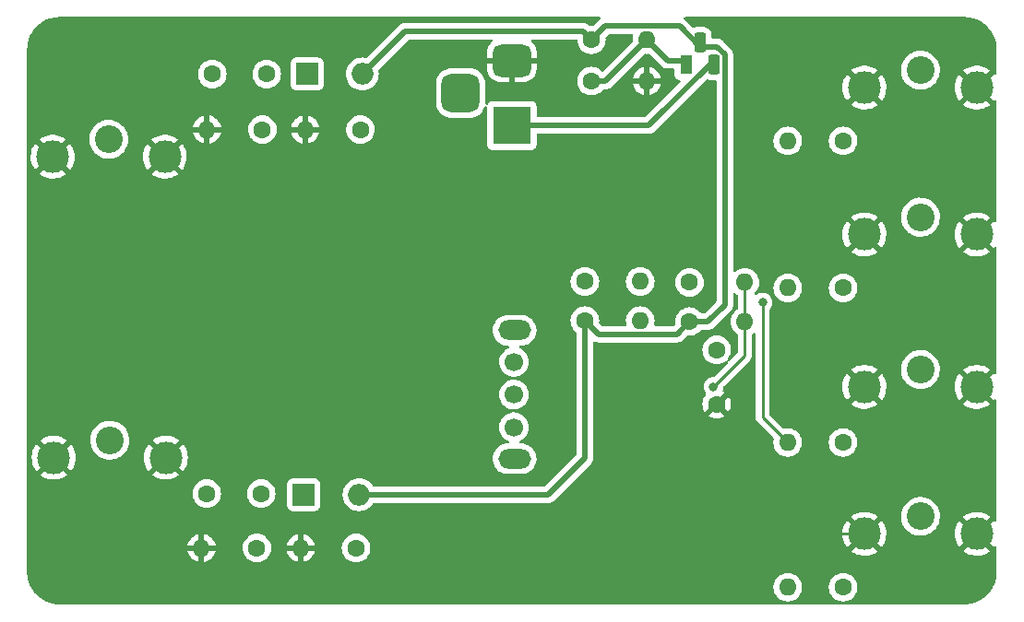
<source format=gbr>
%TF.GenerationSoftware,KiCad,Pcbnew,6.0.7*%
%TF.CreationDate,2023-10-05T16:11:41+13:00*%
%TF.ProjectId,_bisect_,5f626973-6563-4745-9f2e-6b696361645f,rev?*%
%TF.SameCoordinates,Original*%
%TF.FileFunction,Copper,L2,Bot*%
%TF.FilePolarity,Positive*%
%FSLAX46Y46*%
G04 Gerber Fmt 4.6, Leading zero omitted, Abs format (unit mm)*
G04 Created by KiCad (PCBNEW 6.0.7) date 2023-10-05 16:11:41*
%MOMM*%
%LPD*%
G01*
G04 APERTURE LIST*
G04 Aperture macros list*
%AMRoundRect*
0 Rectangle with rounded corners*
0 $1 Rounding radius*
0 $2 $3 $4 $5 $6 $7 $8 $9 X,Y pos of 4 corners*
0 Add a 4 corners polygon primitive as box body*
4,1,4,$2,$3,$4,$5,$6,$7,$8,$9,$2,$3,0*
0 Add four circle primitives for the rounded corners*
1,1,$1+$1,$2,$3*
1,1,$1+$1,$4,$5*
1,1,$1+$1,$6,$7*
1,1,$1+$1,$8,$9*
0 Add four rect primitives between the rounded corners*
20,1,$1+$1,$2,$3,$4,$5,0*
20,1,$1+$1,$4,$5,$6,$7,0*
20,1,$1+$1,$6,$7,$8,$9,0*
20,1,$1+$1,$8,$9,$2,$3,0*%
G04 Aperture macros list end*
%TA.AperFunction,ComponentPad*%
%ADD10C,1.600000*%
%TD*%
%TA.AperFunction,ComponentPad*%
%ADD11R,2.000000X2.000000*%
%TD*%
%TA.AperFunction,ComponentPad*%
%ADD12O,2.000000X2.000000*%
%TD*%
%TA.AperFunction,ComponentPad*%
%ADD13C,2.550000*%
%TD*%
%TA.AperFunction,ComponentPad*%
%ADD14C,3.000000*%
%TD*%
%TA.AperFunction,ComponentPad*%
%ADD15R,3.500000X3.500000*%
%TD*%
%TA.AperFunction,ComponentPad*%
%ADD16RoundRect,0.750000X-1.000000X0.750000X-1.000000X-0.750000X1.000000X-0.750000X1.000000X0.750000X0*%
%TD*%
%TA.AperFunction,ComponentPad*%
%ADD17RoundRect,0.875000X-0.875000X0.875000X-0.875000X-0.875000X0.875000X-0.875000X0.875000X0.875000X0*%
%TD*%
%TA.AperFunction,ComponentPad*%
%ADD18O,1.600000X1.600000*%
%TD*%
%TA.AperFunction,ComponentPad*%
%ADD19O,3.000000X1.800000*%
%TD*%
%TA.AperFunction,ComponentPad*%
%ADD20C,1.700000*%
%TD*%
%TA.AperFunction,ComponentPad*%
%ADD21R,1.100000X1.800000*%
%TD*%
%TA.AperFunction,ComponentPad*%
%ADD22RoundRect,0.275000X-0.275000X-0.625000X0.275000X-0.625000X0.275000X0.625000X-0.275000X0.625000X0*%
%TD*%
%TA.AperFunction,ViaPad*%
%ADD23C,0.800000*%
%TD*%
%TA.AperFunction,Conductor*%
%ADD24C,0.500000*%
%TD*%
%TA.AperFunction,Conductor*%
%ADD25C,0.250000*%
%TD*%
G04 APERTURE END LIST*
D10*
%TO.P,C1,1*%
%TO.N,Net-(C1-Pad1)*%
X122500000Y-55750000D03*
%TO.P,C1,2*%
%TO.N,Net-(C1-Pad2)*%
X117500000Y-55750000D03*
%TD*%
%TO.P,C2,1*%
%TO.N,Net-(C2-Pad1)*%
X122000000Y-94300000D03*
%TO.P,C2,2*%
%TO.N,Net-(C2-Pad2)*%
X117000000Y-94300000D03*
%TD*%
D11*
%TO.P,D1,1,K*%
%TO.N,Net-(C1-Pad1)*%
X126200000Y-55750000D03*
D12*
%TO.P,D1,2,A*%
%TO.N,2.5v*%
X131280000Y-55750000D03*
%TD*%
D11*
%TO.P,D2,1,K*%
%TO.N,Net-(C2-Pad1)*%
X125900000Y-94400000D03*
D12*
%TO.P,D2,2,A*%
%TO.N,2.5v*%
X130980000Y-94400000D03*
%TD*%
D13*
%TO.P,J2,1,In*%
%TO.N,Net-(C2-Pad2)*%
X108100000Y-89400000D03*
D14*
%TO.P,J2,2,Ext*%
%TO.N,GND*%
X102950000Y-91000000D03*
X113250000Y-91000000D03*
%TD*%
D13*
%TO.P,J3,1,In*%
%TO.N,Net-(J3-Pad1)*%
X182500000Y-55400000D03*
D14*
%TO.P,J3,2,Ext*%
%TO.N,GND*%
X187650000Y-57000000D03*
X177350000Y-57000000D03*
%TD*%
D13*
%TO.P,J4,1,In*%
%TO.N,Net-(J4-Pad1)*%
X182500000Y-68900000D03*
D14*
%TO.P,J4,2,Ext*%
%TO.N,GND*%
X187650000Y-70500000D03*
X177350000Y-70500000D03*
%TD*%
D13*
%TO.P,J6,1,In*%
%TO.N,Net-(J6-Pad1)*%
X182500000Y-96400000D03*
D14*
%TO.P,J6,2,Ext*%
%TO.N,GND*%
X187650000Y-98000000D03*
X177350000Y-98000000D03*
%TD*%
D15*
%TO.P,J7,1*%
%TO.N,+5V*%
X145000000Y-60500000D03*
D16*
%TO.P,J7,2*%
%TO.N,GND*%
X145000000Y-54500000D03*
D17*
%TO.P,J7,3*%
%TO.N,unconnected-(J7-Pad3)*%
X140300000Y-57500000D03*
%TD*%
D10*
%TO.P,R1,1*%
%TO.N,Net-(C1-Pad2)*%
X122100000Y-60850000D03*
D18*
%TO.P,R1,2*%
%TO.N,GND*%
X117020000Y-60850000D03*
%TD*%
D10*
%TO.P,R2,1*%
%TO.N,Net-(C1-Pad1)*%
X131100000Y-60850000D03*
D18*
%TO.P,R2,2*%
%TO.N,GND*%
X126020000Y-60850000D03*
%TD*%
D10*
%TO.P,R3,1*%
%TO.N,Net-(R3-Pad1)*%
X151700000Y-74800000D03*
D18*
%TO.P,R3,2*%
%TO.N,Net-(R3-Pad2)*%
X156780000Y-74800000D03*
%TD*%
D10*
%TO.P,R4,1*%
%TO.N,2.5v*%
X151700000Y-78400000D03*
D18*
%TO.P,R4,2*%
%TO.N,Net-(R3-Pad2)*%
X156780000Y-78400000D03*
%TD*%
D10*
%TO.P,R5,1*%
%TO.N,Net-(J3-Pad1)*%
X175400000Y-61900000D03*
D18*
%TO.P,R5,2*%
%TO.N,Net-(R3-Pad1)*%
X170320000Y-61900000D03*
%TD*%
D10*
%TO.P,R6,1*%
%TO.N,Net-(J4-Pad1)*%
X175400000Y-75400000D03*
D18*
%TO.P,R6,2*%
%TO.N,Net-(R3-Pad1)*%
X170320000Y-75400000D03*
%TD*%
D10*
%TO.P,R7,1*%
%TO.N,Net-(C2-Pad2)*%
X121600000Y-99300000D03*
D18*
%TO.P,R7,2*%
%TO.N,GND*%
X116520000Y-99300000D03*
%TD*%
D10*
%TO.P,R8,1*%
%TO.N,Net-(C2-Pad1)*%
X130700000Y-99300000D03*
D18*
%TO.P,R8,2*%
%TO.N,GND*%
X125620000Y-99300000D03*
%TD*%
D10*
%TO.P,R9,1*%
%TO.N,Net-(R11-Pad2)*%
X161300000Y-74900000D03*
D18*
%TO.P,R9,2*%
%TO.N,Net-(R10-Pad2)*%
X166380000Y-74900000D03*
%TD*%
D10*
%TO.P,R10,1*%
%TO.N,2.5v*%
X161300000Y-78500000D03*
D18*
%TO.P,R10,2*%
%TO.N,Net-(R10-Pad2)*%
X166380000Y-78500000D03*
%TD*%
D10*
%TO.P,R12,1*%
%TO.N,Net-(J6-Pad1)*%
X175400000Y-102900000D03*
D18*
%TO.P,R12,2*%
%TO.N,Net-(R11-Pad2)*%
X170320000Y-102900000D03*
%TD*%
D10*
%TO.P,R13,1*%
%TO.N,2.5v*%
X152300000Y-52600000D03*
D18*
%TO.P,R13,2*%
%TO.N,Net-(R13-Pad2)*%
X157380000Y-52600000D03*
%TD*%
D10*
%TO.P,R14,1*%
%TO.N,Net-(R13-Pad2)*%
X152300000Y-56400000D03*
D18*
%TO.P,R14,2*%
%TO.N,GND*%
X157380000Y-56400000D03*
%TD*%
D19*
%TO.P,SW1,*%
%TO.N,*%
X145250000Y-79300000D03*
X145250000Y-91100000D03*
D20*
%TO.P,SW1,1,A*%
%TO.N,Net-(C2-Pad1)*%
X145200000Y-88200000D03*
%TO.P,SW1,2,B*%
%TO.N,Net-(SW1-Pad2)*%
X145200000Y-85200000D03*
%TO.P,SW1,3,C*%
%TO.N,Net-(C1-Pad1)*%
X145200000Y-82200000D03*
%TD*%
D21*
%TO.P,U2,1,ADJ*%
%TO.N,Net-(R13-Pad2)*%
X161000000Y-54900000D03*
D22*
%TO.P,U2,2,VO*%
%TO.N,2.5v*%
X162270000Y-52830000D03*
%TO.P,U2,3,VI*%
%TO.N,+5V*%
X163540000Y-54900000D03*
%TD*%
D13*
%TO.P,J5,1,In*%
%TO.N,Net-(J5-Pad1)*%
X182500000Y-82900000D03*
D14*
%TO.P,J5,2,Ext*%
%TO.N,GND*%
X187650000Y-84500000D03*
X177350000Y-84500000D03*
%TD*%
D10*
%TO.P,R11,1*%
%TO.N,Net-(J5-Pad1)*%
X175400000Y-89600000D03*
D18*
%TO.P,R11,2*%
%TO.N,Net-(R11-Pad2)*%
X170320000Y-89600000D03*
%TD*%
D13*
%TO.P,J1,1,In*%
%TO.N,Net-(C1-Pad2)*%
X108000000Y-61750000D03*
D14*
%TO.P,J1,2,Ext*%
%TO.N,GND*%
X102850000Y-63350000D03*
X113150000Y-63350000D03*
%TD*%
D10*
%TO.P,C3,1*%
%TO.N,+5V*%
X163800000Y-81100000D03*
%TO.P,C3,2*%
%TO.N,GND*%
X163800000Y-86100000D03*
%TD*%
D23*
%TO.N,GND*%
X155750000Y-88250000D03*
%TO.N,Net-(R10-Pad2)*%
X163500000Y-84500000D03*
%TO.N,Net-(R11-Pad2)*%
X168000000Y-76750000D03*
%TD*%
D24*
%TO.N,2.5v*%
X164540010Y-53974690D02*
X164540010Y-76959990D01*
X163795320Y-53230000D02*
X164540010Y-53974690D01*
X151700000Y-78400000D02*
X151700000Y-91050000D01*
X160389999Y-51349999D02*
X153550001Y-51349999D01*
X148350000Y-94400000D02*
X130980000Y-94400000D01*
X162270000Y-53230000D02*
X160389999Y-51349999D01*
X152300000Y-52600000D02*
X151500001Y-51800001D01*
X151700000Y-91050000D02*
X148350000Y-94400000D01*
X152950001Y-79650001D02*
X151700000Y-78400000D01*
X153550001Y-51349999D02*
X152300000Y-52600000D01*
X163000000Y-78500000D02*
X161300000Y-78500000D01*
X135229999Y-51800001D02*
X131280000Y-55750000D01*
X164540010Y-76959990D02*
X163000000Y-78500000D01*
X160149999Y-79650001D02*
X152950001Y-79650001D01*
X162270000Y-53230000D02*
X163795320Y-53230000D01*
X151500001Y-51800001D02*
X135229999Y-51800001D01*
X161300000Y-78500000D02*
X160149999Y-79650001D01*
D25*
%TO.N,GND*%
X165500000Y-98000000D02*
X177350000Y-98000000D01*
X155750000Y-88250000D02*
X165500000Y-98000000D01*
D24*
%TO.N,+5V*%
X157540000Y-60500000D02*
X163540000Y-54500000D01*
X145000000Y-60500000D02*
X157540000Y-60500000D01*
D25*
%TO.N,Net-(R10-Pad2)*%
X166380000Y-81620000D02*
X166380000Y-78500000D01*
X166380000Y-78500000D02*
X166380000Y-74900000D01*
X163500000Y-84500000D02*
X166380000Y-81620000D01*
%TO.N,Net-(R11-Pad2)*%
X168000000Y-76750000D02*
X168000000Y-87280000D01*
X168000000Y-87280000D02*
X170320000Y-89600000D01*
D24*
%TO.N,Net-(R13-Pad2)*%
X152300000Y-56400000D02*
X153580000Y-56400000D01*
X161000000Y-54500000D02*
X159280000Y-54500000D01*
X153580000Y-56400000D02*
X157380000Y-52600000D01*
X159280000Y-54500000D02*
X157380000Y-52600000D01*
%TD*%
%TA.AperFunction,Conductor*%
%TO.N,GND*%
G36*
X153092194Y-50528502D02*
G01*
X153138687Y-50582158D01*
X153148791Y-50652432D01*
X153119297Y-50717012D01*
X153089436Y-50742220D01*
X153080893Y-50747404D01*
X153072517Y-50754802D01*
X153072494Y-50754776D01*
X153069504Y-50757425D01*
X153066265Y-50760133D01*
X153060149Y-50764143D01*
X153055122Y-50769450D01*
X153055118Y-50769453D01*
X153006873Y-50820382D01*
X153004495Y-50822824D01*
X152562990Y-51264329D01*
X152500678Y-51298355D01*
X152462913Y-51300755D01*
X152305475Y-51286981D01*
X152300000Y-51286502D01*
X152141308Y-51300386D01*
X152071703Y-51286397D01*
X152048746Y-51270889D01*
X152018232Y-51244965D01*
X152010717Y-51238036D01*
X152005022Y-51232341D01*
X151988737Y-51219457D01*
X151982750Y-51214720D01*
X151979346Y-51211929D01*
X151929298Y-51169410D01*
X151929296Y-51169409D01*
X151923716Y-51164668D01*
X151917200Y-51161340D01*
X151912151Y-51157973D01*
X151907022Y-51154806D01*
X151901285Y-51150267D01*
X151835126Y-51119346D01*
X151831226Y-51117440D01*
X151766193Y-51084232D01*
X151759085Y-51082493D01*
X151753442Y-51080394D01*
X151747679Y-51078477D01*
X151741051Y-51075379D01*
X151669584Y-51060514D01*
X151665300Y-51059544D01*
X151630959Y-51051141D01*
X151594391Y-51042193D01*
X151588789Y-51041845D01*
X151588786Y-51041845D01*
X151583237Y-51041501D01*
X151583239Y-51041465D01*
X151579246Y-51041226D01*
X151575054Y-51040852D01*
X151567886Y-51039361D01*
X151504121Y-51041086D01*
X151490480Y-51041455D01*
X151487073Y-51041501D01*
X135297068Y-51041501D01*
X135278120Y-51040068D01*
X135270779Y-51038951D01*
X135263882Y-51037902D01*
X135263880Y-51037902D01*
X135256650Y-51036802D01*
X135249358Y-51037395D01*
X135249355Y-51037395D01*
X135203981Y-51041086D01*
X135193766Y-51041501D01*
X135185706Y-51041501D01*
X135172416Y-51043050D01*
X135157492Y-51044790D01*
X135153117Y-51045223D01*
X135087660Y-51050547D01*
X135087657Y-51050548D01*
X135080362Y-51051141D01*
X135073398Y-51053397D01*
X135067439Y-51054588D01*
X135061584Y-51055972D01*
X135054318Y-51056819D01*
X134985672Y-51081736D01*
X134981544Y-51083153D01*
X134919063Y-51103394D01*
X134919061Y-51103395D01*
X134912100Y-51105650D01*
X134905845Y-51109446D01*
X134900371Y-51111952D01*
X134894941Y-51114671D01*
X134888062Y-51117168D01*
X134881942Y-51121181D01*
X134881941Y-51121181D01*
X134827023Y-51157187D01*
X134823319Y-51159524D01*
X134760892Y-51197406D01*
X134752515Y-51204804D01*
X134752491Y-51204777D01*
X134749499Y-51207430D01*
X134746266Y-51210133D01*
X134740147Y-51214145D01*
X134710951Y-51244965D01*
X134686871Y-51270384D01*
X134684493Y-51272826D01*
X131715907Y-54241412D01*
X131653595Y-54275438D01*
X131597398Y-54274836D01*
X131521524Y-54256620D01*
X131521518Y-54256619D01*
X131516711Y-54255465D01*
X131280000Y-54236835D01*
X131043289Y-54255465D01*
X131038482Y-54256619D01*
X131038476Y-54256620D01*
X130893988Y-54291309D01*
X130812406Y-54310895D01*
X130807835Y-54312788D01*
X130807833Y-54312789D01*
X130597611Y-54399865D01*
X130597607Y-54399867D01*
X130593037Y-54401760D01*
X130588817Y-54404346D01*
X130394798Y-54523241D01*
X130394792Y-54523245D01*
X130390584Y-54525824D01*
X130210031Y-54680031D01*
X130055824Y-54860584D01*
X130053245Y-54864792D01*
X130053241Y-54864798D01*
X129951585Y-55030685D01*
X129931760Y-55063037D01*
X129929867Y-55067607D01*
X129929865Y-55067611D01*
X129850778Y-55258546D01*
X129840895Y-55282406D01*
X129835215Y-55306067D01*
X129789440Y-55496733D01*
X129785465Y-55513289D01*
X129766835Y-55750000D01*
X129785465Y-55986711D01*
X129786619Y-55991518D01*
X129786620Y-55991524D01*
X129818195Y-56123040D01*
X129840895Y-56217594D01*
X129842788Y-56222165D01*
X129842789Y-56222167D01*
X129916450Y-56400000D01*
X129931760Y-56436963D01*
X129934346Y-56441183D01*
X130053241Y-56635202D01*
X130053245Y-56635208D01*
X130055824Y-56639416D01*
X130210031Y-56819969D01*
X130390584Y-56974176D01*
X130394792Y-56976755D01*
X130394798Y-56976759D01*
X130586691Y-57094351D01*
X130593037Y-57098240D01*
X130597607Y-57100133D01*
X130597611Y-57100135D01*
X130783191Y-57177004D01*
X130812406Y-57189105D01*
X130860349Y-57200615D01*
X131038476Y-57243380D01*
X131038482Y-57243381D01*
X131043289Y-57244535D01*
X131280000Y-57263165D01*
X131516711Y-57244535D01*
X131521518Y-57243381D01*
X131521524Y-57243380D01*
X131699651Y-57200615D01*
X131747594Y-57189105D01*
X131776809Y-57177004D01*
X131962389Y-57100135D01*
X131962393Y-57100133D01*
X131966963Y-57098240D01*
X131973309Y-57094351D01*
X132165202Y-56976759D01*
X132165208Y-56976755D01*
X132169416Y-56974176D01*
X132349969Y-56819969D01*
X132504176Y-56639416D01*
X132506755Y-56635208D01*
X132506759Y-56635202D01*
X132625654Y-56441183D01*
X132628240Y-56436963D01*
X132643551Y-56400000D01*
X132717211Y-56222167D01*
X132717212Y-56222165D01*
X132719105Y-56217594D01*
X132741805Y-56123040D01*
X132773380Y-55991524D01*
X132773381Y-55991518D01*
X132774535Y-55986711D01*
X132793165Y-55750000D01*
X132774535Y-55513289D01*
X132773381Y-55508482D01*
X132773380Y-55508476D01*
X132755164Y-55432602D01*
X132758711Y-55361694D01*
X132788588Y-55314093D01*
X135507275Y-52595406D01*
X135569587Y-52561380D01*
X135596370Y-52558501D01*
X143109560Y-52558501D01*
X143177681Y-52578503D01*
X143224174Y-52632159D01*
X143234278Y-52702433D01*
X143204784Y-52767013D01*
X143190388Y-52781159D01*
X143185827Y-52784973D01*
X143034976Y-52935824D01*
X143027803Y-52944403D01*
X142906046Y-53119588D01*
X142900510Y-53129295D01*
X142811701Y-53323269D01*
X142807967Y-53333815D01*
X142754853Y-53540679D01*
X142753082Y-53551234D01*
X142742207Y-53684930D01*
X142742000Y-53690036D01*
X142742000Y-54227885D01*
X142746475Y-54243124D01*
X142747865Y-54244329D01*
X142755548Y-54246000D01*
X147239884Y-54246000D01*
X147255123Y-54241525D01*
X147256328Y-54240135D01*
X147257999Y-54232452D01*
X147257999Y-53690039D01*
X147257791Y-53684929D01*
X147246918Y-53551233D01*
X147245148Y-53540680D01*
X147192033Y-53333815D01*
X147188299Y-53323269D01*
X147099490Y-53129295D01*
X147093954Y-53119588D01*
X146972197Y-52944403D01*
X146965024Y-52935824D01*
X146814173Y-52784973D01*
X146809612Y-52781159D01*
X146770186Y-52722116D01*
X146768939Y-52651130D01*
X146806269Y-52590739D01*
X146870322Y-52560117D01*
X146890440Y-52558501D01*
X150867413Y-52558501D01*
X150935534Y-52578503D01*
X150982027Y-52632159D01*
X150992934Y-52673519D01*
X151006457Y-52828087D01*
X151007881Y-52833400D01*
X151007881Y-52833402D01*
X151021588Y-52884555D01*
X151065716Y-53049243D01*
X151068039Y-53054224D01*
X151068039Y-53054225D01*
X151160151Y-53251762D01*
X151160154Y-53251767D01*
X151162477Y-53256749D01*
X151165634Y-53261257D01*
X151284883Y-53431562D01*
X151293802Y-53444300D01*
X151455700Y-53606198D01*
X151460208Y-53609355D01*
X151460211Y-53609357D01*
X151527954Y-53656791D01*
X151643251Y-53737523D01*
X151648233Y-53739846D01*
X151648238Y-53739849D01*
X151803646Y-53812316D01*
X151850757Y-53834284D01*
X151856065Y-53835706D01*
X151856067Y-53835707D01*
X152066598Y-53892119D01*
X152066600Y-53892119D01*
X152071913Y-53893543D01*
X152300000Y-53913498D01*
X152528087Y-53893543D01*
X152533400Y-53892119D01*
X152533402Y-53892119D01*
X152743933Y-53835707D01*
X152743935Y-53835706D01*
X152749243Y-53834284D01*
X152796354Y-53812316D01*
X152951762Y-53739849D01*
X152951767Y-53739846D01*
X152956749Y-53737523D01*
X153072046Y-53656791D01*
X153139789Y-53609357D01*
X153139792Y-53609355D01*
X153144300Y-53606198D01*
X153306198Y-53444300D01*
X153315118Y-53431562D01*
X153434366Y-53261257D01*
X153437523Y-53256749D01*
X153439846Y-53251767D01*
X153439849Y-53251762D01*
X153531961Y-53054225D01*
X153531961Y-53054224D01*
X153534284Y-53049243D01*
X153578413Y-52884555D01*
X153592119Y-52833402D01*
X153592119Y-52833400D01*
X153593543Y-52828087D01*
X153613498Y-52600000D01*
X153611919Y-52581953D01*
X153599245Y-52437087D01*
X153613234Y-52367482D01*
X153635671Y-52337010D01*
X153827277Y-52145404D01*
X153889589Y-52111378D01*
X153916372Y-52108499D01*
X155992832Y-52108499D01*
X156060953Y-52128501D01*
X156107446Y-52182157D01*
X156117550Y-52252431D01*
X156114539Y-52267110D01*
X156086457Y-52371913D01*
X156066502Y-52600000D01*
X156066981Y-52605475D01*
X156080755Y-52762913D01*
X156066766Y-52832518D01*
X156044329Y-52862990D01*
X153418002Y-55489317D01*
X153355692Y-55523342D01*
X153284877Y-55518277D01*
X153239814Y-55489316D01*
X153144300Y-55393802D01*
X153139792Y-55390645D01*
X153139789Y-55390643D01*
X153004303Y-55295775D01*
X152956749Y-55262477D01*
X152951767Y-55260154D01*
X152951762Y-55260151D01*
X152754225Y-55168039D01*
X152754224Y-55168039D01*
X152749243Y-55165716D01*
X152743935Y-55164294D01*
X152743933Y-55164293D01*
X152533402Y-55107881D01*
X152533400Y-55107881D01*
X152528087Y-55106457D01*
X152300000Y-55086502D01*
X152071913Y-55106457D01*
X152066600Y-55107881D01*
X152066598Y-55107881D01*
X151856067Y-55164293D01*
X151856065Y-55164294D01*
X151850757Y-55165716D01*
X151845776Y-55168039D01*
X151845775Y-55168039D01*
X151648238Y-55260151D01*
X151648233Y-55260154D01*
X151643251Y-55262477D01*
X151595697Y-55295775D01*
X151460211Y-55390643D01*
X151460208Y-55390645D01*
X151455700Y-55393802D01*
X151293802Y-55555700D01*
X151162477Y-55743251D01*
X151160154Y-55748233D01*
X151160151Y-55748238D01*
X151072639Y-55935911D01*
X151065716Y-55950757D01*
X151064294Y-55956065D01*
X151064293Y-55956067D01*
X151016756Y-56133478D01*
X151006457Y-56171913D01*
X150986502Y-56400000D01*
X151006457Y-56628087D01*
X151007881Y-56633400D01*
X151007881Y-56633402D01*
X151058732Y-56823177D01*
X151065716Y-56849243D01*
X151068039Y-56854224D01*
X151068039Y-56854225D01*
X151160151Y-57051762D01*
X151160154Y-57051767D01*
X151162477Y-57056749D01*
X151293802Y-57244300D01*
X151455700Y-57406198D01*
X151460208Y-57409355D01*
X151460211Y-57409357D01*
X151538389Y-57464098D01*
X151643251Y-57537523D01*
X151648233Y-57539846D01*
X151648238Y-57539849D01*
X151844765Y-57631490D01*
X151850757Y-57634284D01*
X151856065Y-57635706D01*
X151856067Y-57635707D01*
X152066598Y-57692119D01*
X152066600Y-57692119D01*
X152071913Y-57693543D01*
X152300000Y-57713498D01*
X152528087Y-57693543D01*
X152533400Y-57692119D01*
X152533402Y-57692119D01*
X152743933Y-57635707D01*
X152743935Y-57635706D01*
X152749243Y-57634284D01*
X152755235Y-57631490D01*
X152951762Y-57539849D01*
X152951767Y-57539846D01*
X152956749Y-57537523D01*
X153061611Y-57464098D01*
X153139789Y-57409357D01*
X153139792Y-57409355D01*
X153144300Y-57406198D01*
X153306198Y-57244300D01*
X153328655Y-57212229D01*
X153384110Y-57167901D01*
X153431867Y-57158500D01*
X153512930Y-57158500D01*
X153531880Y-57159933D01*
X153546115Y-57162099D01*
X153546119Y-57162099D01*
X153553349Y-57163199D01*
X153560641Y-57162606D01*
X153560644Y-57162606D01*
X153606018Y-57158915D01*
X153616233Y-57158500D01*
X153624293Y-57158500D01*
X153637583Y-57156951D01*
X153652507Y-57155211D01*
X153656882Y-57154778D01*
X153722339Y-57149454D01*
X153722342Y-57149453D01*
X153729637Y-57148860D01*
X153736601Y-57146604D01*
X153742560Y-57145413D01*
X153748415Y-57144029D01*
X153755681Y-57143182D01*
X153824327Y-57118265D01*
X153828455Y-57116848D01*
X153890936Y-57096607D01*
X153890938Y-57096606D01*
X153897899Y-57094351D01*
X153904154Y-57090555D01*
X153909628Y-57088049D01*
X153915058Y-57085330D01*
X153921937Y-57082833D01*
X153955227Y-57061007D01*
X153982976Y-57042814D01*
X153986680Y-57040477D01*
X154049107Y-57002595D01*
X154057484Y-56995197D01*
X154057508Y-56995224D01*
X154060500Y-56992571D01*
X154063733Y-56989868D01*
X154069852Y-56985856D01*
X154123128Y-56929617D01*
X154125506Y-56927175D01*
X154386159Y-56666522D01*
X156097273Y-56666522D01*
X156144764Y-56843761D01*
X156148510Y-56854053D01*
X156240586Y-57051511D01*
X156246069Y-57061007D01*
X156371028Y-57239467D01*
X156378084Y-57247875D01*
X156532125Y-57401916D01*
X156540533Y-57408972D01*
X156718993Y-57533931D01*
X156728489Y-57539414D01*
X156925947Y-57631490D01*
X156936239Y-57635236D01*
X157108503Y-57681394D01*
X157122599Y-57681058D01*
X157126000Y-57673116D01*
X157126000Y-57667967D01*
X157634000Y-57667967D01*
X157637973Y-57681498D01*
X157646522Y-57682727D01*
X157823761Y-57635236D01*
X157834053Y-57631490D01*
X158031511Y-57539414D01*
X158041007Y-57533931D01*
X158219467Y-57408972D01*
X158227875Y-57401916D01*
X158381916Y-57247875D01*
X158388972Y-57239467D01*
X158513931Y-57061007D01*
X158519414Y-57051511D01*
X158611490Y-56854053D01*
X158615236Y-56843761D01*
X158661394Y-56671497D01*
X158661058Y-56657401D01*
X158653116Y-56654000D01*
X157652115Y-56654000D01*
X157636876Y-56658475D01*
X157635671Y-56659865D01*
X157634000Y-56667548D01*
X157634000Y-57667967D01*
X157126000Y-57667967D01*
X157126000Y-56672115D01*
X157121525Y-56656876D01*
X157120135Y-56655671D01*
X157112452Y-56654000D01*
X156112033Y-56654000D01*
X156098502Y-56657973D01*
X156097273Y-56666522D01*
X154386159Y-56666522D01*
X154924178Y-56128503D01*
X156098606Y-56128503D01*
X156098942Y-56142599D01*
X156106884Y-56146000D01*
X157107885Y-56146000D01*
X157123124Y-56141525D01*
X157124329Y-56140135D01*
X157126000Y-56132452D01*
X157126000Y-56127885D01*
X157634000Y-56127885D01*
X157638475Y-56143124D01*
X157639865Y-56144329D01*
X157647548Y-56146000D01*
X158647967Y-56146000D01*
X158661498Y-56142027D01*
X158662727Y-56133478D01*
X158615236Y-55956239D01*
X158611490Y-55945947D01*
X158519414Y-55748489D01*
X158513931Y-55738993D01*
X158388972Y-55560533D01*
X158381916Y-55552125D01*
X158227875Y-55398084D01*
X158219467Y-55391028D01*
X158041007Y-55266069D01*
X158031511Y-55260586D01*
X157834053Y-55168510D01*
X157823761Y-55164764D01*
X157651497Y-55118606D01*
X157637401Y-55118942D01*
X157634000Y-55126884D01*
X157634000Y-56127885D01*
X157126000Y-56127885D01*
X157126000Y-55132033D01*
X157122027Y-55118502D01*
X157113478Y-55117273D01*
X156936239Y-55164764D01*
X156925947Y-55168510D01*
X156728489Y-55260586D01*
X156718993Y-55266069D01*
X156540533Y-55391028D01*
X156532125Y-55398084D01*
X156378084Y-55552125D01*
X156371028Y-55560533D01*
X156246069Y-55738993D01*
X156240586Y-55748489D01*
X156148510Y-55945947D01*
X156144764Y-55956239D01*
X156098606Y-56128503D01*
X154924178Y-56128503D01*
X157117010Y-53935671D01*
X157179322Y-53901645D01*
X157217087Y-53899245D01*
X157374525Y-53913019D01*
X157380000Y-53913498D01*
X157385475Y-53913019D01*
X157542913Y-53899245D01*
X157612518Y-53913234D01*
X157642990Y-53935671D01*
X158696230Y-54988911D01*
X158708616Y-55003323D01*
X158717149Y-55014918D01*
X158717154Y-55014923D01*
X158721492Y-55020818D01*
X158727070Y-55025557D01*
X158727073Y-55025560D01*
X158761768Y-55055035D01*
X158769284Y-55061965D01*
X158774980Y-55067661D01*
X158777841Y-55069924D01*
X158777846Y-55069929D01*
X158797266Y-55085293D01*
X158800667Y-55088082D01*
X158856285Y-55135333D01*
X158862798Y-55138659D01*
X158867837Y-55142020D01*
X158872979Y-55145196D01*
X158878716Y-55149734D01*
X158944875Y-55180655D01*
X158948769Y-55182558D01*
X159013808Y-55215769D01*
X159020917Y-55217508D01*
X159026551Y-55219604D01*
X159032321Y-55221523D01*
X159038950Y-55224622D01*
X159046113Y-55226112D01*
X159046116Y-55226113D01*
X159096830Y-55236661D01*
X159110435Y-55239491D01*
X159114701Y-55240457D01*
X159185610Y-55257808D01*
X159191212Y-55258156D01*
X159191215Y-55258156D01*
X159196764Y-55258500D01*
X159196762Y-55258535D01*
X159200734Y-55258775D01*
X159204955Y-55259152D01*
X159212115Y-55260641D01*
X159289542Y-55258546D01*
X159292950Y-55258500D01*
X159815500Y-55258500D01*
X159883621Y-55278502D01*
X159930114Y-55332158D01*
X159941500Y-55384500D01*
X159941500Y-55848134D01*
X159948255Y-55910316D01*
X159999385Y-56046705D01*
X160086739Y-56163261D01*
X160203295Y-56250615D01*
X160339684Y-56301745D01*
X160370846Y-56305130D01*
X160372197Y-56305277D01*
X160437759Y-56332519D01*
X160478185Y-56390882D01*
X160480640Y-56461836D01*
X160447684Y-56519635D01*
X157262724Y-59704595D01*
X157200412Y-59738621D01*
X157173629Y-59741500D01*
X147384500Y-59741500D01*
X147316379Y-59721498D01*
X147269886Y-59667842D01*
X147258500Y-59615500D01*
X147258500Y-58701866D01*
X147251745Y-58639684D01*
X147200615Y-58503295D01*
X147113261Y-58386739D01*
X146996705Y-58299385D01*
X146860316Y-58248255D01*
X146798134Y-58241500D01*
X143201866Y-58241500D01*
X143139684Y-58248255D01*
X143003295Y-58299385D01*
X142886739Y-58386739D01*
X142799385Y-58503295D01*
X142796236Y-58511696D01*
X142795019Y-58513918D01*
X142744760Y-58564064D01*
X142675369Y-58579077D01*
X142608877Y-58554191D01*
X142566395Y-58497307D01*
X142558500Y-58453408D01*
X142558500Y-56532636D01*
X142557155Y-56507791D01*
X142555617Y-56479401D01*
X142555381Y-56475043D01*
X142548205Y-56438299D01*
X142511402Y-56249840D01*
X142511402Y-56249839D01*
X142510380Y-56244607D01*
X142427196Y-56025048D01*
X142308209Y-55822644D01*
X142156819Y-55643181D01*
X141977356Y-55491791D01*
X141774952Y-55372804D01*
X141609082Y-55309961D01*
X142742001Y-55309961D01*
X142742209Y-55315071D01*
X142753082Y-55448767D01*
X142754852Y-55459320D01*
X142807967Y-55666185D01*
X142811701Y-55676731D01*
X142900510Y-55870705D01*
X142906046Y-55880412D01*
X143027803Y-56055597D01*
X143034976Y-56064176D01*
X143185824Y-56215024D01*
X143194403Y-56222197D01*
X143369588Y-56343954D01*
X143379295Y-56349490D01*
X143573269Y-56438299D01*
X143583815Y-56442033D01*
X143790679Y-56495147D01*
X143801234Y-56496918D01*
X143934930Y-56507793D01*
X143940036Y-56508000D01*
X144727885Y-56508000D01*
X144743124Y-56503525D01*
X144744329Y-56502135D01*
X144746000Y-56494452D01*
X144746000Y-56489884D01*
X145254000Y-56489884D01*
X145258475Y-56505123D01*
X145259865Y-56506328D01*
X145267548Y-56507999D01*
X146059961Y-56507999D01*
X146065071Y-56507791D01*
X146198767Y-56496918D01*
X146209320Y-56495148D01*
X146416185Y-56442033D01*
X146426731Y-56438299D01*
X146620705Y-56349490D01*
X146630412Y-56343954D01*
X146805597Y-56222197D01*
X146814176Y-56215024D01*
X146965024Y-56064176D01*
X146972197Y-56055597D01*
X147093954Y-55880412D01*
X147099490Y-55870705D01*
X147188299Y-55676731D01*
X147192033Y-55666185D01*
X147245147Y-55459321D01*
X147246918Y-55448766D01*
X147257793Y-55315070D01*
X147258000Y-55309964D01*
X147258000Y-54772115D01*
X147253525Y-54756876D01*
X147252135Y-54755671D01*
X147244452Y-54754000D01*
X145272115Y-54754000D01*
X145256876Y-54758475D01*
X145255671Y-54759865D01*
X145254000Y-54767548D01*
X145254000Y-56489884D01*
X144746000Y-56489884D01*
X144746000Y-54772115D01*
X144741525Y-54756876D01*
X144740135Y-54755671D01*
X144732452Y-54754000D01*
X142760116Y-54754000D01*
X142744877Y-54758475D01*
X142743672Y-54759865D01*
X142742001Y-54767548D01*
X142742001Y-55309961D01*
X141609082Y-55309961D01*
X141555393Y-55289620D01*
X141518453Y-55282406D01*
X141329243Y-55245456D01*
X141324957Y-55244619D01*
X141319227Y-55244309D01*
X141269052Y-55241591D01*
X141269037Y-55241591D01*
X141267364Y-55241500D01*
X139332636Y-55241500D01*
X139330963Y-55241591D01*
X139330948Y-55241591D01*
X139280773Y-55244309D01*
X139275043Y-55244619D01*
X139270757Y-55245456D01*
X139081548Y-55282406D01*
X139044607Y-55289620D01*
X138825048Y-55372804D01*
X138622644Y-55491791D01*
X138443181Y-55643181D01*
X138291791Y-55822644D01*
X138172804Y-56025048D01*
X138089620Y-56244607D01*
X138088598Y-56249839D01*
X138088598Y-56249840D01*
X138051795Y-56438299D01*
X138044619Y-56475043D01*
X138044383Y-56479401D01*
X138042846Y-56507791D01*
X138041500Y-56532636D01*
X138041500Y-58467364D01*
X138041591Y-58469037D01*
X138041591Y-58469052D01*
X138043446Y-58503295D01*
X138044619Y-58524957D01*
X138045456Y-58529243D01*
X138078504Y-58698469D01*
X138089620Y-58755393D01*
X138172804Y-58974952D01*
X138291791Y-59177356D01*
X138443181Y-59356819D01*
X138622644Y-59508209D01*
X138825048Y-59627196D01*
X139044607Y-59710380D01*
X139049839Y-59711402D01*
X139049840Y-59711402D01*
X139101539Y-59721498D01*
X139275043Y-59755381D01*
X139279401Y-59755617D01*
X139330948Y-59758409D01*
X139330963Y-59758409D01*
X139332636Y-59758500D01*
X141267364Y-59758500D01*
X141269037Y-59758409D01*
X141269052Y-59758409D01*
X141320599Y-59755617D01*
X141324957Y-59755381D01*
X141498461Y-59721498D01*
X141550160Y-59711402D01*
X141550161Y-59711402D01*
X141555393Y-59710380D01*
X141774952Y-59627196D01*
X141977356Y-59508209D01*
X142156819Y-59356819D01*
X142308209Y-59177356D01*
X142427196Y-58974952D01*
X142497673Y-58788932D01*
X142540512Y-58732317D01*
X142607160Y-58707849D01*
X142676455Y-58723298D01*
X142726398Y-58773759D01*
X142741500Y-58833573D01*
X142741500Y-62298134D01*
X142748255Y-62360316D01*
X142799385Y-62496705D01*
X142886739Y-62613261D01*
X143003295Y-62700615D01*
X143139684Y-62751745D01*
X143201866Y-62758500D01*
X146798134Y-62758500D01*
X146860316Y-62751745D01*
X146996705Y-62700615D01*
X147113261Y-62613261D01*
X147200615Y-62496705D01*
X147251745Y-62360316D01*
X147258500Y-62298134D01*
X147258500Y-61384500D01*
X147278502Y-61316379D01*
X147332158Y-61269886D01*
X147384500Y-61258500D01*
X157472930Y-61258500D01*
X157491880Y-61259933D01*
X157506115Y-61262099D01*
X157506119Y-61262099D01*
X157513349Y-61263199D01*
X157520641Y-61262606D01*
X157520644Y-61262606D01*
X157566018Y-61258915D01*
X157576233Y-61258500D01*
X157584293Y-61258500D01*
X157597583Y-61256951D01*
X157612507Y-61255211D01*
X157616882Y-61254778D01*
X157682339Y-61249454D01*
X157682342Y-61249453D01*
X157689637Y-61248860D01*
X157696601Y-61246604D01*
X157702560Y-61245413D01*
X157708415Y-61244029D01*
X157715681Y-61243182D01*
X157784327Y-61218265D01*
X157788455Y-61216848D01*
X157850936Y-61196607D01*
X157850938Y-61196606D01*
X157857899Y-61194351D01*
X157864154Y-61190555D01*
X157869628Y-61188049D01*
X157875058Y-61185330D01*
X157881937Y-61182833D01*
X157888058Y-61178820D01*
X157942976Y-61142814D01*
X157946680Y-61140477D01*
X158009107Y-61102595D01*
X158017484Y-61095197D01*
X158017508Y-61095224D01*
X158020500Y-61092571D01*
X158023733Y-61089868D01*
X158029852Y-61085856D01*
X158083128Y-61029617D01*
X158085506Y-61027175D01*
X162832525Y-56280156D01*
X162894837Y-56246130D01*
X162965652Y-56251195D01*
X162976457Y-56255810D01*
X162996762Y-56265626D01*
X162996772Y-56265629D01*
X163003105Y-56268691D01*
X163009960Y-56270274D01*
X163009964Y-56270275D01*
X163127980Y-56297521D01*
X163174377Y-56308233D01*
X163179008Y-56308500D01*
X163655510Y-56308500D01*
X163723631Y-56328502D01*
X163770124Y-56382158D01*
X163781510Y-56434500D01*
X163781510Y-76593619D01*
X163761508Y-76661740D01*
X163744605Y-76682714D01*
X162722724Y-77704595D01*
X162660412Y-77738621D01*
X162633629Y-77741500D01*
X162431867Y-77741500D01*
X162363746Y-77721498D01*
X162328655Y-77687772D01*
X162306198Y-77655700D01*
X162144300Y-77493802D01*
X162139792Y-77490645D01*
X162139789Y-77490643D01*
X162007051Y-77397699D01*
X161956749Y-77362477D01*
X161951767Y-77360154D01*
X161951762Y-77360151D01*
X161754225Y-77268039D01*
X161754224Y-77268039D01*
X161749243Y-77265716D01*
X161743935Y-77264294D01*
X161743933Y-77264293D01*
X161533402Y-77207881D01*
X161533400Y-77207881D01*
X161528087Y-77206457D01*
X161300000Y-77186502D01*
X161071913Y-77206457D01*
X161066600Y-77207881D01*
X161066598Y-77207881D01*
X160856067Y-77264293D01*
X160856065Y-77264294D01*
X160850757Y-77265716D01*
X160845776Y-77268039D01*
X160845775Y-77268039D01*
X160648238Y-77360151D01*
X160648233Y-77360154D01*
X160643251Y-77362477D01*
X160592949Y-77397699D01*
X160460211Y-77490643D01*
X160460208Y-77490645D01*
X160455700Y-77493802D01*
X160293802Y-77655700D01*
X160162477Y-77843251D01*
X160160154Y-77848233D01*
X160160151Y-77848238D01*
X160081563Y-78016773D01*
X160065716Y-78050757D01*
X160064294Y-78056065D01*
X160064293Y-78056067D01*
X160025186Y-78202015D01*
X160006457Y-78271913D01*
X159986502Y-78500000D01*
X159986981Y-78505475D01*
X160000755Y-78662913D01*
X159986766Y-78732518D01*
X159964329Y-78762990D01*
X159872723Y-78854596D01*
X159810411Y-78888622D01*
X159783628Y-78891501D01*
X158167168Y-78891501D01*
X158099047Y-78871499D01*
X158052554Y-78817843D01*
X158042450Y-78747569D01*
X158045461Y-78732890D01*
X158072119Y-78633402D01*
X158072119Y-78633400D01*
X158073543Y-78628087D01*
X158093498Y-78400000D01*
X158073543Y-78171913D01*
X158063658Y-78135022D01*
X158015707Y-77956067D01*
X158015706Y-77956065D01*
X158014284Y-77950757D01*
X157994327Y-77907958D01*
X157919849Y-77748238D01*
X157919846Y-77748233D01*
X157917523Y-77743251D01*
X157786198Y-77555700D01*
X157624300Y-77393802D01*
X157619792Y-77390645D01*
X157619789Y-77390643D01*
X157480563Y-77293156D01*
X157436749Y-77262477D01*
X157431767Y-77260154D01*
X157431762Y-77260151D01*
X157234225Y-77168039D01*
X157234224Y-77168039D01*
X157229243Y-77165716D01*
X157223935Y-77164294D01*
X157223933Y-77164293D01*
X157013402Y-77107881D01*
X157013400Y-77107881D01*
X157008087Y-77106457D01*
X156780000Y-77086502D01*
X156551913Y-77106457D01*
X156546600Y-77107881D01*
X156546598Y-77107881D01*
X156336067Y-77164293D01*
X156336065Y-77164294D01*
X156330757Y-77165716D01*
X156325776Y-77168039D01*
X156325775Y-77168039D01*
X156128238Y-77260151D01*
X156128233Y-77260154D01*
X156123251Y-77262477D01*
X156079437Y-77293156D01*
X155940211Y-77390643D01*
X155940208Y-77390645D01*
X155935700Y-77393802D01*
X155773802Y-77555700D01*
X155642477Y-77743251D01*
X155640154Y-77748233D01*
X155640151Y-77748238D01*
X155565673Y-77907958D01*
X155545716Y-77950757D01*
X155544294Y-77956065D01*
X155544293Y-77956067D01*
X155496342Y-78135022D01*
X155486457Y-78171913D01*
X155466502Y-78400000D01*
X155486457Y-78628087D01*
X155487881Y-78633400D01*
X155487881Y-78633402D01*
X155514539Y-78732890D01*
X155512849Y-78803866D01*
X155473055Y-78862662D01*
X155407791Y-78890610D01*
X155392832Y-78891501D01*
X153316372Y-78891501D01*
X153248251Y-78871499D01*
X153227277Y-78854596D01*
X153035671Y-78662990D01*
X153001645Y-78600678D01*
X152999245Y-78562913D01*
X153013019Y-78405475D01*
X153013498Y-78400000D01*
X152993543Y-78171913D01*
X152983658Y-78135022D01*
X152935707Y-77956067D01*
X152935706Y-77956065D01*
X152934284Y-77950757D01*
X152914327Y-77907958D01*
X152839849Y-77748238D01*
X152839846Y-77748233D01*
X152837523Y-77743251D01*
X152706198Y-77555700D01*
X152544300Y-77393802D01*
X152539792Y-77390645D01*
X152539789Y-77390643D01*
X152400563Y-77293156D01*
X152356749Y-77262477D01*
X152351767Y-77260154D01*
X152351762Y-77260151D01*
X152154225Y-77168039D01*
X152154224Y-77168039D01*
X152149243Y-77165716D01*
X152143935Y-77164294D01*
X152143933Y-77164293D01*
X151933402Y-77107881D01*
X151933400Y-77107881D01*
X151928087Y-77106457D01*
X151700000Y-77086502D01*
X151471913Y-77106457D01*
X151466600Y-77107881D01*
X151466598Y-77107881D01*
X151256067Y-77164293D01*
X151256065Y-77164294D01*
X151250757Y-77165716D01*
X151245776Y-77168039D01*
X151245775Y-77168039D01*
X151048238Y-77260151D01*
X151048233Y-77260154D01*
X151043251Y-77262477D01*
X150999437Y-77293156D01*
X150860211Y-77390643D01*
X150860208Y-77390645D01*
X150855700Y-77393802D01*
X150693802Y-77555700D01*
X150562477Y-77743251D01*
X150560154Y-77748233D01*
X150560151Y-77748238D01*
X150485673Y-77907958D01*
X150465716Y-77950757D01*
X150464294Y-77956065D01*
X150464293Y-77956067D01*
X150416342Y-78135022D01*
X150406457Y-78171913D01*
X150386502Y-78400000D01*
X150406457Y-78628087D01*
X150465716Y-78849243D01*
X150468039Y-78854224D01*
X150468039Y-78854225D01*
X150560151Y-79051762D01*
X150560154Y-79051767D01*
X150562477Y-79056749D01*
X150635902Y-79161611D01*
X150689910Y-79238741D01*
X150693802Y-79244300D01*
X150855700Y-79406198D01*
X150887771Y-79428655D01*
X150932099Y-79484110D01*
X150941500Y-79531867D01*
X150941500Y-90683629D01*
X150921498Y-90751750D01*
X150904595Y-90772724D01*
X148072724Y-93604595D01*
X148010412Y-93638621D01*
X147983629Y-93641500D01*
X132354965Y-93641500D01*
X132286844Y-93621498D01*
X132247533Y-93581336D01*
X132204176Y-93510584D01*
X132049969Y-93330031D01*
X131869416Y-93175824D01*
X131865208Y-93173245D01*
X131865202Y-93173241D01*
X131671183Y-93054346D01*
X131666963Y-93051760D01*
X131662393Y-93049867D01*
X131662389Y-93049865D01*
X131452167Y-92962789D01*
X131452165Y-92962788D01*
X131447594Y-92960895D01*
X131367391Y-92941640D01*
X131221524Y-92906620D01*
X131221518Y-92906619D01*
X131216711Y-92905465D01*
X130980000Y-92886835D01*
X130743289Y-92905465D01*
X130738482Y-92906619D01*
X130738476Y-92906620D01*
X130592609Y-92941640D01*
X130512406Y-92960895D01*
X130507835Y-92962788D01*
X130507833Y-92962789D01*
X130297611Y-93049865D01*
X130297607Y-93049867D01*
X130293037Y-93051760D01*
X130288817Y-93054346D01*
X130094798Y-93173241D01*
X130094792Y-93173245D01*
X130090584Y-93175824D01*
X129910031Y-93330031D01*
X129755824Y-93510584D01*
X129753245Y-93514792D01*
X129753241Y-93514798D01*
X129675598Y-93641500D01*
X129631760Y-93713037D01*
X129540895Y-93932406D01*
X129485465Y-94163289D01*
X129466835Y-94400000D01*
X129485465Y-94636711D01*
X129486619Y-94641518D01*
X129486620Y-94641524D01*
X129521640Y-94787391D01*
X129540895Y-94867594D01*
X129542788Y-94872165D01*
X129542789Y-94872167D01*
X129612501Y-95040467D01*
X129631760Y-95086963D01*
X129634346Y-95091183D01*
X129753241Y-95285202D01*
X129753245Y-95285208D01*
X129755824Y-95289416D01*
X129910031Y-95469969D01*
X130090584Y-95624176D01*
X130094792Y-95626755D01*
X130094798Y-95626759D01*
X130288817Y-95745654D01*
X130293037Y-95748240D01*
X130297607Y-95750133D01*
X130297611Y-95750135D01*
X130507833Y-95837211D01*
X130512406Y-95839105D01*
X130560349Y-95850615D01*
X130738476Y-95893380D01*
X130738482Y-95893381D01*
X130743289Y-95894535D01*
X130980000Y-95913165D01*
X131216711Y-95894535D01*
X131221518Y-95893381D01*
X131221524Y-95893380D01*
X131399651Y-95850615D01*
X131447594Y-95839105D01*
X131452167Y-95837211D01*
X131662389Y-95750135D01*
X131662393Y-95750133D01*
X131666963Y-95748240D01*
X131671183Y-95745654D01*
X131865202Y-95626759D01*
X131865208Y-95626755D01*
X131869416Y-95624176D01*
X132049969Y-95469969D01*
X132204176Y-95289416D01*
X132247533Y-95218664D01*
X132300181Y-95171033D01*
X132354965Y-95158500D01*
X148282930Y-95158500D01*
X148301880Y-95159933D01*
X148316115Y-95162099D01*
X148316119Y-95162099D01*
X148323349Y-95163199D01*
X148330641Y-95162606D01*
X148330644Y-95162606D01*
X148376018Y-95158915D01*
X148386233Y-95158500D01*
X148394293Y-95158500D01*
X148407583Y-95156951D01*
X148422507Y-95155211D01*
X148426882Y-95154778D01*
X148492339Y-95149454D01*
X148492342Y-95149453D01*
X148499637Y-95148860D01*
X148506601Y-95146604D01*
X148512560Y-95145413D01*
X148518415Y-95144029D01*
X148525681Y-95143182D01*
X148594327Y-95118265D01*
X148598455Y-95116848D01*
X148660936Y-95096607D01*
X148660938Y-95096606D01*
X148667899Y-95094351D01*
X148674154Y-95090555D01*
X148679628Y-95088049D01*
X148685058Y-95085330D01*
X148691937Y-95082833D01*
X148752976Y-95042814D01*
X148756680Y-95040477D01*
X148819107Y-95002595D01*
X148827484Y-94995197D01*
X148827508Y-94995224D01*
X148830500Y-94992571D01*
X148833733Y-94989868D01*
X148839852Y-94985856D01*
X148893128Y-94929617D01*
X148895506Y-94927175D01*
X152188911Y-91633770D01*
X152203323Y-91621384D01*
X152214918Y-91612851D01*
X152214923Y-91612846D01*
X152220818Y-91608508D01*
X152225557Y-91602930D01*
X152225560Y-91602927D01*
X152255035Y-91568232D01*
X152261965Y-91560716D01*
X152267660Y-91555021D01*
X152285281Y-91532749D01*
X152288072Y-91529345D01*
X152330591Y-91479297D01*
X152330592Y-91479295D01*
X152335333Y-91473715D01*
X152338661Y-91467199D01*
X152342028Y-91462150D01*
X152345195Y-91457021D01*
X152349734Y-91451284D01*
X152380655Y-91385125D01*
X152382561Y-91381225D01*
X152388911Y-91368790D01*
X152415769Y-91316192D01*
X152417508Y-91309084D01*
X152419607Y-91303441D01*
X152421524Y-91297678D01*
X152424622Y-91291050D01*
X152439487Y-91219583D01*
X152440457Y-91215299D01*
X152447326Y-91187228D01*
X152457808Y-91144390D01*
X152458500Y-91133236D01*
X152458536Y-91133238D01*
X152458775Y-91129245D01*
X152459149Y-91125053D01*
X152460640Y-91117885D01*
X152458546Y-91040479D01*
X152458500Y-91037072D01*
X152458500Y-87186062D01*
X163078493Y-87186062D01*
X163087789Y-87198077D01*
X163138994Y-87233931D01*
X163148489Y-87239414D01*
X163345947Y-87331490D01*
X163356239Y-87335236D01*
X163566688Y-87391625D01*
X163577481Y-87393528D01*
X163794525Y-87412517D01*
X163805475Y-87412517D01*
X164022519Y-87393528D01*
X164033312Y-87391625D01*
X164243761Y-87335236D01*
X164254053Y-87331490D01*
X164451511Y-87239414D01*
X164461006Y-87233931D01*
X164513048Y-87197491D01*
X164521424Y-87187012D01*
X164514356Y-87173566D01*
X163812812Y-86472022D01*
X163798868Y-86464408D01*
X163797035Y-86464539D01*
X163790420Y-86468790D01*
X163084923Y-87174287D01*
X163078493Y-87186062D01*
X152458500Y-87186062D01*
X152458500Y-80456536D01*
X152478502Y-80388415D01*
X152532158Y-80341922D01*
X152602432Y-80331818D01*
X152641802Y-80344320D01*
X152677287Y-80362440D01*
X152677289Y-80362441D01*
X152683809Y-80365770D01*
X152690916Y-80367509D01*
X152696560Y-80369608D01*
X152702323Y-80371525D01*
X152708951Y-80374623D01*
X152716113Y-80376113D01*
X152716114Y-80376113D01*
X152780413Y-80389487D01*
X152784697Y-80390457D01*
X152855611Y-80407809D01*
X152861213Y-80408157D01*
X152861216Y-80408157D01*
X152866765Y-80408501D01*
X152866763Y-80408537D01*
X152870756Y-80408776D01*
X152874948Y-80409150D01*
X152882116Y-80410641D01*
X152959521Y-80408547D01*
X152962929Y-80408501D01*
X160082929Y-80408501D01*
X160101879Y-80409934D01*
X160116114Y-80412100D01*
X160116118Y-80412100D01*
X160123348Y-80413200D01*
X160130640Y-80412607D01*
X160130643Y-80412607D01*
X160176017Y-80408916D01*
X160186232Y-80408501D01*
X160194292Y-80408501D01*
X160211679Y-80406474D01*
X160222506Y-80405212D01*
X160226881Y-80404779D01*
X160292338Y-80399455D01*
X160292341Y-80399454D01*
X160299636Y-80398861D01*
X160306600Y-80396605D01*
X160312559Y-80395414D01*
X160318414Y-80394030D01*
X160325680Y-80393183D01*
X160394326Y-80368266D01*
X160398454Y-80366849D01*
X160460935Y-80346608D01*
X160460937Y-80346607D01*
X160467898Y-80344352D01*
X160474153Y-80340556D01*
X160479627Y-80338050D01*
X160485057Y-80335331D01*
X160491936Y-80332834D01*
X160552975Y-80292815D01*
X160556679Y-80290478D01*
X160619106Y-80252596D01*
X160627483Y-80245198D01*
X160627507Y-80245225D01*
X160630499Y-80242572D01*
X160633732Y-80239869D01*
X160639851Y-80235857D01*
X160693127Y-80179618D01*
X160695505Y-80177176D01*
X161037010Y-79835671D01*
X161099322Y-79801645D01*
X161137087Y-79799245D01*
X161294525Y-79813019D01*
X161300000Y-79813498D01*
X161528087Y-79793543D01*
X161533400Y-79792119D01*
X161533402Y-79792119D01*
X161743933Y-79735707D01*
X161743935Y-79735706D01*
X161749243Y-79734284D01*
X161798788Y-79711181D01*
X161951762Y-79639849D01*
X161951767Y-79639846D01*
X161956749Y-79637523D01*
X162107641Y-79531867D01*
X162139789Y-79509357D01*
X162139792Y-79509355D01*
X162144300Y-79506198D01*
X162306198Y-79344300D01*
X162328655Y-79312229D01*
X162384110Y-79267901D01*
X162431867Y-79258500D01*
X162932930Y-79258500D01*
X162951880Y-79259933D01*
X162966115Y-79262099D01*
X162966119Y-79262099D01*
X162973349Y-79263199D01*
X162980641Y-79262606D01*
X162980644Y-79262606D01*
X163026018Y-79258915D01*
X163036233Y-79258500D01*
X163044293Y-79258500D01*
X163057583Y-79256951D01*
X163072507Y-79255211D01*
X163076882Y-79254778D01*
X163142339Y-79249454D01*
X163142342Y-79249453D01*
X163149637Y-79248860D01*
X163156601Y-79246604D01*
X163162560Y-79245413D01*
X163168415Y-79244029D01*
X163175681Y-79243182D01*
X163244327Y-79218265D01*
X163248455Y-79216848D01*
X163310936Y-79196607D01*
X163310938Y-79196606D01*
X163317899Y-79194351D01*
X163324154Y-79190555D01*
X163329628Y-79188049D01*
X163335058Y-79185330D01*
X163341937Y-79182833D01*
X163374846Y-79161257D01*
X163402976Y-79142814D01*
X163406680Y-79140477D01*
X163469107Y-79102595D01*
X163477484Y-79095197D01*
X163477508Y-79095224D01*
X163480500Y-79092571D01*
X163483733Y-79089868D01*
X163489852Y-79085856D01*
X163543128Y-79029617D01*
X163545506Y-79027175D01*
X165028921Y-77543760D01*
X165043333Y-77531374D01*
X165054928Y-77522841D01*
X165054933Y-77522836D01*
X165060828Y-77518498D01*
X165065567Y-77512920D01*
X165065570Y-77512917D01*
X165095045Y-77478222D01*
X165101975Y-77470706D01*
X165107670Y-77465011D01*
X165125291Y-77442739D01*
X165128082Y-77439335D01*
X165170601Y-77389287D01*
X165170602Y-77389285D01*
X165175343Y-77383705D01*
X165178671Y-77377189D01*
X165182038Y-77372140D01*
X165185205Y-77367011D01*
X165189744Y-77361274D01*
X165220665Y-77295115D01*
X165222571Y-77291215D01*
X165227988Y-77280606D01*
X165255779Y-77226182D01*
X165257518Y-77219074D01*
X165259617Y-77213431D01*
X165261534Y-77207668D01*
X165264632Y-77201040D01*
X165279497Y-77129573D01*
X165280467Y-77125289D01*
X165297818Y-77054380D01*
X165298510Y-77043226D01*
X165298546Y-77043228D01*
X165298785Y-77039235D01*
X165299159Y-77035043D01*
X165300650Y-77027875D01*
X165298556Y-76950469D01*
X165298510Y-76947062D01*
X165298510Y-75973198D01*
X165318512Y-75905077D01*
X165372168Y-75858584D01*
X165442442Y-75848480D01*
X165507022Y-75877974D01*
X165513605Y-75884103D01*
X165535700Y-75906198D01*
X165540208Y-75909355D01*
X165540211Y-75909357D01*
X165692771Y-76016181D01*
X165737099Y-76071638D01*
X165746500Y-76119394D01*
X165746500Y-77280606D01*
X165726498Y-77348727D01*
X165692771Y-77383819D01*
X165540211Y-77490643D01*
X165540208Y-77490645D01*
X165535700Y-77493802D01*
X165373802Y-77655700D01*
X165242477Y-77843251D01*
X165240154Y-77848233D01*
X165240151Y-77848238D01*
X165161563Y-78016773D01*
X165145716Y-78050757D01*
X165144294Y-78056065D01*
X165144293Y-78056067D01*
X165105186Y-78202015D01*
X165086457Y-78271913D01*
X165066502Y-78500000D01*
X165086457Y-78728087D01*
X165087881Y-78733400D01*
X165087881Y-78733402D01*
X165132258Y-78899016D01*
X165145716Y-78949243D01*
X165148039Y-78954224D01*
X165148039Y-78954225D01*
X165240151Y-79151762D01*
X165240154Y-79151767D01*
X165242477Y-79156749D01*
X165373802Y-79344300D01*
X165535700Y-79506198D01*
X165540208Y-79509355D01*
X165540211Y-79509357D01*
X165692771Y-79616181D01*
X165737099Y-79671638D01*
X165746500Y-79719394D01*
X165746500Y-81305406D01*
X165726498Y-81373527D01*
X165709599Y-81394497D01*
X164998684Y-82105412D01*
X164936372Y-82139437D01*
X164865556Y-82134372D01*
X164808721Y-82091825D01*
X164783910Y-82025305D01*
X164799001Y-81955931D01*
X164806372Y-81944052D01*
X164937523Y-81756749D01*
X164939846Y-81751767D01*
X164939849Y-81751762D01*
X165031961Y-81554225D01*
X165031961Y-81554224D01*
X165034284Y-81549243D01*
X165041477Y-81522401D01*
X165092119Y-81333402D01*
X165092119Y-81333400D01*
X165093543Y-81328087D01*
X165113498Y-81100000D01*
X165093543Y-80871913D01*
X165069493Y-80782158D01*
X165035707Y-80656067D01*
X165035706Y-80656065D01*
X165034284Y-80650757D01*
X165003644Y-80585049D01*
X164939849Y-80448238D01*
X164939846Y-80448233D01*
X164937523Y-80443251D01*
X164848985Y-80316806D01*
X164809357Y-80260211D01*
X164809355Y-80260208D01*
X164806198Y-80255700D01*
X164644300Y-80093802D01*
X164639792Y-80090645D01*
X164639789Y-80090643D01*
X164561611Y-80035902D01*
X164456749Y-79962477D01*
X164451767Y-79960154D01*
X164451762Y-79960151D01*
X164254225Y-79868039D01*
X164254224Y-79868039D01*
X164249243Y-79865716D01*
X164243935Y-79864294D01*
X164243933Y-79864293D01*
X164033402Y-79807881D01*
X164033400Y-79807881D01*
X164028087Y-79806457D01*
X163800000Y-79786502D01*
X163571913Y-79806457D01*
X163566600Y-79807881D01*
X163566598Y-79807881D01*
X163356067Y-79864293D01*
X163356065Y-79864294D01*
X163350757Y-79865716D01*
X163345776Y-79868039D01*
X163345775Y-79868039D01*
X163148238Y-79960151D01*
X163148233Y-79960154D01*
X163143251Y-79962477D01*
X163038389Y-80035902D01*
X162960211Y-80090643D01*
X162960208Y-80090645D01*
X162955700Y-80093802D01*
X162793802Y-80255700D01*
X162790645Y-80260208D01*
X162790643Y-80260211D01*
X162751015Y-80316806D01*
X162662477Y-80443251D01*
X162660154Y-80448233D01*
X162660151Y-80448238D01*
X162596356Y-80585049D01*
X162565716Y-80650757D01*
X162564294Y-80656065D01*
X162564293Y-80656067D01*
X162530507Y-80782158D01*
X162506457Y-80871913D01*
X162486502Y-81100000D01*
X162506457Y-81328087D01*
X162507881Y-81333400D01*
X162507881Y-81333402D01*
X162558524Y-81522401D01*
X162565716Y-81549243D01*
X162568039Y-81554224D01*
X162568039Y-81554225D01*
X162660151Y-81751762D01*
X162660154Y-81751767D01*
X162662477Y-81756749D01*
X162731315Y-81855060D01*
X162790503Y-81939588D01*
X162793802Y-81944300D01*
X162955700Y-82106198D01*
X162960208Y-82109355D01*
X162960211Y-82109357D01*
X163034768Y-82161562D01*
X163143251Y-82237523D01*
X163148233Y-82239846D01*
X163148238Y-82239849D01*
X163345775Y-82331961D01*
X163350757Y-82334284D01*
X163356065Y-82335706D01*
X163356067Y-82335707D01*
X163566598Y-82392119D01*
X163566600Y-82392119D01*
X163571913Y-82393543D01*
X163800000Y-82413498D01*
X164028087Y-82393543D01*
X164033400Y-82392119D01*
X164033402Y-82392119D01*
X164243933Y-82335707D01*
X164243935Y-82335706D01*
X164249243Y-82334284D01*
X164254225Y-82331961D01*
X164451762Y-82239849D01*
X164451767Y-82239846D01*
X164456749Y-82237523D01*
X164644047Y-82106375D01*
X164711319Y-82083688D01*
X164780179Y-82100973D01*
X164828764Y-82152742D01*
X164841647Y-82222560D01*
X164814738Y-82288260D01*
X164805411Y-82298684D01*
X163549500Y-83554595D01*
X163487188Y-83588621D01*
X163460405Y-83591500D01*
X163404513Y-83591500D01*
X163398061Y-83592872D01*
X163398056Y-83592872D01*
X163311113Y-83611353D01*
X163217712Y-83631206D01*
X163211682Y-83633891D01*
X163211681Y-83633891D01*
X163049278Y-83706197D01*
X163049276Y-83706198D01*
X163043248Y-83708882D01*
X162888747Y-83821134D01*
X162884326Y-83826044D01*
X162884325Y-83826045D01*
X162768476Y-83954709D01*
X162760960Y-83963056D01*
X162665473Y-84128444D01*
X162606458Y-84310072D01*
X162605768Y-84316633D01*
X162605768Y-84316635D01*
X162602584Y-84346928D01*
X162586496Y-84500000D01*
X162587186Y-84506565D01*
X162605100Y-84677004D01*
X162606458Y-84689928D01*
X162665473Y-84871556D01*
X162760960Y-85036944D01*
X162765378Y-85041851D01*
X162765379Y-85041852D01*
X162800494Y-85080851D01*
X162831212Y-85144858D01*
X162822447Y-85215312D01*
X162800752Y-85247201D01*
X162801611Y-85247922D01*
X162791028Y-85260533D01*
X162666069Y-85438993D01*
X162660586Y-85448489D01*
X162568510Y-85645947D01*
X162564764Y-85656239D01*
X162508375Y-85866688D01*
X162506472Y-85877481D01*
X162487483Y-86094525D01*
X162487483Y-86105475D01*
X162506472Y-86322519D01*
X162508375Y-86333312D01*
X162564764Y-86543761D01*
X162568510Y-86554053D01*
X162660586Y-86751511D01*
X162666069Y-86761006D01*
X162702509Y-86813048D01*
X162712988Y-86821424D01*
X162726434Y-86814356D01*
X163439658Y-86101132D01*
X164164408Y-86101132D01*
X164164539Y-86102965D01*
X164168790Y-86109580D01*
X164874287Y-86815077D01*
X164886062Y-86821507D01*
X164898077Y-86812211D01*
X164933931Y-86761006D01*
X164939414Y-86751511D01*
X165031490Y-86554053D01*
X165035236Y-86543761D01*
X165091625Y-86333312D01*
X165093528Y-86322519D01*
X165112517Y-86105475D01*
X165112517Y-86094525D01*
X165093528Y-85877481D01*
X165091625Y-85866688D01*
X165035236Y-85656239D01*
X165031490Y-85645947D01*
X164939414Y-85448489D01*
X164933931Y-85438994D01*
X164897491Y-85386952D01*
X164887012Y-85378576D01*
X164873566Y-85385644D01*
X164172022Y-86087188D01*
X164164408Y-86101132D01*
X163439658Y-86101132D01*
X164515077Y-85025713D01*
X164521507Y-85013938D01*
X164512211Y-85001923D01*
X164461006Y-84966069D01*
X164451507Y-84960584D01*
X164425830Y-84948611D01*
X164372544Y-84901694D01*
X164353083Y-84833417D01*
X164359246Y-84795480D01*
X164391502Y-84696206D01*
X164393542Y-84689928D01*
X164394901Y-84677004D01*
X164410907Y-84524707D01*
X164437920Y-84459050D01*
X164447122Y-84448782D01*
X165598199Y-83297706D01*
X166772253Y-82123652D01*
X166780539Y-82116112D01*
X166787018Y-82112000D01*
X166793205Y-82105412D01*
X166833643Y-82062349D01*
X166836398Y-82059507D01*
X166856135Y-82039770D01*
X166858615Y-82036573D01*
X166866320Y-82027551D01*
X166891159Y-82001100D01*
X166896586Y-81995321D01*
X166900405Y-81988375D01*
X166900407Y-81988372D01*
X166906348Y-81977566D01*
X166917199Y-81961047D01*
X166924758Y-81951301D01*
X166929614Y-81945041D01*
X166932759Y-81937772D01*
X166932762Y-81937768D01*
X166947174Y-81904463D01*
X166952391Y-81893813D01*
X166973695Y-81855060D01*
X166978733Y-81835437D01*
X166985137Y-81816734D01*
X166990033Y-81805420D01*
X166990033Y-81805419D01*
X166993181Y-81798145D01*
X166994420Y-81790322D01*
X166994423Y-81790312D01*
X167000099Y-81754476D01*
X167002505Y-81742856D01*
X167011528Y-81707711D01*
X167011528Y-81707710D01*
X167013500Y-81700030D01*
X167013500Y-81679776D01*
X167015051Y-81660065D01*
X167016980Y-81647886D01*
X167018220Y-81640057D01*
X167014059Y-81596038D01*
X167013500Y-81584181D01*
X167013500Y-79719394D01*
X167033502Y-79651273D01*
X167067229Y-79616181D01*
X167113959Y-79583460D01*
X167168230Y-79545459D01*
X167235502Y-79522771D01*
X167304363Y-79540056D01*
X167352947Y-79591825D01*
X167366500Y-79648672D01*
X167366500Y-87201233D01*
X167365973Y-87212416D01*
X167364298Y-87219909D01*
X167364547Y-87227835D01*
X167364547Y-87227836D01*
X167366438Y-87287986D01*
X167366500Y-87291945D01*
X167366500Y-87319856D01*
X167366997Y-87323790D01*
X167366997Y-87323791D01*
X167367005Y-87323856D01*
X167367938Y-87335693D01*
X167369327Y-87379889D01*
X167374978Y-87399339D01*
X167378987Y-87418700D01*
X167381526Y-87438797D01*
X167384445Y-87446168D01*
X167384445Y-87446170D01*
X167397804Y-87479912D01*
X167401649Y-87491142D01*
X167411771Y-87525983D01*
X167413982Y-87533593D01*
X167418015Y-87540412D01*
X167418017Y-87540417D01*
X167424293Y-87551028D01*
X167432988Y-87568776D01*
X167440448Y-87587617D01*
X167445110Y-87594033D01*
X167445110Y-87594034D01*
X167466436Y-87623387D01*
X167472952Y-87633307D01*
X167489280Y-87660915D01*
X167495458Y-87671362D01*
X167509779Y-87685683D01*
X167522619Y-87700716D01*
X167534528Y-87717107D01*
X167540634Y-87722158D01*
X167568605Y-87745298D01*
X167577384Y-87753288D01*
X169010848Y-89186752D01*
X169044874Y-89249064D01*
X169043459Y-89308459D01*
X169027882Y-89366591D01*
X169027881Y-89366598D01*
X169026457Y-89371913D01*
X169006502Y-89600000D01*
X169026457Y-89828087D01*
X169027881Y-89833400D01*
X169027881Y-89833402D01*
X169076800Y-90015967D01*
X169085716Y-90049243D01*
X169088039Y-90054224D01*
X169088039Y-90054225D01*
X169180151Y-90251762D01*
X169180154Y-90251767D01*
X169182477Y-90256749D01*
X169313802Y-90444300D01*
X169475700Y-90606198D01*
X169480208Y-90609355D01*
X169480211Y-90609357D01*
X169517492Y-90635461D01*
X169663251Y-90737523D01*
X169668233Y-90739846D01*
X169668238Y-90739849D01*
X169789625Y-90796452D01*
X169870757Y-90834284D01*
X169876065Y-90835706D01*
X169876067Y-90835707D01*
X170086598Y-90892119D01*
X170086600Y-90892119D01*
X170091913Y-90893543D01*
X170320000Y-90913498D01*
X170548087Y-90893543D01*
X170553400Y-90892119D01*
X170553402Y-90892119D01*
X170763933Y-90835707D01*
X170763935Y-90835706D01*
X170769243Y-90834284D01*
X170850375Y-90796452D01*
X170971762Y-90739849D01*
X170971767Y-90739846D01*
X170976749Y-90737523D01*
X171122508Y-90635461D01*
X171159789Y-90609357D01*
X171159792Y-90609355D01*
X171164300Y-90606198D01*
X171326198Y-90444300D01*
X171457523Y-90256749D01*
X171459846Y-90251767D01*
X171459849Y-90251762D01*
X171551961Y-90054225D01*
X171551961Y-90054224D01*
X171554284Y-90049243D01*
X171563201Y-90015967D01*
X171612119Y-89833402D01*
X171612119Y-89833400D01*
X171613543Y-89828087D01*
X171633498Y-89600000D01*
X174086502Y-89600000D01*
X174106457Y-89828087D01*
X174107881Y-89833400D01*
X174107881Y-89833402D01*
X174156800Y-90015967D01*
X174165716Y-90049243D01*
X174168039Y-90054224D01*
X174168039Y-90054225D01*
X174260151Y-90251762D01*
X174260154Y-90251767D01*
X174262477Y-90256749D01*
X174393802Y-90444300D01*
X174555700Y-90606198D01*
X174560208Y-90609355D01*
X174560211Y-90609357D01*
X174597492Y-90635461D01*
X174743251Y-90737523D01*
X174748233Y-90739846D01*
X174748238Y-90739849D01*
X174869625Y-90796452D01*
X174950757Y-90834284D01*
X174956065Y-90835706D01*
X174956067Y-90835707D01*
X175166598Y-90892119D01*
X175166600Y-90892119D01*
X175171913Y-90893543D01*
X175400000Y-90913498D01*
X175628087Y-90893543D01*
X175633400Y-90892119D01*
X175633402Y-90892119D01*
X175843933Y-90835707D01*
X175843935Y-90835706D01*
X175849243Y-90834284D01*
X175930375Y-90796452D01*
X176051762Y-90739849D01*
X176051767Y-90739846D01*
X176056749Y-90737523D01*
X176202508Y-90635461D01*
X176239789Y-90609357D01*
X176239792Y-90609355D01*
X176244300Y-90606198D01*
X176406198Y-90444300D01*
X176537523Y-90256749D01*
X176539846Y-90251767D01*
X176539849Y-90251762D01*
X176631961Y-90054225D01*
X176631961Y-90054224D01*
X176634284Y-90049243D01*
X176643201Y-90015967D01*
X176692119Y-89833402D01*
X176692119Y-89833400D01*
X176693543Y-89828087D01*
X176713498Y-89600000D01*
X176693543Y-89371913D01*
X176679430Y-89319242D01*
X176635707Y-89156067D01*
X176635706Y-89156065D01*
X176634284Y-89150757D01*
X176625113Y-89131089D01*
X176539849Y-88948238D01*
X176539846Y-88948233D01*
X176537523Y-88943251D01*
X176406198Y-88755700D01*
X176244300Y-88593802D01*
X176239792Y-88590645D01*
X176239789Y-88590643D01*
X176093298Y-88488069D01*
X176056749Y-88462477D01*
X176051767Y-88460154D01*
X176051762Y-88460151D01*
X175854225Y-88368039D01*
X175854224Y-88368039D01*
X175849243Y-88365716D01*
X175843935Y-88364294D01*
X175843933Y-88364293D01*
X175633402Y-88307881D01*
X175633400Y-88307881D01*
X175628087Y-88306457D01*
X175400000Y-88286502D01*
X175171913Y-88306457D01*
X175166600Y-88307881D01*
X175166598Y-88307881D01*
X174956067Y-88364293D01*
X174956065Y-88364294D01*
X174950757Y-88365716D01*
X174945776Y-88368039D01*
X174945775Y-88368039D01*
X174748238Y-88460151D01*
X174748233Y-88460154D01*
X174743251Y-88462477D01*
X174706702Y-88488069D01*
X174560211Y-88590643D01*
X174560208Y-88590645D01*
X174555700Y-88593802D01*
X174393802Y-88755700D01*
X174262477Y-88943251D01*
X174260154Y-88948233D01*
X174260151Y-88948238D01*
X174174887Y-89131089D01*
X174165716Y-89150757D01*
X174164294Y-89156065D01*
X174164293Y-89156067D01*
X174120570Y-89319242D01*
X174106457Y-89371913D01*
X174086502Y-89600000D01*
X171633498Y-89600000D01*
X171613543Y-89371913D01*
X171599430Y-89319242D01*
X171555707Y-89156067D01*
X171555706Y-89156065D01*
X171554284Y-89150757D01*
X171545113Y-89131089D01*
X171459849Y-88948238D01*
X171459846Y-88948233D01*
X171457523Y-88943251D01*
X171326198Y-88755700D01*
X171164300Y-88593802D01*
X171159792Y-88590645D01*
X171159789Y-88590643D01*
X171013298Y-88488069D01*
X170976749Y-88462477D01*
X170971767Y-88460154D01*
X170971762Y-88460151D01*
X170774225Y-88368039D01*
X170774224Y-88368039D01*
X170769243Y-88365716D01*
X170763935Y-88364294D01*
X170763933Y-88364293D01*
X170553402Y-88307881D01*
X170553400Y-88307881D01*
X170548087Y-88306457D01*
X170320000Y-88286502D01*
X170091913Y-88306457D01*
X170028458Y-88323460D01*
X169957482Y-88321770D01*
X169906753Y-88290848D01*
X168670405Y-87054500D01*
X168636379Y-86992188D01*
X168633500Y-86965405D01*
X168633500Y-86089654D01*
X176125618Y-86089654D01*
X176132673Y-86099627D01*
X176163679Y-86125551D01*
X176170598Y-86130579D01*
X176395272Y-86271515D01*
X176402807Y-86275556D01*
X176644520Y-86384694D01*
X176652551Y-86387680D01*
X176906832Y-86463002D01*
X176915184Y-86464869D01*
X177177340Y-86504984D01*
X177185874Y-86505700D01*
X177451045Y-86509867D01*
X177459596Y-86509418D01*
X177722883Y-86477557D01*
X177731284Y-86475955D01*
X177987824Y-86408653D01*
X177995926Y-86405926D01*
X178240949Y-86304434D01*
X178248617Y-86300628D01*
X178477598Y-86166822D01*
X178484679Y-86162009D01*
X178564655Y-86099301D01*
X178571545Y-86089654D01*
X186425618Y-86089654D01*
X186432673Y-86099627D01*
X186463679Y-86125551D01*
X186470598Y-86130579D01*
X186695272Y-86271515D01*
X186702807Y-86275556D01*
X186944520Y-86384694D01*
X186952551Y-86387680D01*
X187206832Y-86463002D01*
X187215184Y-86464869D01*
X187477340Y-86504984D01*
X187485874Y-86505700D01*
X187751045Y-86509867D01*
X187759596Y-86509418D01*
X188022883Y-86477557D01*
X188031284Y-86475955D01*
X188287824Y-86408653D01*
X188295926Y-86405926D01*
X188540949Y-86304434D01*
X188548617Y-86300628D01*
X188777598Y-86166822D01*
X188784679Y-86162009D01*
X188864655Y-86099301D01*
X188873125Y-86087442D01*
X188866608Y-86075818D01*
X187662812Y-84872022D01*
X187648868Y-84864408D01*
X187647035Y-84864539D01*
X187640420Y-84868790D01*
X186432910Y-86076300D01*
X186425618Y-86089654D01*
X178571545Y-86089654D01*
X178573125Y-86087442D01*
X178566608Y-86075818D01*
X177362812Y-84872022D01*
X177348868Y-84864408D01*
X177347035Y-84864539D01*
X177340420Y-84868790D01*
X176132910Y-86076300D01*
X176125618Y-86089654D01*
X168633500Y-86089654D01*
X168633500Y-84483204D01*
X175337665Y-84483204D01*
X175352932Y-84747969D01*
X175354005Y-84756470D01*
X175405065Y-85016722D01*
X175407276Y-85024974D01*
X175493184Y-85275894D01*
X175496499Y-85283779D01*
X175615664Y-85520713D01*
X175620020Y-85528079D01*
X175749347Y-85716250D01*
X175759601Y-85724594D01*
X175773342Y-85717448D01*
X176977978Y-84512812D01*
X176984356Y-84501132D01*
X177714408Y-84501132D01*
X177714539Y-84502965D01*
X177718790Y-84509580D01*
X178925730Y-85716520D01*
X178937939Y-85723187D01*
X178949439Y-85714497D01*
X179046831Y-85581913D01*
X179051418Y-85574685D01*
X179177962Y-85341621D01*
X179181530Y-85333827D01*
X179275271Y-85085750D01*
X179277748Y-85077544D01*
X179336954Y-84819038D01*
X179338294Y-84810577D01*
X179362031Y-84544616D01*
X179362277Y-84539677D01*
X179362666Y-84502485D01*
X179362523Y-84497519D01*
X179344362Y-84231123D01*
X179343201Y-84222649D01*
X179289419Y-83962944D01*
X179287120Y-83954709D01*
X179198588Y-83704705D01*
X179195191Y-83696854D01*
X179073550Y-83461178D01*
X179069122Y-83453866D01*
X178950031Y-83284417D01*
X178939509Y-83276037D01*
X178926121Y-83283089D01*
X177722022Y-84487188D01*
X177714408Y-84501132D01*
X176984356Y-84501132D01*
X176985592Y-84498868D01*
X176985461Y-84497035D01*
X176981210Y-84490420D01*
X175773814Y-83283024D01*
X175761804Y-83276466D01*
X175750064Y-83285434D01*
X175641935Y-83435911D01*
X175637418Y-83443196D01*
X175513325Y-83677567D01*
X175509839Y-83685395D01*
X175418700Y-83934446D01*
X175416311Y-83942670D01*
X175359812Y-84201795D01*
X175358563Y-84210250D01*
X175337754Y-84474653D01*
X175337665Y-84483204D01*
X168633500Y-84483204D01*
X168633500Y-82912500D01*
X176126584Y-82912500D01*
X176132980Y-82923770D01*
X177337188Y-84127978D01*
X177351132Y-84135592D01*
X177352965Y-84135461D01*
X177359580Y-84131210D01*
X178566604Y-82924186D01*
X178573795Y-82911017D01*
X178566473Y-82900780D01*
X178519233Y-82862115D01*
X178512261Y-82857160D01*
X178505771Y-82853183D01*
X180712112Y-82853183D01*
X180712336Y-82857850D01*
X180712336Y-82857855D01*
X180714662Y-82906277D01*
X180724830Y-83117963D01*
X180725743Y-83122551D01*
X180775595Y-83373173D01*
X180776546Y-83377956D01*
X180778125Y-83382354D01*
X180778127Y-83382361D01*
X180832580Y-83534025D01*
X180866123Y-83627449D01*
X180991594Y-83860961D01*
X181150201Y-84073362D01*
X181153510Y-84076642D01*
X181153515Y-84076648D01*
X181309345Y-84231123D01*
X181338462Y-84259987D01*
X181342224Y-84262745D01*
X181342227Y-84262748D01*
X181548465Y-84413968D01*
X181552239Y-84416735D01*
X181556382Y-84418915D01*
X181556384Y-84418916D01*
X181782687Y-84537980D01*
X181782692Y-84537982D01*
X181786837Y-84540163D01*
X181791260Y-84541708D01*
X181791261Y-84541708D01*
X181935998Y-84592252D01*
X182037102Y-84627559D01*
X182041695Y-84628431D01*
X182292947Y-84676133D01*
X182292950Y-84676133D01*
X182297536Y-84677004D01*
X182423411Y-84681950D01*
X182557750Y-84687228D01*
X182557755Y-84687228D01*
X182562418Y-84687411D01*
X182665397Y-84676133D01*
X182821275Y-84659062D01*
X182821280Y-84659061D01*
X182825928Y-84658552D01*
X182949506Y-84626017D01*
X183077756Y-84592252D01*
X183077759Y-84592251D01*
X183082279Y-84591061D01*
X183086576Y-84589215D01*
X183321544Y-84488265D01*
X183321546Y-84488264D01*
X183325838Y-84486420D01*
X183331035Y-84483204D01*
X185637665Y-84483204D01*
X185652932Y-84747969D01*
X185654005Y-84756470D01*
X185705065Y-85016722D01*
X185707276Y-85024974D01*
X185793184Y-85275894D01*
X185796499Y-85283779D01*
X185915664Y-85520713D01*
X185920020Y-85528079D01*
X186049347Y-85716250D01*
X186059601Y-85724594D01*
X186073342Y-85717448D01*
X187277978Y-84512812D01*
X187285592Y-84498868D01*
X187285461Y-84497035D01*
X187281210Y-84490420D01*
X186073814Y-83283024D01*
X186061804Y-83276466D01*
X186050064Y-83285434D01*
X185941935Y-83435911D01*
X185937418Y-83443196D01*
X185813325Y-83677567D01*
X185809839Y-83685395D01*
X185718700Y-83934446D01*
X185716311Y-83942670D01*
X185659812Y-84201795D01*
X185658563Y-84210250D01*
X185637754Y-84474653D01*
X185637665Y-84483204D01*
X183331035Y-84483204D01*
X183425458Y-84424773D01*
X183547282Y-84349387D01*
X183547286Y-84349384D01*
X183551255Y-84346928D01*
X183753577Y-84175649D01*
X183799994Y-84122721D01*
X183925278Y-83979862D01*
X183925281Y-83979857D01*
X183928360Y-83976347D01*
X183942148Y-83954912D01*
X184015955Y-83840165D01*
X184071765Y-83753399D01*
X184180641Y-83511703D01*
X184221200Y-83367892D01*
X184251326Y-83261074D01*
X184251327Y-83261071D01*
X184252596Y-83256570D01*
X184286050Y-82993603D01*
X184288174Y-82912500D01*
X186426584Y-82912500D01*
X186432980Y-82923770D01*
X187637188Y-84127978D01*
X187651132Y-84135592D01*
X187652965Y-84135461D01*
X187659580Y-84131210D01*
X188866604Y-82924186D01*
X188873795Y-82911017D01*
X188866473Y-82900780D01*
X188819233Y-82862115D01*
X188812261Y-82857160D01*
X188586122Y-82718582D01*
X188578552Y-82714624D01*
X188335704Y-82608022D01*
X188327644Y-82605120D01*
X188072592Y-82532467D01*
X188064214Y-82530685D01*
X187801656Y-82493318D01*
X187793111Y-82492691D01*
X187527908Y-82491302D01*
X187519374Y-82491839D01*
X187256433Y-82526456D01*
X187248035Y-82528149D01*
X186992238Y-82598127D01*
X186984143Y-82600946D01*
X186740199Y-82704997D01*
X186732577Y-82708881D01*
X186505013Y-82845075D01*
X186497981Y-82849962D01*
X186435053Y-82900377D01*
X186426584Y-82912500D01*
X184288174Y-82912500D01*
X184288501Y-82900000D01*
X184285369Y-82857855D01*
X184269202Y-82640295D01*
X184269201Y-82640291D01*
X184268856Y-82635643D01*
X184210352Y-82377093D01*
X184208659Y-82372739D01*
X184115968Y-82134383D01*
X184115967Y-82134380D01*
X184114275Y-82130030D01*
X184107061Y-82117407D01*
X184029967Y-81982522D01*
X183982735Y-81899883D01*
X183818621Y-81691706D01*
X183625540Y-81510074D01*
X183458945Y-81394502D01*
X183411575Y-81361640D01*
X183411572Y-81361638D01*
X183407733Y-81358975D01*
X183403543Y-81356909D01*
X183403540Y-81356907D01*
X183174172Y-81243796D01*
X183174169Y-81243795D01*
X183169984Y-81241731D01*
X182917517Y-81160915D01*
X182773876Y-81137522D01*
X182660490Y-81119056D01*
X182660489Y-81119056D01*
X182655878Y-81118305D01*
X182523346Y-81116570D01*
X182395492Y-81114896D01*
X182395489Y-81114896D01*
X182390815Y-81114835D01*
X182128150Y-81150582D01*
X182123660Y-81151891D01*
X182123654Y-81151892D01*
X182035696Y-81177530D01*
X181873654Y-81224761D01*
X181869407Y-81226719D01*
X181869404Y-81226720D01*
X181839930Y-81240308D01*
X181632918Y-81335742D01*
X181616645Y-81346411D01*
X181415143Y-81478521D01*
X181415138Y-81478525D01*
X181411230Y-81481087D01*
X181332348Y-81551492D01*
X181233119Y-81640057D01*
X181213460Y-81657603D01*
X181043954Y-81861412D01*
X180906434Y-82088038D01*
X180904625Y-82092352D01*
X180904624Y-82092354D01*
X180831561Y-82266590D01*
X180803922Y-82332500D01*
X180802771Y-82337032D01*
X180802770Y-82337035D01*
X180763154Y-82493023D01*
X180738670Y-82589430D01*
X180712112Y-82853183D01*
X178505771Y-82853183D01*
X178286122Y-82718582D01*
X178278552Y-82714624D01*
X178035704Y-82608022D01*
X178027644Y-82605120D01*
X177772592Y-82532467D01*
X177764214Y-82530685D01*
X177501656Y-82493318D01*
X177493111Y-82492691D01*
X177227908Y-82491302D01*
X177219374Y-82491839D01*
X176956433Y-82526456D01*
X176948035Y-82528149D01*
X176692238Y-82598127D01*
X176684143Y-82600946D01*
X176440199Y-82704997D01*
X176432577Y-82708881D01*
X176205013Y-82845075D01*
X176197981Y-82849962D01*
X176135053Y-82900377D01*
X176126584Y-82912500D01*
X168633500Y-82912500D01*
X168633500Y-77452524D01*
X168653502Y-77384403D01*
X168665858Y-77368221D01*
X168739040Y-77286944D01*
X168809853Y-77164293D01*
X168831223Y-77127279D01*
X168831224Y-77127278D01*
X168834527Y-77121556D01*
X168893542Y-76939928D01*
X168913504Y-76750000D01*
X168902553Y-76645809D01*
X168894232Y-76566635D01*
X168894232Y-76566633D01*
X168893542Y-76560072D01*
X168834527Y-76378444D01*
X168739040Y-76213056D01*
X168721471Y-76193543D01*
X168615675Y-76076045D01*
X168615674Y-76076044D01*
X168611253Y-76071134D01*
X168456752Y-75958882D01*
X168450724Y-75956198D01*
X168450722Y-75956197D01*
X168288319Y-75883891D01*
X168288318Y-75883891D01*
X168282288Y-75881206D01*
X168188887Y-75861353D01*
X168101944Y-75842872D01*
X168101939Y-75842872D01*
X168095487Y-75841500D01*
X167904513Y-75841500D01*
X167898061Y-75842872D01*
X167898056Y-75842872D01*
X167811113Y-75861353D01*
X167717712Y-75881206D01*
X167711682Y-75883891D01*
X167711681Y-75883891D01*
X167549278Y-75956197D01*
X167549276Y-75956198D01*
X167543248Y-75958882D01*
X167537907Y-75962762D01*
X167537906Y-75962763D01*
X167479453Y-76005232D01*
X167412585Y-76029090D01*
X167343434Y-76013010D01*
X167293954Y-75962096D01*
X167279854Y-75892514D01*
X167305612Y-75826355D01*
X167316297Y-75814201D01*
X167386198Y-75744300D01*
X167517523Y-75556749D01*
X167519846Y-75551767D01*
X167519849Y-75551762D01*
X167590616Y-75400000D01*
X169006502Y-75400000D01*
X169026457Y-75628087D01*
X169027881Y-75633400D01*
X169027881Y-75633402D01*
X169075029Y-75809357D01*
X169085716Y-75849243D01*
X169088039Y-75854224D01*
X169088039Y-75854225D01*
X169180151Y-76051762D01*
X169180154Y-76051767D01*
X169182477Y-76056749D01*
X169208241Y-76093543D01*
X169291925Y-76213056D01*
X169313802Y-76244300D01*
X169475700Y-76406198D01*
X169480208Y-76409355D01*
X169480211Y-76409357D01*
X169558389Y-76464098D01*
X169663251Y-76537523D01*
X169668233Y-76539846D01*
X169668238Y-76539849D01*
X169865775Y-76631961D01*
X169870757Y-76634284D01*
X169876065Y-76635706D01*
X169876067Y-76635707D01*
X170086598Y-76692119D01*
X170086600Y-76692119D01*
X170091913Y-76693543D01*
X170320000Y-76713498D01*
X170548087Y-76693543D01*
X170553400Y-76692119D01*
X170553402Y-76692119D01*
X170763933Y-76635707D01*
X170763935Y-76635706D01*
X170769243Y-76634284D01*
X170774225Y-76631961D01*
X170971762Y-76539849D01*
X170971767Y-76539846D01*
X170976749Y-76537523D01*
X171081611Y-76464098D01*
X171159789Y-76409357D01*
X171159792Y-76409355D01*
X171164300Y-76406198D01*
X171326198Y-76244300D01*
X171348076Y-76213056D01*
X171431759Y-76093543D01*
X171457523Y-76056749D01*
X171459846Y-76051767D01*
X171459849Y-76051762D01*
X171551961Y-75854225D01*
X171551961Y-75854224D01*
X171554284Y-75849243D01*
X171564972Y-75809357D01*
X171612119Y-75633402D01*
X171612119Y-75633400D01*
X171613543Y-75628087D01*
X171633498Y-75400000D01*
X174086502Y-75400000D01*
X174106457Y-75628087D01*
X174107881Y-75633400D01*
X174107881Y-75633402D01*
X174155029Y-75809357D01*
X174165716Y-75849243D01*
X174168039Y-75854224D01*
X174168039Y-75854225D01*
X174260151Y-76051762D01*
X174260154Y-76051767D01*
X174262477Y-76056749D01*
X174288241Y-76093543D01*
X174371925Y-76213056D01*
X174393802Y-76244300D01*
X174555700Y-76406198D01*
X174560208Y-76409355D01*
X174560211Y-76409357D01*
X174638389Y-76464098D01*
X174743251Y-76537523D01*
X174748233Y-76539846D01*
X174748238Y-76539849D01*
X174945775Y-76631961D01*
X174950757Y-76634284D01*
X174956065Y-76635706D01*
X174956067Y-76635707D01*
X175166598Y-76692119D01*
X175166600Y-76692119D01*
X175171913Y-76693543D01*
X175400000Y-76713498D01*
X175628087Y-76693543D01*
X175633400Y-76692119D01*
X175633402Y-76692119D01*
X175843933Y-76635707D01*
X175843935Y-76635706D01*
X175849243Y-76634284D01*
X175854225Y-76631961D01*
X176051762Y-76539849D01*
X176051767Y-76539846D01*
X176056749Y-76537523D01*
X176161611Y-76464098D01*
X176239789Y-76409357D01*
X176239792Y-76409355D01*
X176244300Y-76406198D01*
X176406198Y-76244300D01*
X176428076Y-76213056D01*
X176511759Y-76093543D01*
X176537523Y-76056749D01*
X176539846Y-76051767D01*
X176539849Y-76051762D01*
X176631961Y-75854225D01*
X176631961Y-75854224D01*
X176634284Y-75849243D01*
X176644972Y-75809357D01*
X176692119Y-75633402D01*
X176692119Y-75633400D01*
X176693543Y-75628087D01*
X176713498Y-75400000D01*
X176693543Y-75171913D01*
X176681800Y-75128087D01*
X176635707Y-74956067D01*
X176635706Y-74956065D01*
X176634284Y-74950757D01*
X176608063Y-74894525D01*
X176539849Y-74748238D01*
X176539846Y-74748233D01*
X176537523Y-74743251D01*
X176421388Y-74577393D01*
X176409357Y-74560211D01*
X176409355Y-74560208D01*
X176406198Y-74555700D01*
X176244300Y-74393802D01*
X176239792Y-74390645D01*
X176239789Y-74390643D01*
X176161611Y-74335902D01*
X176056749Y-74262477D01*
X176051767Y-74260154D01*
X176051762Y-74260151D01*
X175854225Y-74168039D01*
X175854224Y-74168039D01*
X175849243Y-74165716D01*
X175843935Y-74164294D01*
X175843933Y-74164293D01*
X175633402Y-74107881D01*
X175633400Y-74107881D01*
X175628087Y-74106457D01*
X175400000Y-74086502D01*
X175171913Y-74106457D01*
X175166600Y-74107881D01*
X175166598Y-74107881D01*
X174956067Y-74164293D01*
X174956065Y-74164294D01*
X174950757Y-74165716D01*
X174945776Y-74168039D01*
X174945775Y-74168039D01*
X174748238Y-74260151D01*
X174748233Y-74260154D01*
X174743251Y-74262477D01*
X174638389Y-74335902D01*
X174560211Y-74390643D01*
X174560208Y-74390645D01*
X174555700Y-74393802D01*
X174393802Y-74555700D01*
X174390645Y-74560208D01*
X174390643Y-74560211D01*
X174378612Y-74577393D01*
X174262477Y-74743251D01*
X174260154Y-74748233D01*
X174260151Y-74748238D01*
X174191937Y-74894525D01*
X174165716Y-74950757D01*
X174164294Y-74956065D01*
X174164293Y-74956067D01*
X174118200Y-75128087D01*
X174106457Y-75171913D01*
X174086502Y-75400000D01*
X171633498Y-75400000D01*
X171613543Y-75171913D01*
X171601800Y-75128087D01*
X171555707Y-74956067D01*
X171555706Y-74956065D01*
X171554284Y-74950757D01*
X171528063Y-74894525D01*
X171459849Y-74748238D01*
X171459846Y-74748233D01*
X171457523Y-74743251D01*
X171341388Y-74577393D01*
X171329357Y-74560211D01*
X171329355Y-74560208D01*
X171326198Y-74555700D01*
X171164300Y-74393802D01*
X171159792Y-74390645D01*
X171159789Y-74390643D01*
X171081611Y-74335902D01*
X170976749Y-74262477D01*
X170971767Y-74260154D01*
X170971762Y-74260151D01*
X170774225Y-74168039D01*
X170774224Y-74168039D01*
X170769243Y-74165716D01*
X170763935Y-74164294D01*
X170763933Y-74164293D01*
X170553402Y-74107881D01*
X170553400Y-74107881D01*
X170548087Y-74106457D01*
X170320000Y-74086502D01*
X170091913Y-74106457D01*
X170086600Y-74107881D01*
X170086598Y-74107881D01*
X169876067Y-74164293D01*
X169876065Y-74164294D01*
X169870757Y-74165716D01*
X169865776Y-74168039D01*
X169865775Y-74168039D01*
X169668238Y-74260151D01*
X169668233Y-74260154D01*
X169663251Y-74262477D01*
X169558389Y-74335902D01*
X169480211Y-74390643D01*
X169480208Y-74390645D01*
X169475700Y-74393802D01*
X169313802Y-74555700D01*
X169310645Y-74560208D01*
X169310643Y-74560211D01*
X169298612Y-74577393D01*
X169182477Y-74743251D01*
X169180154Y-74748233D01*
X169180151Y-74748238D01*
X169111937Y-74894525D01*
X169085716Y-74950757D01*
X169084294Y-74956065D01*
X169084293Y-74956067D01*
X169038200Y-75128087D01*
X169026457Y-75171913D01*
X169006502Y-75400000D01*
X167590616Y-75400000D01*
X167611961Y-75354225D01*
X167611961Y-75354224D01*
X167614284Y-75349243D01*
X167660332Y-75177393D01*
X167672119Y-75133402D01*
X167672119Y-75133400D01*
X167673543Y-75128087D01*
X167693498Y-74900000D01*
X167673543Y-74671913D01*
X167642404Y-74555700D01*
X167615707Y-74456067D01*
X167615706Y-74456065D01*
X167614284Y-74450757D01*
X167567654Y-74350757D01*
X167519849Y-74248238D01*
X167519846Y-74248233D01*
X167517523Y-74243251D01*
X167386198Y-74055700D01*
X167224300Y-73893802D01*
X167219792Y-73890645D01*
X167219789Y-73890643D01*
X167087051Y-73797699D01*
X167036749Y-73762477D01*
X167031767Y-73760154D01*
X167031762Y-73760151D01*
X166834225Y-73668039D01*
X166834224Y-73668039D01*
X166829243Y-73665716D01*
X166823935Y-73664294D01*
X166823933Y-73664293D01*
X166613402Y-73607881D01*
X166613400Y-73607881D01*
X166608087Y-73606457D01*
X166380000Y-73586502D01*
X166151913Y-73606457D01*
X166146600Y-73607881D01*
X166146598Y-73607881D01*
X165936067Y-73664293D01*
X165936065Y-73664294D01*
X165930757Y-73665716D01*
X165925776Y-73668039D01*
X165925775Y-73668039D01*
X165728238Y-73760151D01*
X165728233Y-73760154D01*
X165723251Y-73762477D01*
X165672949Y-73797699D01*
X165540211Y-73890643D01*
X165540208Y-73890645D01*
X165535700Y-73893802D01*
X165513605Y-73915897D01*
X165451293Y-73949923D01*
X165380478Y-73944858D01*
X165323642Y-73902311D01*
X165298831Y-73835791D01*
X165298510Y-73826802D01*
X165298510Y-72089654D01*
X176125618Y-72089654D01*
X176132673Y-72099627D01*
X176163679Y-72125551D01*
X176170598Y-72130579D01*
X176395272Y-72271515D01*
X176402807Y-72275556D01*
X176644520Y-72384694D01*
X176652551Y-72387680D01*
X176906832Y-72463002D01*
X176915184Y-72464869D01*
X177177340Y-72504984D01*
X177185874Y-72505700D01*
X177451045Y-72509867D01*
X177459596Y-72509418D01*
X177722883Y-72477557D01*
X177731284Y-72475955D01*
X177987824Y-72408653D01*
X177995926Y-72405926D01*
X178240949Y-72304434D01*
X178248617Y-72300628D01*
X178477598Y-72166822D01*
X178484679Y-72162009D01*
X178564655Y-72099301D01*
X178571545Y-72089654D01*
X186425618Y-72089654D01*
X186432673Y-72099627D01*
X186463679Y-72125551D01*
X186470598Y-72130579D01*
X186695272Y-72271515D01*
X186702807Y-72275556D01*
X186944520Y-72384694D01*
X186952551Y-72387680D01*
X187206832Y-72463002D01*
X187215184Y-72464869D01*
X187477340Y-72504984D01*
X187485874Y-72505700D01*
X187751045Y-72509867D01*
X187759596Y-72509418D01*
X188022883Y-72477557D01*
X188031284Y-72475955D01*
X188287824Y-72408653D01*
X188295926Y-72405926D01*
X188540949Y-72304434D01*
X188548617Y-72300628D01*
X188777598Y-72166822D01*
X188784679Y-72162009D01*
X188864655Y-72099301D01*
X188873125Y-72087442D01*
X188866608Y-72075818D01*
X187662812Y-70872022D01*
X187648868Y-70864408D01*
X187647035Y-70864539D01*
X187640420Y-70868790D01*
X186432910Y-72076300D01*
X186425618Y-72089654D01*
X178571545Y-72089654D01*
X178573125Y-72087442D01*
X178566608Y-72075818D01*
X177362812Y-70872022D01*
X177348868Y-70864408D01*
X177347035Y-70864539D01*
X177340420Y-70868790D01*
X176132910Y-72076300D01*
X176125618Y-72089654D01*
X165298510Y-72089654D01*
X165298510Y-70483204D01*
X175337665Y-70483204D01*
X175352932Y-70747969D01*
X175354005Y-70756470D01*
X175405065Y-71016722D01*
X175407276Y-71024974D01*
X175493184Y-71275894D01*
X175496499Y-71283779D01*
X175615664Y-71520713D01*
X175620020Y-71528079D01*
X175749347Y-71716250D01*
X175759601Y-71724594D01*
X175773342Y-71717448D01*
X176977978Y-70512812D01*
X176984356Y-70501132D01*
X177714408Y-70501132D01*
X177714539Y-70502965D01*
X177718790Y-70509580D01*
X178925730Y-71716520D01*
X178937939Y-71723187D01*
X178949439Y-71714497D01*
X179046831Y-71581913D01*
X179051418Y-71574685D01*
X179177962Y-71341621D01*
X179181530Y-71333827D01*
X179275271Y-71085750D01*
X179277748Y-71077544D01*
X179336954Y-70819038D01*
X179338294Y-70810577D01*
X179362031Y-70544616D01*
X179362277Y-70539677D01*
X179362666Y-70502485D01*
X179362523Y-70497519D01*
X179344362Y-70231123D01*
X179343201Y-70222649D01*
X179289419Y-69962944D01*
X179287120Y-69954709D01*
X179198588Y-69704705D01*
X179195191Y-69696854D01*
X179073550Y-69461178D01*
X179069122Y-69453866D01*
X178950031Y-69284417D01*
X178939509Y-69276037D01*
X178926121Y-69283089D01*
X177722022Y-70487188D01*
X177714408Y-70501132D01*
X176984356Y-70501132D01*
X176985592Y-70498868D01*
X176985461Y-70497035D01*
X176981210Y-70490420D01*
X175773814Y-69283024D01*
X175761804Y-69276466D01*
X175750064Y-69285434D01*
X175641935Y-69435911D01*
X175637418Y-69443196D01*
X175513325Y-69677567D01*
X175509839Y-69685395D01*
X175418700Y-69934446D01*
X175416311Y-69942670D01*
X175359812Y-70201795D01*
X175358563Y-70210250D01*
X175337754Y-70474653D01*
X175337665Y-70483204D01*
X165298510Y-70483204D01*
X165298510Y-68912500D01*
X176126584Y-68912500D01*
X176132980Y-68923770D01*
X177337188Y-70127978D01*
X177351132Y-70135592D01*
X177352965Y-70135461D01*
X177359580Y-70131210D01*
X178566604Y-68924186D01*
X178573795Y-68911017D01*
X178566473Y-68900780D01*
X178519233Y-68862115D01*
X178512261Y-68857160D01*
X178505771Y-68853183D01*
X180712112Y-68853183D01*
X180712336Y-68857850D01*
X180712336Y-68857855D01*
X180714890Y-68911017D01*
X180724830Y-69117963D01*
X180776546Y-69377956D01*
X180778125Y-69382354D01*
X180778127Y-69382361D01*
X180822949Y-69507200D01*
X180866123Y-69627449D01*
X180991594Y-69860961D01*
X181150201Y-70073362D01*
X181153510Y-70076642D01*
X181153515Y-70076648D01*
X181309345Y-70231123D01*
X181338462Y-70259987D01*
X181342224Y-70262745D01*
X181342227Y-70262748D01*
X181452918Y-70343910D01*
X181552239Y-70416735D01*
X181556382Y-70418915D01*
X181556384Y-70418916D01*
X181782687Y-70537980D01*
X181782692Y-70537982D01*
X181786837Y-70540163D01*
X181791260Y-70541708D01*
X181791261Y-70541708D01*
X181935998Y-70592252D01*
X182037102Y-70627559D01*
X182041695Y-70628431D01*
X182292947Y-70676133D01*
X182292950Y-70676133D01*
X182297536Y-70677004D01*
X182423411Y-70681950D01*
X182557750Y-70687228D01*
X182557755Y-70687228D01*
X182562418Y-70687411D01*
X182665397Y-70676133D01*
X182821275Y-70659062D01*
X182821280Y-70659061D01*
X182825928Y-70658552D01*
X182949506Y-70626017D01*
X183077756Y-70592252D01*
X183077759Y-70592251D01*
X183082279Y-70591061D01*
X183190383Y-70544616D01*
X183321544Y-70488265D01*
X183321546Y-70488264D01*
X183325838Y-70486420D01*
X183331035Y-70483204D01*
X185637665Y-70483204D01*
X185652932Y-70747969D01*
X185654005Y-70756470D01*
X185705065Y-71016722D01*
X185707276Y-71024974D01*
X185793184Y-71275894D01*
X185796499Y-71283779D01*
X185915664Y-71520713D01*
X185920020Y-71528079D01*
X186049347Y-71716250D01*
X186059601Y-71724594D01*
X186073342Y-71717448D01*
X187277978Y-70512812D01*
X187285592Y-70498868D01*
X187285461Y-70497035D01*
X187281210Y-70490420D01*
X186073814Y-69283024D01*
X186061804Y-69276466D01*
X186050064Y-69285434D01*
X185941935Y-69435911D01*
X185937418Y-69443196D01*
X185813325Y-69677567D01*
X185809839Y-69685395D01*
X185718700Y-69934446D01*
X185716311Y-69942670D01*
X185659812Y-70201795D01*
X185658563Y-70210250D01*
X185637754Y-70474653D01*
X185637665Y-70483204D01*
X183331035Y-70483204D01*
X183425458Y-70424773D01*
X183547282Y-70349387D01*
X183547286Y-70349384D01*
X183551255Y-70346928D01*
X183753577Y-70175649D01*
X183795383Y-70127978D01*
X183925278Y-69979862D01*
X183925281Y-69979857D01*
X183928360Y-69976347D01*
X184071765Y-69753399D01*
X184180641Y-69511703D01*
X184219656Y-69373368D01*
X184251326Y-69261074D01*
X184251327Y-69261071D01*
X184252596Y-69256570D01*
X184286050Y-68993603D01*
X184288174Y-68912500D01*
X186426584Y-68912500D01*
X186432980Y-68923770D01*
X187637188Y-70127978D01*
X187651132Y-70135592D01*
X187652965Y-70135461D01*
X187659580Y-70131210D01*
X188866604Y-68924186D01*
X188873795Y-68911017D01*
X188866473Y-68900780D01*
X188819233Y-68862115D01*
X188812261Y-68857160D01*
X188586122Y-68718582D01*
X188578552Y-68714624D01*
X188335704Y-68608022D01*
X188327644Y-68605120D01*
X188072592Y-68532467D01*
X188064214Y-68530685D01*
X187801656Y-68493318D01*
X187793111Y-68492691D01*
X187527908Y-68491302D01*
X187519374Y-68491839D01*
X187256433Y-68526456D01*
X187248035Y-68528149D01*
X186992238Y-68598127D01*
X186984143Y-68600946D01*
X186740199Y-68704997D01*
X186732577Y-68708881D01*
X186505013Y-68845075D01*
X186497981Y-68849962D01*
X186435053Y-68900377D01*
X186426584Y-68912500D01*
X184288174Y-68912500D01*
X184288501Y-68900000D01*
X184285369Y-68857855D01*
X184269202Y-68640295D01*
X184269201Y-68640291D01*
X184268856Y-68635643D01*
X184210352Y-68377093D01*
X184208659Y-68372739D01*
X184115968Y-68134383D01*
X184115967Y-68134380D01*
X184114275Y-68130030D01*
X183982735Y-67899883D01*
X183818621Y-67691706D01*
X183625540Y-67510074D01*
X183407733Y-67358975D01*
X183403543Y-67356909D01*
X183403540Y-67356907D01*
X183174172Y-67243796D01*
X183174169Y-67243795D01*
X183169984Y-67241731D01*
X182917517Y-67160915D01*
X182773876Y-67137522D01*
X182660490Y-67119056D01*
X182660489Y-67119056D01*
X182655878Y-67118305D01*
X182523347Y-67116570D01*
X182395492Y-67114896D01*
X182395489Y-67114896D01*
X182390815Y-67114835D01*
X182128150Y-67150582D01*
X182123660Y-67151891D01*
X182123654Y-67151892D01*
X182015430Y-67183437D01*
X181873654Y-67224761D01*
X181869407Y-67226719D01*
X181869404Y-67226720D01*
X181839930Y-67240308D01*
X181632918Y-67335742D01*
X181629009Y-67338305D01*
X181415143Y-67478521D01*
X181415138Y-67478525D01*
X181411230Y-67481087D01*
X181213460Y-67657603D01*
X181043954Y-67861412D01*
X180906434Y-68088038D01*
X180803922Y-68332500D01*
X180802771Y-68337032D01*
X180802770Y-68337035D01*
X180763079Y-68493318D01*
X180738670Y-68589430D01*
X180712112Y-68853183D01*
X178505771Y-68853183D01*
X178286122Y-68718582D01*
X178278552Y-68714624D01*
X178035704Y-68608022D01*
X178027644Y-68605120D01*
X177772592Y-68532467D01*
X177764214Y-68530685D01*
X177501656Y-68493318D01*
X177493111Y-68492691D01*
X177227908Y-68491302D01*
X177219374Y-68491839D01*
X176956433Y-68526456D01*
X176948035Y-68528149D01*
X176692238Y-68598127D01*
X176684143Y-68600946D01*
X176440199Y-68704997D01*
X176432577Y-68708881D01*
X176205013Y-68845075D01*
X176197981Y-68849962D01*
X176135053Y-68900377D01*
X176126584Y-68912500D01*
X165298510Y-68912500D01*
X165298510Y-61900000D01*
X169006502Y-61900000D01*
X169026457Y-62128087D01*
X169027881Y-62133400D01*
X169027881Y-62133402D01*
X169072932Y-62301531D01*
X169085716Y-62349243D01*
X169088039Y-62354224D01*
X169088039Y-62354225D01*
X169180151Y-62551762D01*
X169180154Y-62551767D01*
X169182477Y-62556749D01*
X169185634Y-62561257D01*
X169293081Y-62714707D01*
X169313802Y-62744300D01*
X169475700Y-62906198D01*
X169480208Y-62909355D01*
X169480211Y-62909357D01*
X169558389Y-62964098D01*
X169663251Y-63037523D01*
X169668233Y-63039846D01*
X169668238Y-63039849D01*
X169865775Y-63131961D01*
X169870757Y-63134284D01*
X169876065Y-63135706D01*
X169876067Y-63135707D01*
X170086598Y-63192119D01*
X170086600Y-63192119D01*
X170091913Y-63193543D01*
X170320000Y-63213498D01*
X170548087Y-63193543D01*
X170553400Y-63192119D01*
X170553402Y-63192119D01*
X170763933Y-63135707D01*
X170763935Y-63135706D01*
X170769243Y-63134284D01*
X170774225Y-63131961D01*
X170971762Y-63039849D01*
X170971767Y-63039846D01*
X170976749Y-63037523D01*
X171081611Y-62964098D01*
X171159789Y-62909357D01*
X171159792Y-62909355D01*
X171164300Y-62906198D01*
X171326198Y-62744300D01*
X171346920Y-62714707D01*
X171454366Y-62561257D01*
X171457523Y-62556749D01*
X171459846Y-62551767D01*
X171459849Y-62551762D01*
X171551961Y-62354225D01*
X171551961Y-62354224D01*
X171554284Y-62349243D01*
X171567069Y-62301531D01*
X171612119Y-62133402D01*
X171612119Y-62133400D01*
X171613543Y-62128087D01*
X171633498Y-61900000D01*
X174086502Y-61900000D01*
X174106457Y-62128087D01*
X174107881Y-62133400D01*
X174107881Y-62133402D01*
X174152932Y-62301531D01*
X174165716Y-62349243D01*
X174168039Y-62354224D01*
X174168039Y-62354225D01*
X174260151Y-62551762D01*
X174260154Y-62551767D01*
X174262477Y-62556749D01*
X174265634Y-62561257D01*
X174373081Y-62714707D01*
X174393802Y-62744300D01*
X174555700Y-62906198D01*
X174560208Y-62909355D01*
X174560211Y-62909357D01*
X174638389Y-62964098D01*
X174743251Y-63037523D01*
X174748233Y-63039846D01*
X174748238Y-63039849D01*
X174945775Y-63131961D01*
X174950757Y-63134284D01*
X174956065Y-63135706D01*
X174956067Y-63135707D01*
X175166598Y-63192119D01*
X175166600Y-63192119D01*
X175171913Y-63193543D01*
X175400000Y-63213498D01*
X175628087Y-63193543D01*
X175633400Y-63192119D01*
X175633402Y-63192119D01*
X175843933Y-63135707D01*
X175843935Y-63135706D01*
X175849243Y-63134284D01*
X175854225Y-63131961D01*
X176051762Y-63039849D01*
X176051767Y-63039846D01*
X176056749Y-63037523D01*
X176161611Y-62964098D01*
X176239789Y-62909357D01*
X176239792Y-62909355D01*
X176244300Y-62906198D01*
X176406198Y-62744300D01*
X176426920Y-62714707D01*
X176534366Y-62561257D01*
X176537523Y-62556749D01*
X176539846Y-62551767D01*
X176539849Y-62551762D01*
X176631961Y-62354225D01*
X176631961Y-62354224D01*
X176634284Y-62349243D01*
X176647069Y-62301531D01*
X176692119Y-62133402D01*
X176692119Y-62133400D01*
X176693543Y-62128087D01*
X176713498Y-61900000D01*
X176693543Y-61671913D01*
X176692119Y-61666598D01*
X176635707Y-61456067D01*
X176635706Y-61456065D01*
X176634284Y-61450757D01*
X176584185Y-61343318D01*
X176539849Y-61248238D01*
X176539846Y-61248233D01*
X176537523Y-61243251D01*
X176433854Y-61095197D01*
X176409357Y-61060211D01*
X176409355Y-61060208D01*
X176406198Y-61055700D01*
X176244300Y-60893802D01*
X176239792Y-60890645D01*
X176239789Y-60890643D01*
X176161611Y-60835902D01*
X176056749Y-60762477D01*
X176051767Y-60760154D01*
X176051762Y-60760151D01*
X175854225Y-60668039D01*
X175854224Y-60668039D01*
X175849243Y-60665716D01*
X175843935Y-60664294D01*
X175843933Y-60664293D01*
X175633402Y-60607881D01*
X175633400Y-60607881D01*
X175628087Y-60606457D01*
X175400000Y-60586502D01*
X175171913Y-60606457D01*
X175166600Y-60607881D01*
X175166598Y-60607881D01*
X174956067Y-60664293D01*
X174956065Y-60664294D01*
X174950757Y-60665716D01*
X174945776Y-60668039D01*
X174945775Y-60668039D01*
X174748238Y-60760151D01*
X174748233Y-60760154D01*
X174743251Y-60762477D01*
X174638389Y-60835902D01*
X174560211Y-60890643D01*
X174560208Y-60890645D01*
X174555700Y-60893802D01*
X174393802Y-61055700D01*
X174390645Y-61060208D01*
X174390643Y-61060211D01*
X174366146Y-61095197D01*
X174262477Y-61243251D01*
X174260154Y-61248233D01*
X174260151Y-61248238D01*
X174215815Y-61343318D01*
X174165716Y-61450757D01*
X174164294Y-61456065D01*
X174164293Y-61456067D01*
X174107881Y-61666598D01*
X174106457Y-61671913D01*
X174086502Y-61900000D01*
X171633498Y-61900000D01*
X171613543Y-61671913D01*
X171612119Y-61666598D01*
X171555707Y-61456067D01*
X171555706Y-61456065D01*
X171554284Y-61450757D01*
X171504185Y-61343318D01*
X171459849Y-61248238D01*
X171459846Y-61248233D01*
X171457523Y-61243251D01*
X171353854Y-61095197D01*
X171329357Y-61060211D01*
X171329355Y-61060208D01*
X171326198Y-61055700D01*
X171164300Y-60893802D01*
X171159792Y-60890645D01*
X171159789Y-60890643D01*
X171081611Y-60835902D01*
X170976749Y-60762477D01*
X170971767Y-60760154D01*
X170971762Y-60760151D01*
X170774225Y-60668039D01*
X170774224Y-60668039D01*
X170769243Y-60665716D01*
X170763935Y-60664294D01*
X170763933Y-60664293D01*
X170553402Y-60607881D01*
X170553400Y-60607881D01*
X170548087Y-60606457D01*
X170320000Y-60586502D01*
X170091913Y-60606457D01*
X170086600Y-60607881D01*
X170086598Y-60607881D01*
X169876067Y-60664293D01*
X169876065Y-60664294D01*
X169870757Y-60665716D01*
X169865776Y-60668039D01*
X169865775Y-60668039D01*
X169668238Y-60760151D01*
X169668233Y-60760154D01*
X169663251Y-60762477D01*
X169558389Y-60835902D01*
X169480211Y-60890643D01*
X169480208Y-60890645D01*
X169475700Y-60893802D01*
X169313802Y-61055700D01*
X169310645Y-61060208D01*
X169310643Y-61060211D01*
X169286146Y-61095197D01*
X169182477Y-61243251D01*
X169180154Y-61248233D01*
X169180151Y-61248238D01*
X169135815Y-61343318D01*
X169085716Y-61450757D01*
X169084294Y-61456065D01*
X169084293Y-61456067D01*
X169027881Y-61666598D01*
X169026457Y-61671913D01*
X169006502Y-61900000D01*
X165298510Y-61900000D01*
X165298510Y-58589654D01*
X176125618Y-58589654D01*
X176132673Y-58599627D01*
X176163679Y-58625551D01*
X176170598Y-58630579D01*
X176395272Y-58771515D01*
X176402807Y-58775556D01*
X176644520Y-58884694D01*
X176652551Y-58887680D01*
X176906832Y-58963002D01*
X176915184Y-58964869D01*
X177177340Y-59004984D01*
X177185874Y-59005700D01*
X177451045Y-59009867D01*
X177459596Y-59009418D01*
X177722883Y-58977557D01*
X177731284Y-58975955D01*
X177987824Y-58908653D01*
X177995926Y-58905926D01*
X178240949Y-58804434D01*
X178248617Y-58800628D01*
X178477598Y-58666822D01*
X178484679Y-58662009D01*
X178564655Y-58599301D01*
X178571545Y-58589654D01*
X186425618Y-58589654D01*
X186432673Y-58599627D01*
X186463679Y-58625551D01*
X186470598Y-58630579D01*
X186695272Y-58771515D01*
X186702807Y-58775556D01*
X186944520Y-58884694D01*
X186952551Y-58887680D01*
X187206832Y-58963002D01*
X187215184Y-58964869D01*
X187477340Y-59004984D01*
X187485874Y-59005700D01*
X187751045Y-59009867D01*
X187759596Y-59009418D01*
X188022883Y-58977557D01*
X188031284Y-58975955D01*
X188287824Y-58908653D01*
X188295926Y-58905926D01*
X188540949Y-58804434D01*
X188548617Y-58800628D01*
X188777598Y-58666822D01*
X188784679Y-58662009D01*
X188864655Y-58599301D01*
X188873125Y-58587442D01*
X188866608Y-58575818D01*
X187662812Y-57372022D01*
X187648868Y-57364408D01*
X187647035Y-57364539D01*
X187640420Y-57368790D01*
X186432910Y-58576300D01*
X186425618Y-58589654D01*
X178571545Y-58589654D01*
X178573125Y-58587442D01*
X178566608Y-58575818D01*
X177362812Y-57372022D01*
X177348868Y-57364408D01*
X177347035Y-57364539D01*
X177340420Y-57368790D01*
X176132910Y-58576300D01*
X176125618Y-58589654D01*
X165298510Y-58589654D01*
X165298510Y-56983204D01*
X175337665Y-56983204D01*
X175352932Y-57247969D01*
X175354005Y-57256470D01*
X175405065Y-57516722D01*
X175407276Y-57524974D01*
X175493184Y-57775894D01*
X175496499Y-57783779D01*
X175615664Y-58020713D01*
X175620020Y-58028079D01*
X175749347Y-58216250D01*
X175759601Y-58224594D01*
X175773342Y-58217448D01*
X176977978Y-57012812D01*
X176984356Y-57001132D01*
X177714408Y-57001132D01*
X177714539Y-57002965D01*
X177718790Y-57009580D01*
X178925730Y-58216520D01*
X178937939Y-58223187D01*
X178949439Y-58214497D01*
X179046831Y-58081913D01*
X179051418Y-58074685D01*
X179177962Y-57841621D01*
X179181530Y-57833827D01*
X179275271Y-57585750D01*
X179277748Y-57577544D01*
X179336954Y-57319038D01*
X179338294Y-57310577D01*
X179362031Y-57044616D01*
X179362277Y-57039677D01*
X179362666Y-57002485D01*
X179362523Y-56997519D01*
X179344362Y-56731123D01*
X179343201Y-56722649D01*
X179289419Y-56462944D01*
X179287120Y-56454709D01*
X179198588Y-56204705D01*
X179195191Y-56196854D01*
X179073550Y-55961178D01*
X179069122Y-55953866D01*
X178950031Y-55784417D01*
X178939509Y-55776037D01*
X178926121Y-55783089D01*
X177722022Y-56987188D01*
X177714408Y-57001132D01*
X176984356Y-57001132D01*
X176985592Y-56998868D01*
X176985461Y-56997035D01*
X176981210Y-56990420D01*
X175773814Y-55783024D01*
X175761804Y-55776466D01*
X175750064Y-55785434D01*
X175641935Y-55935911D01*
X175637418Y-55943196D01*
X175513325Y-56177567D01*
X175509839Y-56185395D01*
X175418700Y-56434446D01*
X175416311Y-56442670D01*
X175359812Y-56701795D01*
X175358563Y-56710250D01*
X175337754Y-56974653D01*
X175337665Y-56983204D01*
X165298510Y-56983204D01*
X165298510Y-55412500D01*
X176126584Y-55412500D01*
X176132980Y-55423770D01*
X177337188Y-56627978D01*
X177351132Y-56635592D01*
X177352965Y-56635461D01*
X177359580Y-56631210D01*
X178566604Y-55424186D01*
X178573795Y-55411017D01*
X178566473Y-55400780D01*
X178519233Y-55362115D01*
X178512261Y-55357160D01*
X178505771Y-55353183D01*
X180712112Y-55353183D01*
X180712336Y-55357850D01*
X180712336Y-55357855D01*
X180714890Y-55411017D01*
X180724830Y-55617963D01*
X180730656Y-55647253D01*
X180775104Y-55870705D01*
X180776546Y-55877956D01*
X180778125Y-55882354D01*
X180778127Y-55882361D01*
X180843406Y-56064176D01*
X180866123Y-56127449D01*
X180991594Y-56360961D01*
X180994389Y-56364705D01*
X180994391Y-56364707D01*
X181013937Y-56390882D01*
X181150201Y-56573362D01*
X181153510Y-56576642D01*
X181153515Y-56576648D01*
X181334640Y-56756198D01*
X181338462Y-56759987D01*
X181342224Y-56762745D01*
X181342227Y-56762748D01*
X181466986Y-56854225D01*
X181552239Y-56916735D01*
X181556382Y-56918915D01*
X181556384Y-56918916D01*
X181782687Y-57037980D01*
X181782692Y-57037982D01*
X181786837Y-57040163D01*
X181791260Y-57041708D01*
X181791261Y-57041708D01*
X182011568Y-57118642D01*
X182037102Y-57127559D01*
X182041695Y-57128431D01*
X182292947Y-57176133D01*
X182292950Y-57176133D01*
X182297536Y-57177004D01*
X182423411Y-57181950D01*
X182557750Y-57187228D01*
X182557755Y-57187228D01*
X182562418Y-57187411D01*
X182665397Y-57176133D01*
X182821275Y-57159062D01*
X182821280Y-57159061D01*
X182825928Y-57158552D01*
X182949506Y-57126017D01*
X183077756Y-57092252D01*
X183077759Y-57092251D01*
X183082279Y-57091061D01*
X183090798Y-57087401D01*
X183321544Y-56988265D01*
X183321546Y-56988264D01*
X183325838Y-56986420D01*
X183331035Y-56983204D01*
X185637665Y-56983204D01*
X185652932Y-57247969D01*
X185654005Y-57256470D01*
X185705065Y-57516722D01*
X185707276Y-57524974D01*
X185793184Y-57775894D01*
X185796499Y-57783779D01*
X185915664Y-58020713D01*
X185920020Y-58028079D01*
X186049347Y-58216250D01*
X186059601Y-58224594D01*
X186073342Y-58217448D01*
X187277978Y-57012812D01*
X187285592Y-56998868D01*
X187285461Y-56997035D01*
X187281210Y-56990420D01*
X186073814Y-55783024D01*
X186061804Y-55776466D01*
X186050064Y-55785434D01*
X185941935Y-55935911D01*
X185937418Y-55943196D01*
X185813325Y-56177567D01*
X185809839Y-56185395D01*
X185718700Y-56434446D01*
X185716311Y-56442670D01*
X185659812Y-56701795D01*
X185658563Y-56710250D01*
X185637754Y-56974653D01*
X185637665Y-56983204D01*
X183331035Y-56983204D01*
X183425458Y-56924773D01*
X183547282Y-56849387D01*
X183547286Y-56849384D01*
X183551255Y-56846928D01*
X183753577Y-56675649D01*
X183782056Y-56643175D01*
X183925278Y-56479862D01*
X183925281Y-56479857D01*
X183928360Y-56476347D01*
X183973947Y-56405475D01*
X184069237Y-56257329D01*
X184071765Y-56253399D01*
X184180641Y-56011703D01*
X184186332Y-55991524D01*
X184251326Y-55761074D01*
X184251327Y-55761071D01*
X184252596Y-55756570D01*
X184282267Y-55523342D01*
X184285652Y-55496733D01*
X184285652Y-55496729D01*
X184286050Y-55493603D01*
X184286163Y-55489316D01*
X184287868Y-55424186D01*
X184288174Y-55412500D01*
X186426584Y-55412500D01*
X186432980Y-55423770D01*
X187637188Y-56627978D01*
X187651132Y-56635592D01*
X187652965Y-56635461D01*
X187659580Y-56631210D01*
X188866604Y-55424186D01*
X188873795Y-55411017D01*
X188866473Y-55400780D01*
X188819233Y-55362115D01*
X188812261Y-55357160D01*
X188586122Y-55218582D01*
X188578552Y-55214624D01*
X188335704Y-55108022D01*
X188327644Y-55105120D01*
X188072592Y-55032467D01*
X188064214Y-55030685D01*
X187801656Y-54993318D01*
X187793111Y-54992691D01*
X187527908Y-54991302D01*
X187519374Y-54991839D01*
X187256433Y-55026456D01*
X187248035Y-55028149D01*
X186992238Y-55098127D01*
X186984143Y-55100946D01*
X186740199Y-55204997D01*
X186732577Y-55208881D01*
X186505013Y-55345075D01*
X186497981Y-55349962D01*
X186435053Y-55400377D01*
X186426584Y-55412500D01*
X184288174Y-55412500D01*
X184288501Y-55400000D01*
X184285369Y-55357855D01*
X184269202Y-55140295D01*
X184269201Y-55140291D01*
X184268856Y-55135643D01*
X184210352Y-54877093D01*
X184202470Y-54856825D01*
X184115968Y-54634383D01*
X184115967Y-54634380D01*
X184114275Y-54630030D01*
X183982735Y-54399883D01*
X183818621Y-54191706D01*
X183625540Y-54010074D01*
X183407733Y-53858975D01*
X183403543Y-53856909D01*
X183403540Y-53856907D01*
X183174172Y-53743796D01*
X183174169Y-53743795D01*
X183169984Y-53741731D01*
X183156839Y-53737523D01*
X183011705Y-53691065D01*
X182917517Y-53660915D01*
X182736028Y-53631358D01*
X182660490Y-53619056D01*
X182660489Y-53619056D01*
X182655878Y-53618305D01*
X182523347Y-53616570D01*
X182395492Y-53614896D01*
X182395489Y-53614896D01*
X182390815Y-53614835D01*
X182128150Y-53650582D01*
X182123660Y-53651891D01*
X182123654Y-53651892D01*
X182015430Y-53683437D01*
X181873654Y-53724761D01*
X181869407Y-53726719D01*
X181869404Y-53726720D01*
X181839930Y-53740308D01*
X181632918Y-53835742D01*
X181629009Y-53838305D01*
X181415143Y-53978521D01*
X181415138Y-53978525D01*
X181411230Y-53981087D01*
X181213460Y-54157603D01*
X181043954Y-54361412D01*
X180906434Y-54588038D01*
X180904625Y-54592352D01*
X180904624Y-54592354D01*
X180829244Y-54772115D01*
X180803922Y-54832500D01*
X180802771Y-54837032D01*
X180802770Y-54837035D01*
X180739822Y-55084893D01*
X180738670Y-55089430D01*
X180738201Y-55094086D01*
X180738201Y-55094087D01*
X180736812Y-55107881D01*
X180712112Y-55353183D01*
X178505771Y-55353183D01*
X178286122Y-55218582D01*
X178278552Y-55214624D01*
X178035704Y-55108022D01*
X178027644Y-55105120D01*
X177772592Y-55032467D01*
X177764214Y-55030685D01*
X177501656Y-54993318D01*
X177493111Y-54992691D01*
X177227908Y-54991302D01*
X177219374Y-54991839D01*
X176956433Y-55026456D01*
X176948035Y-55028149D01*
X176692238Y-55098127D01*
X176684143Y-55100946D01*
X176440199Y-55204997D01*
X176432577Y-55208881D01*
X176205013Y-55345075D01*
X176197981Y-55349962D01*
X176135053Y-55400377D01*
X176126584Y-55412500D01*
X165298510Y-55412500D01*
X165298510Y-54041760D01*
X165299943Y-54022810D01*
X165302109Y-54008575D01*
X165302109Y-54008571D01*
X165303209Y-54001341D01*
X165298925Y-53948672D01*
X165298510Y-53938457D01*
X165298510Y-53930397D01*
X165295219Y-53902170D01*
X165294788Y-53897811D01*
X165291461Y-53856907D01*
X165288870Y-53825054D01*
X165286615Y-53818093D01*
X165285428Y-53812153D01*
X165284039Y-53806278D01*
X165283192Y-53799009D01*
X165258274Y-53730360D01*
X165256857Y-53726232D01*
X165236617Y-53663754D01*
X165236616Y-53663752D01*
X165234361Y-53656791D01*
X165230565Y-53650536D01*
X165228059Y-53645062D01*
X165225340Y-53639632D01*
X165222843Y-53632753D01*
X165213863Y-53619056D01*
X165182824Y-53571714D01*
X165180477Y-53567995D01*
X165142605Y-53505583D01*
X165137675Y-53500000D01*
X165135207Y-53497206D01*
X165135234Y-53497182D01*
X165132581Y-53494190D01*
X165129878Y-53490957D01*
X165125866Y-53484838D01*
X165069627Y-53431562D01*
X165067185Y-53429184D01*
X164379090Y-52741089D01*
X164366704Y-52726677D01*
X164358171Y-52715082D01*
X164358166Y-52715077D01*
X164353828Y-52709182D01*
X164348250Y-52704443D01*
X164348247Y-52704440D01*
X164313552Y-52674965D01*
X164306036Y-52668035D01*
X164300341Y-52662340D01*
X164286172Y-52651130D01*
X164278069Y-52644719D01*
X164274665Y-52641928D01*
X164224617Y-52599409D01*
X164224615Y-52599408D01*
X164219035Y-52594667D01*
X164212519Y-52591339D01*
X164207470Y-52587972D01*
X164202341Y-52584805D01*
X164196604Y-52580266D01*
X164130445Y-52549345D01*
X164126545Y-52547439D01*
X164061512Y-52514231D01*
X164054404Y-52512492D01*
X164048761Y-52510393D01*
X164042998Y-52508476D01*
X164036370Y-52505378D01*
X163964903Y-52490513D01*
X163960619Y-52489543D01*
X163889710Y-52472192D01*
X163884108Y-52471844D01*
X163884105Y-52471844D01*
X163878556Y-52471500D01*
X163878558Y-52471464D01*
X163874565Y-52471225D01*
X163870373Y-52470851D01*
X163863205Y-52469360D01*
X163796995Y-52471151D01*
X163785799Y-52471454D01*
X163782392Y-52471500D01*
X163454500Y-52471500D01*
X163386379Y-52451498D01*
X163339886Y-52397842D01*
X163328500Y-52345500D01*
X163328500Y-52119008D01*
X163328233Y-52114377D01*
X163288691Y-51943105D01*
X163212188Y-51784849D01*
X163102524Y-51647476D01*
X162965151Y-51537812D01*
X162914158Y-51513161D01*
X162813237Y-51464375D01*
X162806895Y-51461309D01*
X162635623Y-51421767D01*
X162630992Y-51421500D01*
X161909008Y-51421500D01*
X161904377Y-51421767D01*
X161857980Y-51432479D01*
X161739964Y-51459725D01*
X161739960Y-51459726D01*
X161733105Y-51461309D01*
X161726772Y-51464371D01*
X161726762Y-51464374D01*
X161706457Y-51474190D01*
X161636421Y-51485829D01*
X161571210Y-51457756D01*
X161562525Y-51449844D01*
X160973769Y-50861088D01*
X160961383Y-50846676D01*
X160952850Y-50835081D01*
X160952845Y-50835076D01*
X160948507Y-50829181D01*
X160942929Y-50824442D01*
X160942926Y-50824439D01*
X160908231Y-50794964D01*
X160900715Y-50788034D01*
X160895020Y-50782339D01*
X160879583Y-50770126D01*
X160872748Y-50764718D01*
X160869344Y-50761927D01*
X160832381Y-50730524D01*
X160793417Y-50671175D01*
X160792725Y-50600182D01*
X160830524Y-50540084D01*
X160894814Y-50509963D01*
X160913961Y-50508500D01*
X186450633Y-50508500D01*
X186470018Y-50510000D01*
X186484851Y-50512310D01*
X186484855Y-50512310D01*
X186493724Y-50513691D01*
X186512436Y-50511244D01*
X186535366Y-50510353D01*
X186806103Y-50524542D01*
X186819209Y-50525919D01*
X187034134Y-50559960D01*
X187115445Y-50572838D01*
X187128345Y-50575580D01*
X187244924Y-50606817D01*
X187418052Y-50653207D01*
X187430586Y-50657279D01*
X187706906Y-50763349D01*
X187710587Y-50764762D01*
X187722635Y-50770126D01*
X187989870Y-50906289D01*
X188001286Y-50912880D01*
X188252832Y-51076236D01*
X188263492Y-51083982D01*
X188353893Y-51157187D01*
X188496573Y-51272727D01*
X188506374Y-51281552D01*
X188718448Y-51493626D01*
X188727273Y-51503427D01*
X188916016Y-51736505D01*
X188923764Y-51747168D01*
X189051007Y-51943105D01*
X189087117Y-51998709D01*
X189093711Y-52010130D01*
X189229874Y-52277365D01*
X189235237Y-52289412D01*
X189338532Y-52558501D01*
X189342719Y-52569409D01*
X189346793Y-52581948D01*
X189369030Y-52664936D01*
X189424420Y-52871655D01*
X189427162Y-52884555D01*
X189474080Y-53180785D01*
X189475458Y-53193902D01*
X189489262Y-53457299D01*
X189487935Y-53483276D01*
X189487691Y-53484846D01*
X189487691Y-53484850D01*
X189486309Y-53493724D01*
X189487473Y-53502626D01*
X189487473Y-53502628D01*
X189490436Y-53525283D01*
X189491500Y-53541621D01*
X189491500Y-55729585D01*
X189471498Y-55797706D01*
X189417842Y-55844199D01*
X189347568Y-55854303D01*
X189282988Y-55824809D01*
X189262413Y-55802035D01*
X189250032Y-55784418D01*
X189239509Y-55776037D01*
X189226121Y-55783089D01*
X188022022Y-56987188D01*
X188014408Y-57001132D01*
X188014539Y-57002965D01*
X188018790Y-57009580D01*
X189225730Y-58216520D01*
X189237939Y-58223187D01*
X189249440Y-58214497D01*
X189263953Y-58194739D01*
X189320401Y-58151679D01*
X189391168Y-58145974D01*
X189453786Y-58179434D01*
X189488373Y-58241436D01*
X189491500Y-58269332D01*
X189491500Y-69229585D01*
X189471498Y-69297706D01*
X189417842Y-69344199D01*
X189347568Y-69354303D01*
X189282988Y-69324809D01*
X189262413Y-69302035D01*
X189250032Y-69284418D01*
X189239509Y-69276037D01*
X189226121Y-69283089D01*
X188022022Y-70487188D01*
X188014408Y-70501132D01*
X188014539Y-70502965D01*
X188018790Y-70509580D01*
X189225730Y-71716520D01*
X189237939Y-71723187D01*
X189249440Y-71714497D01*
X189263953Y-71694739D01*
X189320401Y-71651679D01*
X189391168Y-71645974D01*
X189453786Y-71679434D01*
X189488373Y-71741436D01*
X189491500Y-71769332D01*
X189491500Y-83229585D01*
X189471498Y-83297706D01*
X189417842Y-83344199D01*
X189347568Y-83354303D01*
X189282988Y-83324809D01*
X189262413Y-83302035D01*
X189250032Y-83284418D01*
X189239509Y-83276037D01*
X189226121Y-83283089D01*
X188022022Y-84487188D01*
X188014408Y-84501132D01*
X188014539Y-84502965D01*
X188018790Y-84509580D01*
X189225730Y-85716520D01*
X189237939Y-85723187D01*
X189249440Y-85714497D01*
X189263953Y-85694739D01*
X189320401Y-85651679D01*
X189391168Y-85645974D01*
X189453786Y-85679434D01*
X189488373Y-85741436D01*
X189491500Y-85769332D01*
X189491500Y-96729585D01*
X189471498Y-96797706D01*
X189417842Y-96844199D01*
X189347568Y-96854303D01*
X189282988Y-96824809D01*
X189262413Y-96802035D01*
X189250032Y-96784418D01*
X189239509Y-96776037D01*
X189226121Y-96783089D01*
X188022022Y-97987188D01*
X188014408Y-98001132D01*
X188014539Y-98002965D01*
X188018790Y-98009580D01*
X189225730Y-99216520D01*
X189237939Y-99223187D01*
X189249440Y-99214497D01*
X189263953Y-99194739D01*
X189320401Y-99151679D01*
X189391168Y-99145974D01*
X189453786Y-99179434D01*
X189488373Y-99241436D01*
X189491500Y-99269332D01*
X189491500Y-101450633D01*
X189490000Y-101470018D01*
X189487690Y-101484851D01*
X189487690Y-101484855D01*
X189486309Y-101493724D01*
X189488135Y-101507683D01*
X189488756Y-101512433D01*
X189489647Y-101535366D01*
X189485847Y-101607881D01*
X189475458Y-101806099D01*
X189474081Y-101819209D01*
X189461649Y-101897699D01*
X189427162Y-102115445D01*
X189424420Y-102128345D01*
X189346795Y-102418047D01*
X189342721Y-102430586D01*
X189278399Y-102598150D01*
X189235238Y-102710587D01*
X189229874Y-102722635D01*
X189093711Y-102989870D01*
X189087120Y-103001286D01*
X188923764Y-103252832D01*
X188916018Y-103263492D01*
X188842544Y-103354225D01*
X188727273Y-103496573D01*
X188718448Y-103506374D01*
X188506374Y-103718448D01*
X188496573Y-103727273D01*
X188280432Y-103902301D01*
X188263495Y-103916016D01*
X188252832Y-103923764D01*
X188001286Y-104087120D01*
X187989870Y-104093711D01*
X187792999Y-104194022D01*
X187722635Y-104229874D01*
X187710588Y-104235237D01*
X187430586Y-104342721D01*
X187418052Y-104346793D01*
X187273196Y-104385607D01*
X187128345Y-104424420D01*
X187115445Y-104427162D01*
X187034134Y-104440040D01*
X186819209Y-104474081D01*
X186806101Y-104475458D01*
X186730937Y-104479397D01*
X186542701Y-104489262D01*
X186516724Y-104487935D01*
X186515154Y-104487691D01*
X186515150Y-104487691D01*
X186506276Y-104486309D01*
X186497374Y-104487473D01*
X186497372Y-104487473D01*
X186482323Y-104489441D01*
X186474714Y-104490436D01*
X186458379Y-104491500D01*
X103549367Y-104491500D01*
X103529982Y-104490000D01*
X103515149Y-104487690D01*
X103515145Y-104487690D01*
X103506276Y-104486309D01*
X103487564Y-104488756D01*
X103464634Y-104489647D01*
X103193897Y-104475458D01*
X103180791Y-104474081D01*
X102965866Y-104440040D01*
X102884555Y-104427162D01*
X102871655Y-104424420D01*
X102726804Y-104385607D01*
X102581948Y-104346793D01*
X102569414Y-104342721D01*
X102289412Y-104235237D01*
X102277365Y-104229874D01*
X102207002Y-104194022D01*
X102010130Y-104093711D01*
X101998714Y-104087120D01*
X101747168Y-103923764D01*
X101736505Y-103916016D01*
X101719569Y-103902301D01*
X101503427Y-103727273D01*
X101493626Y-103718448D01*
X101281552Y-103506374D01*
X101272727Y-103496573D01*
X101157456Y-103354225D01*
X101083982Y-103263492D01*
X101076236Y-103252832D01*
X100912880Y-103001286D01*
X100906289Y-102989870D01*
X100860498Y-102900000D01*
X169006502Y-102900000D01*
X169026457Y-103128087D01*
X169085716Y-103349243D01*
X169088039Y-103354224D01*
X169088039Y-103354225D01*
X169180151Y-103551762D01*
X169180154Y-103551767D01*
X169182477Y-103556749D01*
X169185634Y-103561257D01*
X169301880Y-103727273D01*
X169313802Y-103744300D01*
X169475700Y-103906198D01*
X169480208Y-103909355D01*
X169480211Y-103909357D01*
X169500794Y-103923769D01*
X169663251Y-104037523D01*
X169668233Y-104039846D01*
X169668238Y-104039849D01*
X169769606Y-104087117D01*
X169870757Y-104134284D01*
X169876065Y-104135706D01*
X169876067Y-104135707D01*
X170086598Y-104192119D01*
X170086600Y-104192119D01*
X170091913Y-104193543D01*
X170320000Y-104213498D01*
X170548087Y-104193543D01*
X170553400Y-104192119D01*
X170553402Y-104192119D01*
X170763933Y-104135707D01*
X170763935Y-104135706D01*
X170769243Y-104134284D01*
X170870394Y-104087117D01*
X170971762Y-104039849D01*
X170971767Y-104039846D01*
X170976749Y-104037523D01*
X171139206Y-103923769D01*
X171159789Y-103909357D01*
X171159792Y-103909355D01*
X171164300Y-103906198D01*
X171326198Y-103744300D01*
X171338121Y-103727273D01*
X171454366Y-103561257D01*
X171457523Y-103556749D01*
X171459846Y-103551767D01*
X171459849Y-103551762D01*
X171551961Y-103354225D01*
X171551961Y-103354224D01*
X171554284Y-103349243D01*
X171613543Y-103128087D01*
X171633498Y-102900000D01*
X174086502Y-102900000D01*
X174106457Y-103128087D01*
X174165716Y-103349243D01*
X174168039Y-103354224D01*
X174168039Y-103354225D01*
X174260151Y-103551762D01*
X174260154Y-103551767D01*
X174262477Y-103556749D01*
X174265634Y-103561257D01*
X174381880Y-103727273D01*
X174393802Y-103744300D01*
X174555700Y-103906198D01*
X174560208Y-103909355D01*
X174560211Y-103909357D01*
X174580794Y-103923769D01*
X174743251Y-104037523D01*
X174748233Y-104039846D01*
X174748238Y-104039849D01*
X174849606Y-104087117D01*
X174950757Y-104134284D01*
X174956065Y-104135706D01*
X174956067Y-104135707D01*
X175166598Y-104192119D01*
X175166600Y-104192119D01*
X175171913Y-104193543D01*
X175400000Y-104213498D01*
X175628087Y-104193543D01*
X175633400Y-104192119D01*
X175633402Y-104192119D01*
X175843933Y-104135707D01*
X175843935Y-104135706D01*
X175849243Y-104134284D01*
X175950394Y-104087117D01*
X176051762Y-104039849D01*
X176051767Y-104039846D01*
X176056749Y-104037523D01*
X176219206Y-103923769D01*
X176239789Y-103909357D01*
X176239792Y-103909355D01*
X176244300Y-103906198D01*
X176406198Y-103744300D01*
X176418121Y-103727273D01*
X176534366Y-103561257D01*
X176537523Y-103556749D01*
X176539846Y-103551767D01*
X176539849Y-103551762D01*
X176631961Y-103354225D01*
X176631961Y-103354224D01*
X176634284Y-103349243D01*
X176693543Y-103128087D01*
X176713498Y-102900000D01*
X176693543Y-102671913D01*
X176634284Y-102450757D01*
X176619031Y-102418047D01*
X176539849Y-102248238D01*
X176539846Y-102248233D01*
X176537523Y-102243251D01*
X176457065Y-102128345D01*
X176409357Y-102060211D01*
X176409355Y-102060208D01*
X176406198Y-102055700D01*
X176244300Y-101893802D01*
X176239792Y-101890645D01*
X176239789Y-101890643D01*
X176119046Y-101806098D01*
X176056749Y-101762477D01*
X176051767Y-101760154D01*
X176051762Y-101760151D01*
X175854225Y-101668039D01*
X175854224Y-101668039D01*
X175849243Y-101665716D01*
X175843935Y-101664294D01*
X175843933Y-101664293D01*
X175633402Y-101607881D01*
X175633400Y-101607881D01*
X175628087Y-101606457D01*
X175400000Y-101586502D01*
X175171913Y-101606457D01*
X175166600Y-101607881D01*
X175166598Y-101607881D01*
X174956067Y-101664293D01*
X174956065Y-101664294D01*
X174950757Y-101665716D01*
X174945776Y-101668039D01*
X174945775Y-101668039D01*
X174748238Y-101760151D01*
X174748233Y-101760154D01*
X174743251Y-101762477D01*
X174680954Y-101806098D01*
X174560211Y-101890643D01*
X174560208Y-101890645D01*
X174555700Y-101893802D01*
X174393802Y-102055700D01*
X174390645Y-102060208D01*
X174390643Y-102060211D01*
X174342935Y-102128345D01*
X174262477Y-102243251D01*
X174260154Y-102248233D01*
X174260151Y-102248238D01*
X174180969Y-102418047D01*
X174165716Y-102450757D01*
X174106457Y-102671913D01*
X174086502Y-102900000D01*
X171633498Y-102900000D01*
X171613543Y-102671913D01*
X171554284Y-102450757D01*
X171539031Y-102418047D01*
X171459849Y-102248238D01*
X171459846Y-102248233D01*
X171457523Y-102243251D01*
X171377065Y-102128345D01*
X171329357Y-102060211D01*
X171329355Y-102060208D01*
X171326198Y-102055700D01*
X171164300Y-101893802D01*
X171159792Y-101890645D01*
X171159789Y-101890643D01*
X171039046Y-101806098D01*
X170976749Y-101762477D01*
X170971767Y-101760154D01*
X170971762Y-101760151D01*
X170774225Y-101668039D01*
X170774224Y-101668039D01*
X170769243Y-101665716D01*
X170763935Y-101664294D01*
X170763933Y-101664293D01*
X170553402Y-101607881D01*
X170553400Y-101607881D01*
X170548087Y-101606457D01*
X170320000Y-101586502D01*
X170091913Y-101606457D01*
X170086600Y-101607881D01*
X170086598Y-101607881D01*
X169876067Y-101664293D01*
X169876065Y-101664294D01*
X169870757Y-101665716D01*
X169865776Y-101668039D01*
X169865775Y-101668039D01*
X169668238Y-101760151D01*
X169668233Y-101760154D01*
X169663251Y-101762477D01*
X169600954Y-101806098D01*
X169480211Y-101890643D01*
X169480208Y-101890645D01*
X169475700Y-101893802D01*
X169313802Y-102055700D01*
X169310645Y-102060208D01*
X169310643Y-102060211D01*
X169262935Y-102128345D01*
X169182477Y-102243251D01*
X169180154Y-102248233D01*
X169180151Y-102248238D01*
X169100969Y-102418047D01*
X169085716Y-102450757D01*
X169026457Y-102671913D01*
X169006502Y-102900000D01*
X100860498Y-102900000D01*
X100770126Y-102722635D01*
X100764762Y-102710587D01*
X100721601Y-102598150D01*
X100657279Y-102430586D01*
X100653205Y-102418047D01*
X100575580Y-102128345D01*
X100572838Y-102115445D01*
X100538351Y-101897699D01*
X100525919Y-101819209D01*
X100524542Y-101806098D01*
X100517307Y-101668039D01*
X100510932Y-101546409D01*
X100512505Y-101518915D01*
X100513576Y-101512552D01*
X100513729Y-101500000D01*
X100509773Y-101472376D01*
X100508500Y-101454514D01*
X100508500Y-99566522D01*
X115237273Y-99566522D01*
X115284764Y-99743761D01*
X115288510Y-99754053D01*
X115380586Y-99951511D01*
X115386069Y-99961007D01*
X115511028Y-100139467D01*
X115518084Y-100147875D01*
X115672125Y-100301916D01*
X115680533Y-100308972D01*
X115858993Y-100433931D01*
X115868489Y-100439414D01*
X116065947Y-100531490D01*
X116076239Y-100535236D01*
X116248503Y-100581394D01*
X116262599Y-100581058D01*
X116266000Y-100573116D01*
X116266000Y-100567967D01*
X116774000Y-100567967D01*
X116777973Y-100581498D01*
X116786522Y-100582727D01*
X116963761Y-100535236D01*
X116974053Y-100531490D01*
X117171511Y-100439414D01*
X117181007Y-100433931D01*
X117359467Y-100308972D01*
X117367875Y-100301916D01*
X117521916Y-100147875D01*
X117528972Y-100139467D01*
X117653931Y-99961007D01*
X117659414Y-99951511D01*
X117751490Y-99754053D01*
X117755236Y-99743761D01*
X117801394Y-99571497D01*
X117801058Y-99557401D01*
X117793116Y-99554000D01*
X116792115Y-99554000D01*
X116776876Y-99558475D01*
X116775671Y-99559865D01*
X116774000Y-99567548D01*
X116774000Y-100567967D01*
X116266000Y-100567967D01*
X116266000Y-99572115D01*
X116261525Y-99556876D01*
X116260135Y-99555671D01*
X116252452Y-99554000D01*
X115252033Y-99554000D01*
X115238502Y-99557973D01*
X115237273Y-99566522D01*
X100508500Y-99566522D01*
X100508500Y-99300000D01*
X120286502Y-99300000D01*
X120306457Y-99528087D01*
X120307881Y-99533400D01*
X120307881Y-99533402D01*
X120342342Y-99662009D01*
X120365716Y-99749243D01*
X120368039Y-99754224D01*
X120368039Y-99754225D01*
X120460151Y-99951762D01*
X120460154Y-99951767D01*
X120462477Y-99956749D01*
X120593802Y-100144300D01*
X120755700Y-100306198D01*
X120760208Y-100309355D01*
X120760211Y-100309357D01*
X120838389Y-100364098D01*
X120943251Y-100437523D01*
X120948233Y-100439846D01*
X120948238Y-100439849D01*
X121144765Y-100531490D01*
X121150757Y-100534284D01*
X121156065Y-100535706D01*
X121156067Y-100535707D01*
X121366598Y-100592119D01*
X121366600Y-100592119D01*
X121371913Y-100593543D01*
X121600000Y-100613498D01*
X121828087Y-100593543D01*
X121833400Y-100592119D01*
X121833402Y-100592119D01*
X122043933Y-100535707D01*
X122043935Y-100535706D01*
X122049243Y-100534284D01*
X122055235Y-100531490D01*
X122251762Y-100439849D01*
X122251767Y-100439846D01*
X122256749Y-100437523D01*
X122361611Y-100364098D01*
X122439789Y-100309357D01*
X122439792Y-100309355D01*
X122444300Y-100306198D01*
X122606198Y-100144300D01*
X122737523Y-99956749D01*
X122739846Y-99951767D01*
X122739849Y-99951762D01*
X122831961Y-99754225D01*
X122831961Y-99754224D01*
X122834284Y-99749243D01*
X122857659Y-99662009D01*
X122883245Y-99566522D01*
X124337273Y-99566522D01*
X124384764Y-99743761D01*
X124388510Y-99754053D01*
X124480586Y-99951511D01*
X124486069Y-99961007D01*
X124611028Y-100139467D01*
X124618084Y-100147875D01*
X124772125Y-100301916D01*
X124780533Y-100308972D01*
X124958993Y-100433931D01*
X124968489Y-100439414D01*
X125165947Y-100531490D01*
X125176239Y-100535236D01*
X125348503Y-100581394D01*
X125362599Y-100581058D01*
X125366000Y-100573116D01*
X125366000Y-100567967D01*
X125874000Y-100567967D01*
X125877973Y-100581498D01*
X125886522Y-100582727D01*
X126063761Y-100535236D01*
X126074053Y-100531490D01*
X126271511Y-100439414D01*
X126281007Y-100433931D01*
X126459467Y-100308972D01*
X126467875Y-100301916D01*
X126621916Y-100147875D01*
X126628972Y-100139467D01*
X126753931Y-99961007D01*
X126759414Y-99951511D01*
X126851490Y-99754053D01*
X126855236Y-99743761D01*
X126901394Y-99571497D01*
X126901058Y-99557401D01*
X126893116Y-99554000D01*
X125892115Y-99554000D01*
X125876876Y-99558475D01*
X125875671Y-99559865D01*
X125874000Y-99567548D01*
X125874000Y-100567967D01*
X125366000Y-100567967D01*
X125366000Y-99572115D01*
X125361525Y-99556876D01*
X125360135Y-99555671D01*
X125352452Y-99554000D01*
X124352033Y-99554000D01*
X124338502Y-99557973D01*
X124337273Y-99566522D01*
X122883245Y-99566522D01*
X122892119Y-99533402D01*
X122892119Y-99533400D01*
X122893543Y-99528087D01*
X122913498Y-99300000D01*
X129386502Y-99300000D01*
X129406457Y-99528087D01*
X129407881Y-99533400D01*
X129407881Y-99533402D01*
X129442342Y-99662009D01*
X129465716Y-99749243D01*
X129468039Y-99754224D01*
X129468039Y-99754225D01*
X129560151Y-99951762D01*
X129560154Y-99951767D01*
X129562477Y-99956749D01*
X129693802Y-100144300D01*
X129855700Y-100306198D01*
X129860208Y-100309355D01*
X129860211Y-100309357D01*
X129938389Y-100364098D01*
X130043251Y-100437523D01*
X130048233Y-100439846D01*
X130048238Y-100439849D01*
X130244765Y-100531490D01*
X130250757Y-100534284D01*
X130256065Y-100535706D01*
X130256067Y-100535707D01*
X130466598Y-100592119D01*
X130466600Y-100592119D01*
X130471913Y-100593543D01*
X130700000Y-100613498D01*
X130928087Y-100593543D01*
X130933400Y-100592119D01*
X130933402Y-100592119D01*
X131143933Y-100535707D01*
X131143935Y-100535706D01*
X131149243Y-100534284D01*
X131155235Y-100531490D01*
X131351762Y-100439849D01*
X131351767Y-100439846D01*
X131356749Y-100437523D01*
X131461611Y-100364098D01*
X131539789Y-100309357D01*
X131539792Y-100309355D01*
X131544300Y-100306198D01*
X131706198Y-100144300D01*
X131837523Y-99956749D01*
X131839846Y-99951767D01*
X131839849Y-99951762D01*
X131931961Y-99754225D01*
X131931961Y-99754224D01*
X131934284Y-99749243D01*
X131957659Y-99662009D01*
X131977046Y-99589654D01*
X176125618Y-99589654D01*
X176132673Y-99599627D01*
X176163679Y-99625551D01*
X176170598Y-99630579D01*
X176395272Y-99771515D01*
X176402807Y-99775556D01*
X176644520Y-99884694D01*
X176652551Y-99887680D01*
X176906832Y-99963002D01*
X176915184Y-99964869D01*
X177177340Y-100004984D01*
X177185874Y-100005700D01*
X177451045Y-100009867D01*
X177459596Y-100009418D01*
X177722883Y-99977557D01*
X177731284Y-99975955D01*
X177987824Y-99908653D01*
X177995926Y-99905926D01*
X178240949Y-99804434D01*
X178248617Y-99800628D01*
X178477598Y-99666822D01*
X178484679Y-99662009D01*
X178564655Y-99599301D01*
X178571545Y-99589654D01*
X186425618Y-99589654D01*
X186432673Y-99599627D01*
X186463679Y-99625551D01*
X186470598Y-99630579D01*
X186695272Y-99771515D01*
X186702807Y-99775556D01*
X186944520Y-99884694D01*
X186952551Y-99887680D01*
X187206832Y-99963002D01*
X187215184Y-99964869D01*
X187477340Y-100004984D01*
X187485874Y-100005700D01*
X187751045Y-100009867D01*
X187759596Y-100009418D01*
X188022883Y-99977557D01*
X188031284Y-99975955D01*
X188287824Y-99908653D01*
X188295926Y-99905926D01*
X188540949Y-99804434D01*
X188548617Y-99800628D01*
X188777598Y-99666822D01*
X188784679Y-99662009D01*
X188864655Y-99599301D01*
X188873125Y-99587442D01*
X188866608Y-99575818D01*
X187662812Y-98372022D01*
X187648868Y-98364408D01*
X187647035Y-98364539D01*
X187640420Y-98368790D01*
X186432910Y-99576300D01*
X186425618Y-99589654D01*
X178571545Y-99589654D01*
X178573125Y-99587442D01*
X178566608Y-99575818D01*
X177362812Y-98372022D01*
X177348868Y-98364408D01*
X177347035Y-98364539D01*
X177340420Y-98368790D01*
X176132910Y-99576300D01*
X176125618Y-99589654D01*
X131977046Y-99589654D01*
X131992119Y-99533402D01*
X131992119Y-99533400D01*
X131993543Y-99528087D01*
X132013498Y-99300000D01*
X131993543Y-99071913D01*
X131983244Y-99033478D01*
X131935707Y-98856067D01*
X131935706Y-98856065D01*
X131934284Y-98850757D01*
X131930024Y-98841621D01*
X131839849Y-98648238D01*
X131839846Y-98648233D01*
X131837523Y-98643251D01*
X131706198Y-98455700D01*
X131544300Y-98293802D01*
X131539792Y-98290645D01*
X131539789Y-98290643D01*
X131391631Y-98186902D01*
X131356749Y-98162477D01*
X131351767Y-98160154D01*
X131351762Y-98160151D01*
X131154225Y-98068039D01*
X131154224Y-98068039D01*
X131149243Y-98065716D01*
X131143935Y-98064294D01*
X131143933Y-98064293D01*
X130933402Y-98007881D01*
X130933400Y-98007881D01*
X130928087Y-98006457D01*
X130700000Y-97986502D01*
X130471913Y-98006457D01*
X130466600Y-98007881D01*
X130466598Y-98007881D01*
X130256067Y-98064293D01*
X130256065Y-98064294D01*
X130250757Y-98065716D01*
X130245776Y-98068039D01*
X130245775Y-98068039D01*
X130048238Y-98160151D01*
X130048233Y-98160154D01*
X130043251Y-98162477D01*
X130008369Y-98186902D01*
X129860211Y-98290643D01*
X129860208Y-98290645D01*
X129855700Y-98293802D01*
X129693802Y-98455700D01*
X129562477Y-98643251D01*
X129560154Y-98648233D01*
X129560151Y-98648238D01*
X129469976Y-98841621D01*
X129465716Y-98850757D01*
X129464294Y-98856065D01*
X129464293Y-98856067D01*
X129416756Y-99033478D01*
X129406457Y-99071913D01*
X129386502Y-99300000D01*
X122913498Y-99300000D01*
X122893543Y-99071913D01*
X122883244Y-99033478D01*
X122881911Y-99028503D01*
X124338606Y-99028503D01*
X124338942Y-99042599D01*
X124346884Y-99046000D01*
X125347885Y-99046000D01*
X125363124Y-99041525D01*
X125364329Y-99040135D01*
X125366000Y-99032452D01*
X125366000Y-99027885D01*
X125874000Y-99027885D01*
X125878475Y-99043124D01*
X125879865Y-99044329D01*
X125887548Y-99046000D01*
X126887967Y-99046000D01*
X126901498Y-99042027D01*
X126902727Y-99033478D01*
X126855236Y-98856239D01*
X126851490Y-98845947D01*
X126759414Y-98648489D01*
X126753931Y-98638993D01*
X126628972Y-98460533D01*
X126621916Y-98452125D01*
X126467875Y-98298084D01*
X126459467Y-98291028D01*
X126281007Y-98166069D01*
X126271511Y-98160586D01*
X126074053Y-98068510D01*
X126063761Y-98064764D01*
X125891497Y-98018606D01*
X125877401Y-98018942D01*
X125874000Y-98026884D01*
X125874000Y-99027885D01*
X125366000Y-99027885D01*
X125366000Y-98032033D01*
X125362027Y-98018502D01*
X125353478Y-98017273D01*
X125176239Y-98064764D01*
X125165947Y-98068510D01*
X124968489Y-98160586D01*
X124958993Y-98166069D01*
X124780533Y-98291028D01*
X124772125Y-98298084D01*
X124618084Y-98452125D01*
X124611028Y-98460533D01*
X124486069Y-98638993D01*
X124480586Y-98648489D01*
X124388510Y-98845947D01*
X124384764Y-98856239D01*
X124338606Y-99028503D01*
X122881911Y-99028503D01*
X122835707Y-98856067D01*
X122835706Y-98856065D01*
X122834284Y-98850757D01*
X122830024Y-98841621D01*
X122739849Y-98648238D01*
X122739846Y-98648233D01*
X122737523Y-98643251D01*
X122606198Y-98455700D01*
X122444300Y-98293802D01*
X122439792Y-98290645D01*
X122439789Y-98290643D01*
X122291631Y-98186902D01*
X122256749Y-98162477D01*
X122251767Y-98160154D01*
X122251762Y-98160151D01*
X122054225Y-98068039D01*
X122054224Y-98068039D01*
X122049243Y-98065716D01*
X122043935Y-98064294D01*
X122043933Y-98064293D01*
X121833402Y-98007881D01*
X121833400Y-98007881D01*
X121828087Y-98006457D01*
X121600000Y-97986502D01*
X121371913Y-98006457D01*
X121366600Y-98007881D01*
X121366598Y-98007881D01*
X121156067Y-98064293D01*
X121156065Y-98064294D01*
X121150757Y-98065716D01*
X121145776Y-98068039D01*
X121145775Y-98068039D01*
X120948238Y-98160151D01*
X120948233Y-98160154D01*
X120943251Y-98162477D01*
X120908369Y-98186902D01*
X120760211Y-98290643D01*
X120760208Y-98290645D01*
X120755700Y-98293802D01*
X120593802Y-98455700D01*
X120462477Y-98643251D01*
X120460154Y-98648233D01*
X120460151Y-98648238D01*
X120369976Y-98841621D01*
X120365716Y-98850757D01*
X120364294Y-98856065D01*
X120364293Y-98856067D01*
X120316756Y-99033478D01*
X120306457Y-99071913D01*
X120286502Y-99300000D01*
X100508500Y-99300000D01*
X100508500Y-99028503D01*
X115238606Y-99028503D01*
X115238942Y-99042599D01*
X115246884Y-99046000D01*
X116247885Y-99046000D01*
X116263124Y-99041525D01*
X116264329Y-99040135D01*
X116266000Y-99032452D01*
X116266000Y-99027885D01*
X116774000Y-99027885D01*
X116778475Y-99043124D01*
X116779865Y-99044329D01*
X116787548Y-99046000D01*
X117787967Y-99046000D01*
X117801498Y-99042027D01*
X117802727Y-99033478D01*
X117755236Y-98856239D01*
X117751490Y-98845947D01*
X117659414Y-98648489D01*
X117653931Y-98638993D01*
X117528972Y-98460533D01*
X117521916Y-98452125D01*
X117367875Y-98298084D01*
X117359467Y-98291028D01*
X117181007Y-98166069D01*
X117171511Y-98160586D01*
X116974053Y-98068510D01*
X116963761Y-98064764D01*
X116791497Y-98018606D01*
X116777401Y-98018942D01*
X116774000Y-98026884D01*
X116774000Y-99027885D01*
X116266000Y-99027885D01*
X116266000Y-98032033D01*
X116262027Y-98018502D01*
X116253478Y-98017273D01*
X116076239Y-98064764D01*
X116065947Y-98068510D01*
X115868489Y-98160586D01*
X115858993Y-98166069D01*
X115680533Y-98291028D01*
X115672125Y-98298084D01*
X115518084Y-98452125D01*
X115511028Y-98460533D01*
X115386069Y-98638993D01*
X115380586Y-98648489D01*
X115288510Y-98845947D01*
X115284764Y-98856239D01*
X115238606Y-99028503D01*
X100508500Y-99028503D01*
X100508500Y-97983204D01*
X175337665Y-97983204D01*
X175352932Y-98247969D01*
X175354005Y-98256470D01*
X175405065Y-98516722D01*
X175407276Y-98524974D01*
X175493184Y-98775894D01*
X175496499Y-98783779D01*
X175615664Y-99020713D01*
X175620020Y-99028079D01*
X175749347Y-99216250D01*
X175759601Y-99224594D01*
X175773342Y-99217448D01*
X176977978Y-98012812D01*
X176984356Y-98001132D01*
X177714408Y-98001132D01*
X177714539Y-98002965D01*
X177718790Y-98009580D01*
X178925730Y-99216520D01*
X178937939Y-99223187D01*
X178949439Y-99214497D01*
X179046831Y-99081913D01*
X179051418Y-99074685D01*
X179177962Y-98841621D01*
X179181530Y-98833827D01*
X179275271Y-98585750D01*
X179277748Y-98577544D01*
X179336954Y-98319038D01*
X179338294Y-98310577D01*
X179362031Y-98044616D01*
X179362277Y-98039677D01*
X179362666Y-98002485D01*
X179362523Y-97997519D01*
X179344362Y-97731123D01*
X179343201Y-97722649D01*
X179289419Y-97462944D01*
X179287120Y-97454709D01*
X179198588Y-97204705D01*
X179195191Y-97196854D01*
X179073550Y-96961178D01*
X179069122Y-96953866D01*
X178950031Y-96784417D01*
X178939509Y-96776037D01*
X178926121Y-96783089D01*
X177722022Y-97987188D01*
X177714408Y-98001132D01*
X176984356Y-98001132D01*
X176985592Y-97998868D01*
X176985461Y-97997035D01*
X176981210Y-97990420D01*
X175773814Y-96783024D01*
X175761804Y-96776466D01*
X175750064Y-96785434D01*
X175641935Y-96935911D01*
X175637418Y-96943196D01*
X175513325Y-97177567D01*
X175509839Y-97185395D01*
X175418700Y-97434446D01*
X175416311Y-97442670D01*
X175359812Y-97701795D01*
X175358563Y-97710250D01*
X175337754Y-97974653D01*
X175337665Y-97983204D01*
X100508500Y-97983204D01*
X100508500Y-96412500D01*
X176126584Y-96412500D01*
X176132980Y-96423770D01*
X177337188Y-97627978D01*
X177351132Y-97635592D01*
X177352965Y-97635461D01*
X177359580Y-97631210D01*
X178566604Y-96424186D01*
X178573795Y-96411017D01*
X178566473Y-96400780D01*
X178519233Y-96362115D01*
X178512261Y-96357160D01*
X178505771Y-96353183D01*
X180712112Y-96353183D01*
X180712336Y-96357850D01*
X180712336Y-96357855D01*
X180714890Y-96411017D01*
X180724830Y-96617963D01*
X180776546Y-96877956D01*
X180778125Y-96882354D01*
X180778127Y-96882361D01*
X180822949Y-97007200D01*
X180866123Y-97127449D01*
X180991594Y-97360961D01*
X181150201Y-97573362D01*
X181153510Y-97576642D01*
X181153515Y-97576648D01*
X181309345Y-97731123D01*
X181338462Y-97759987D01*
X181342224Y-97762745D01*
X181342227Y-97762748D01*
X181452918Y-97843910D01*
X181552239Y-97916735D01*
X181556382Y-97918915D01*
X181556384Y-97918916D01*
X181782687Y-98037980D01*
X181782692Y-98037982D01*
X181786837Y-98040163D01*
X181791260Y-98041708D01*
X181791261Y-98041708D01*
X181935998Y-98092252D01*
X182037102Y-98127559D01*
X182041695Y-98128431D01*
X182292947Y-98176133D01*
X182292950Y-98176133D01*
X182297536Y-98177004D01*
X182423411Y-98181950D01*
X182557750Y-98187228D01*
X182557755Y-98187228D01*
X182562418Y-98187411D01*
X182665397Y-98176133D01*
X182821275Y-98159062D01*
X182821280Y-98159061D01*
X182825928Y-98158552D01*
X182949506Y-98126017D01*
X183077756Y-98092252D01*
X183077759Y-98092251D01*
X183082279Y-98091061D01*
X183134768Y-98068510D01*
X183321544Y-97988265D01*
X183321546Y-97988264D01*
X183325838Y-97986420D01*
X183331035Y-97983204D01*
X185637665Y-97983204D01*
X185652932Y-98247969D01*
X185654005Y-98256470D01*
X185705065Y-98516722D01*
X185707276Y-98524974D01*
X185793184Y-98775894D01*
X185796499Y-98783779D01*
X185915664Y-99020713D01*
X185920020Y-99028079D01*
X186049347Y-99216250D01*
X186059601Y-99224594D01*
X186073342Y-99217448D01*
X187277978Y-98012812D01*
X187285592Y-97998868D01*
X187285461Y-97997035D01*
X187281210Y-97990420D01*
X186073814Y-96783024D01*
X186061804Y-96776466D01*
X186050064Y-96785434D01*
X185941935Y-96935911D01*
X185937418Y-96943196D01*
X185813325Y-97177567D01*
X185809839Y-97185395D01*
X185718700Y-97434446D01*
X185716311Y-97442670D01*
X185659812Y-97701795D01*
X185658563Y-97710250D01*
X185637754Y-97974653D01*
X185637665Y-97983204D01*
X183331035Y-97983204D01*
X183425458Y-97924773D01*
X183547282Y-97849387D01*
X183547286Y-97849384D01*
X183551255Y-97846928D01*
X183753577Y-97675649D01*
X183795383Y-97627978D01*
X183925278Y-97479862D01*
X183925281Y-97479857D01*
X183928360Y-97476347D01*
X184071765Y-97253399D01*
X184180641Y-97011703D01*
X184219656Y-96873368D01*
X184251326Y-96761074D01*
X184251327Y-96761071D01*
X184252596Y-96756570D01*
X184286050Y-96493603D01*
X184288174Y-96412500D01*
X186426584Y-96412500D01*
X186432980Y-96423770D01*
X187637188Y-97627978D01*
X187651132Y-97635592D01*
X187652965Y-97635461D01*
X187659580Y-97631210D01*
X188866604Y-96424186D01*
X188873795Y-96411017D01*
X188866473Y-96400780D01*
X188819233Y-96362115D01*
X188812261Y-96357160D01*
X188586122Y-96218582D01*
X188578552Y-96214624D01*
X188335704Y-96108022D01*
X188327644Y-96105120D01*
X188072592Y-96032467D01*
X188064214Y-96030685D01*
X187801656Y-95993318D01*
X187793111Y-95992691D01*
X187527908Y-95991302D01*
X187519374Y-95991839D01*
X187256433Y-96026456D01*
X187248035Y-96028149D01*
X186992238Y-96098127D01*
X186984143Y-96100946D01*
X186740199Y-96204997D01*
X186732577Y-96208881D01*
X186505013Y-96345075D01*
X186497981Y-96349962D01*
X186435053Y-96400377D01*
X186426584Y-96412500D01*
X184288174Y-96412500D01*
X184288501Y-96400000D01*
X184285369Y-96357855D01*
X184269202Y-96140295D01*
X184269201Y-96140291D01*
X184268856Y-96135643D01*
X184210352Y-95877093D01*
X184201281Y-95853767D01*
X184115968Y-95634383D01*
X184115967Y-95634380D01*
X184114275Y-95630030D01*
X184104553Y-95613019D01*
X184004248Y-95437523D01*
X183982735Y-95399883D01*
X183818621Y-95191706D01*
X183625540Y-95010074D01*
X183426749Y-94872167D01*
X183411575Y-94861640D01*
X183411572Y-94861638D01*
X183407733Y-94858975D01*
X183403543Y-94856909D01*
X183403540Y-94856907D01*
X183174172Y-94743796D01*
X183174169Y-94743795D01*
X183169984Y-94741731D01*
X182917517Y-94660915D01*
X182768897Y-94636711D01*
X182660490Y-94619056D01*
X182660489Y-94619056D01*
X182655878Y-94618305D01*
X182523347Y-94616570D01*
X182395492Y-94614896D01*
X182395489Y-94614896D01*
X182390815Y-94614835D01*
X182128150Y-94650582D01*
X182123660Y-94651891D01*
X182123654Y-94651892D01*
X182015430Y-94683437D01*
X181873654Y-94724761D01*
X181869407Y-94726719D01*
X181869404Y-94726720D01*
X181809742Y-94754225D01*
X181632918Y-94835742D01*
X181629009Y-94838305D01*
X181415143Y-94978521D01*
X181415138Y-94978525D01*
X181411230Y-94981087D01*
X181383872Y-95005505D01*
X181223256Y-95148860D01*
X181213460Y-95157603D01*
X181043954Y-95361412D01*
X180906434Y-95588038D01*
X180904625Y-95592352D01*
X180904624Y-95592354D01*
X180838461Y-95750135D01*
X180803922Y-95832500D01*
X180802771Y-95837032D01*
X180802770Y-95837035D01*
X180763079Y-95993318D01*
X180738670Y-96089430D01*
X180712112Y-96353183D01*
X178505771Y-96353183D01*
X178286122Y-96218582D01*
X178278552Y-96214624D01*
X178035704Y-96108022D01*
X178027644Y-96105120D01*
X177772592Y-96032467D01*
X177764214Y-96030685D01*
X177501656Y-95993318D01*
X177493111Y-95992691D01*
X177227908Y-95991302D01*
X177219374Y-95991839D01*
X176956433Y-96026456D01*
X176948035Y-96028149D01*
X176692238Y-96098127D01*
X176684143Y-96100946D01*
X176440199Y-96204997D01*
X176432577Y-96208881D01*
X176205013Y-96345075D01*
X176197981Y-96349962D01*
X176135053Y-96400377D01*
X176126584Y-96412500D01*
X100508500Y-96412500D01*
X100508500Y-94300000D01*
X115686502Y-94300000D01*
X115706457Y-94528087D01*
X115707881Y-94533400D01*
X115707881Y-94533402D01*
X115739111Y-94649951D01*
X115765716Y-94749243D01*
X115768039Y-94754224D01*
X115768039Y-94754225D01*
X115860151Y-94951762D01*
X115860154Y-94951767D01*
X115862477Y-94956749D01*
X115922741Y-95042814D01*
X115975580Y-95118276D01*
X115993802Y-95144300D01*
X116155700Y-95306198D01*
X116160208Y-95309355D01*
X116160211Y-95309357D01*
X116229419Y-95357817D01*
X116343251Y-95437523D01*
X116348233Y-95439846D01*
X116348238Y-95439849D01*
X116499357Y-95510316D01*
X116550757Y-95534284D01*
X116556065Y-95535706D01*
X116556067Y-95535707D01*
X116766598Y-95592119D01*
X116766600Y-95592119D01*
X116771913Y-95593543D01*
X117000000Y-95613498D01*
X117228087Y-95593543D01*
X117233400Y-95592119D01*
X117233402Y-95592119D01*
X117443933Y-95535707D01*
X117443935Y-95535706D01*
X117449243Y-95534284D01*
X117500643Y-95510316D01*
X117651762Y-95439849D01*
X117651767Y-95439846D01*
X117656749Y-95437523D01*
X117770581Y-95357817D01*
X117839789Y-95309357D01*
X117839792Y-95309355D01*
X117844300Y-95306198D01*
X118006198Y-95144300D01*
X118024421Y-95118276D01*
X118077259Y-95042814D01*
X118137523Y-94956749D01*
X118139846Y-94951767D01*
X118139849Y-94951762D01*
X118231961Y-94754225D01*
X118231961Y-94754224D01*
X118234284Y-94749243D01*
X118260890Y-94649951D01*
X118292119Y-94533402D01*
X118292119Y-94533400D01*
X118293543Y-94528087D01*
X118313498Y-94300000D01*
X120686502Y-94300000D01*
X120706457Y-94528087D01*
X120707881Y-94533400D01*
X120707881Y-94533402D01*
X120739111Y-94649951D01*
X120765716Y-94749243D01*
X120768039Y-94754224D01*
X120768039Y-94754225D01*
X120860151Y-94951762D01*
X120860154Y-94951767D01*
X120862477Y-94956749D01*
X120922741Y-95042814D01*
X120975580Y-95118276D01*
X120993802Y-95144300D01*
X121155700Y-95306198D01*
X121160208Y-95309355D01*
X121160211Y-95309357D01*
X121229419Y-95357817D01*
X121343251Y-95437523D01*
X121348233Y-95439846D01*
X121348238Y-95439849D01*
X121499357Y-95510316D01*
X121550757Y-95534284D01*
X121556065Y-95535706D01*
X121556067Y-95535707D01*
X121766598Y-95592119D01*
X121766600Y-95592119D01*
X121771913Y-95593543D01*
X122000000Y-95613498D01*
X122228087Y-95593543D01*
X122233400Y-95592119D01*
X122233402Y-95592119D01*
X122443933Y-95535707D01*
X122443935Y-95535706D01*
X122449243Y-95534284D01*
X122500643Y-95510316D01*
X122633995Y-95448134D01*
X124391500Y-95448134D01*
X124398255Y-95510316D01*
X124449385Y-95646705D01*
X124536739Y-95763261D01*
X124653295Y-95850615D01*
X124789684Y-95901745D01*
X124851866Y-95908500D01*
X126948134Y-95908500D01*
X127010316Y-95901745D01*
X127146705Y-95850615D01*
X127263261Y-95763261D01*
X127350615Y-95646705D01*
X127401745Y-95510316D01*
X127408500Y-95448134D01*
X127408500Y-93351866D01*
X127401745Y-93289684D01*
X127350615Y-93153295D01*
X127263261Y-93036739D01*
X127146705Y-92949385D01*
X127010316Y-92898255D01*
X126948134Y-92891500D01*
X124851866Y-92891500D01*
X124789684Y-92898255D01*
X124653295Y-92949385D01*
X124536739Y-93036739D01*
X124449385Y-93153295D01*
X124398255Y-93289684D01*
X124391500Y-93351866D01*
X124391500Y-95448134D01*
X122633995Y-95448134D01*
X122651762Y-95439849D01*
X122651767Y-95439846D01*
X122656749Y-95437523D01*
X122770581Y-95357817D01*
X122839789Y-95309357D01*
X122839792Y-95309355D01*
X122844300Y-95306198D01*
X123006198Y-95144300D01*
X123024421Y-95118276D01*
X123077259Y-95042814D01*
X123137523Y-94956749D01*
X123139846Y-94951767D01*
X123139849Y-94951762D01*
X123231961Y-94754225D01*
X123231961Y-94754224D01*
X123234284Y-94749243D01*
X123260890Y-94649951D01*
X123292119Y-94533402D01*
X123292119Y-94533400D01*
X123293543Y-94528087D01*
X123313498Y-94300000D01*
X123293543Y-94071913D01*
X123234284Y-93850757D01*
X123231961Y-93845775D01*
X123139849Y-93648238D01*
X123139846Y-93648233D01*
X123137523Y-93643251D01*
X123006198Y-93455700D01*
X122844300Y-93293802D01*
X122839792Y-93290645D01*
X122839789Y-93290643D01*
X122675810Y-93175824D01*
X122656749Y-93162477D01*
X122651767Y-93160154D01*
X122651762Y-93160151D01*
X122454225Y-93068039D01*
X122454224Y-93068039D01*
X122449243Y-93065716D01*
X122443935Y-93064294D01*
X122443933Y-93064293D01*
X122233402Y-93007881D01*
X122233400Y-93007881D01*
X122228087Y-93006457D01*
X122000000Y-92986502D01*
X121771913Y-93006457D01*
X121766600Y-93007881D01*
X121766598Y-93007881D01*
X121556067Y-93064293D01*
X121556065Y-93064294D01*
X121550757Y-93065716D01*
X121545776Y-93068039D01*
X121545775Y-93068039D01*
X121348238Y-93160151D01*
X121348233Y-93160154D01*
X121343251Y-93162477D01*
X121324190Y-93175824D01*
X121160211Y-93290643D01*
X121160208Y-93290645D01*
X121155700Y-93293802D01*
X120993802Y-93455700D01*
X120862477Y-93643251D01*
X120860154Y-93648233D01*
X120860151Y-93648238D01*
X120768039Y-93845775D01*
X120765716Y-93850757D01*
X120706457Y-94071913D01*
X120686502Y-94300000D01*
X118313498Y-94300000D01*
X118293543Y-94071913D01*
X118234284Y-93850757D01*
X118231961Y-93845775D01*
X118139849Y-93648238D01*
X118139846Y-93648233D01*
X118137523Y-93643251D01*
X118006198Y-93455700D01*
X117844300Y-93293802D01*
X117839792Y-93290645D01*
X117839789Y-93290643D01*
X117675810Y-93175824D01*
X117656749Y-93162477D01*
X117651767Y-93160154D01*
X117651762Y-93160151D01*
X117454225Y-93068039D01*
X117454224Y-93068039D01*
X117449243Y-93065716D01*
X117443935Y-93064294D01*
X117443933Y-93064293D01*
X117233402Y-93007881D01*
X117233400Y-93007881D01*
X117228087Y-93006457D01*
X117000000Y-92986502D01*
X116771913Y-93006457D01*
X116766600Y-93007881D01*
X116766598Y-93007881D01*
X116556067Y-93064293D01*
X116556065Y-93064294D01*
X116550757Y-93065716D01*
X116545776Y-93068039D01*
X116545775Y-93068039D01*
X116348238Y-93160151D01*
X116348233Y-93160154D01*
X116343251Y-93162477D01*
X116324190Y-93175824D01*
X116160211Y-93290643D01*
X116160208Y-93290645D01*
X116155700Y-93293802D01*
X115993802Y-93455700D01*
X115862477Y-93643251D01*
X115860154Y-93648233D01*
X115860151Y-93648238D01*
X115768039Y-93845775D01*
X115765716Y-93850757D01*
X115706457Y-94071913D01*
X115686502Y-94300000D01*
X100508500Y-94300000D01*
X100508500Y-92589654D01*
X101725618Y-92589654D01*
X101732673Y-92599627D01*
X101763679Y-92625551D01*
X101770598Y-92630579D01*
X101995272Y-92771515D01*
X102002807Y-92775556D01*
X102244520Y-92884694D01*
X102252551Y-92887680D01*
X102506832Y-92963002D01*
X102515184Y-92964869D01*
X102777340Y-93004984D01*
X102785874Y-93005700D01*
X103051045Y-93009867D01*
X103059596Y-93009418D01*
X103322883Y-92977557D01*
X103331284Y-92975955D01*
X103587824Y-92908653D01*
X103595926Y-92905926D01*
X103840949Y-92804434D01*
X103848617Y-92800628D01*
X104077598Y-92666822D01*
X104084679Y-92662009D01*
X104164655Y-92599301D01*
X104171545Y-92589654D01*
X112025618Y-92589654D01*
X112032673Y-92599627D01*
X112063679Y-92625551D01*
X112070598Y-92630579D01*
X112295272Y-92771515D01*
X112302807Y-92775556D01*
X112544520Y-92884694D01*
X112552551Y-92887680D01*
X112806832Y-92963002D01*
X112815184Y-92964869D01*
X113077340Y-93004984D01*
X113085874Y-93005700D01*
X113351045Y-93009867D01*
X113359596Y-93009418D01*
X113622883Y-92977557D01*
X113631284Y-92975955D01*
X113887824Y-92908653D01*
X113895926Y-92905926D01*
X114140949Y-92804434D01*
X114148617Y-92800628D01*
X114377598Y-92666822D01*
X114384679Y-92662009D01*
X114464655Y-92599301D01*
X114473125Y-92587442D01*
X114466608Y-92575818D01*
X113262812Y-91372022D01*
X113248868Y-91364408D01*
X113247035Y-91364539D01*
X113240420Y-91368790D01*
X112032910Y-92576300D01*
X112025618Y-92589654D01*
X104171545Y-92589654D01*
X104173125Y-92587442D01*
X104166608Y-92575818D01*
X102962812Y-91372022D01*
X102948868Y-91364408D01*
X102947035Y-91364539D01*
X102940420Y-91368790D01*
X101732910Y-92576300D01*
X101725618Y-92589654D01*
X100508500Y-92589654D01*
X100508500Y-90983204D01*
X100937665Y-90983204D01*
X100952932Y-91247969D01*
X100954005Y-91256470D01*
X101005065Y-91516722D01*
X101007276Y-91524974D01*
X101093184Y-91775894D01*
X101096499Y-91783779D01*
X101215664Y-92020713D01*
X101220020Y-92028079D01*
X101349347Y-92216250D01*
X101359601Y-92224594D01*
X101373342Y-92217448D01*
X102577978Y-91012812D01*
X102584356Y-91001132D01*
X103314408Y-91001132D01*
X103314539Y-91002965D01*
X103318790Y-91009580D01*
X104525730Y-92216520D01*
X104537939Y-92223187D01*
X104549439Y-92214497D01*
X104646831Y-92081913D01*
X104651418Y-92074685D01*
X104777962Y-91841621D01*
X104781530Y-91833827D01*
X104875271Y-91585750D01*
X104877748Y-91577544D01*
X104936954Y-91319038D01*
X104938294Y-91310577D01*
X104962031Y-91044616D01*
X104962277Y-91039677D01*
X104962666Y-91002485D01*
X104962523Y-90997519D01*
X104944362Y-90731123D01*
X104943201Y-90722649D01*
X104889419Y-90462944D01*
X104887120Y-90454709D01*
X104798588Y-90204705D01*
X104795191Y-90196854D01*
X104673550Y-89961178D01*
X104669122Y-89953866D01*
X104550031Y-89784417D01*
X104539509Y-89776037D01*
X104526121Y-89783089D01*
X103322022Y-90987188D01*
X103314408Y-91001132D01*
X102584356Y-91001132D01*
X102585592Y-90998868D01*
X102585461Y-90997035D01*
X102581210Y-90990420D01*
X101373814Y-89783024D01*
X101361804Y-89776466D01*
X101350064Y-89785434D01*
X101241935Y-89935911D01*
X101237418Y-89943196D01*
X101113325Y-90177567D01*
X101109839Y-90185395D01*
X101018700Y-90434446D01*
X101016311Y-90442670D01*
X100959812Y-90701795D01*
X100958563Y-90710250D01*
X100937754Y-90974653D01*
X100937665Y-90983204D01*
X100508500Y-90983204D01*
X100508500Y-89412500D01*
X101726584Y-89412500D01*
X101732980Y-89423770D01*
X102937188Y-90627978D01*
X102951132Y-90635592D01*
X102952965Y-90635461D01*
X102959580Y-90631210D01*
X104166604Y-89424186D01*
X104173795Y-89411017D01*
X104166473Y-89400780D01*
X104119233Y-89362115D01*
X104112261Y-89357160D01*
X104105771Y-89353183D01*
X106312112Y-89353183D01*
X106312336Y-89357850D01*
X106312336Y-89357855D01*
X106315770Y-89429338D01*
X106324830Y-89617963D01*
X106342731Y-89707958D01*
X106373938Y-89864843D01*
X106376546Y-89877956D01*
X106378125Y-89882354D01*
X106378127Y-89882361D01*
X106422949Y-90007200D01*
X106466123Y-90127449D01*
X106591594Y-90360961D01*
X106594389Y-90364705D01*
X106594391Y-90364707D01*
X106652609Y-90442670D01*
X106750201Y-90573362D01*
X106753510Y-90576642D01*
X106753515Y-90576648D01*
X106909345Y-90731123D01*
X106938462Y-90759987D01*
X106942224Y-90762745D01*
X106942227Y-90762748D01*
X107052918Y-90843910D01*
X107152239Y-90916735D01*
X107156382Y-90918915D01*
X107156384Y-90918916D01*
X107382687Y-91037980D01*
X107382692Y-91037982D01*
X107386837Y-91040163D01*
X107391260Y-91041708D01*
X107391261Y-91041708D01*
X107609400Y-91117885D01*
X107637102Y-91127559D01*
X107641695Y-91128431D01*
X107892947Y-91176133D01*
X107892950Y-91176133D01*
X107897536Y-91177004D01*
X108023411Y-91181950D01*
X108157750Y-91187228D01*
X108157755Y-91187228D01*
X108162418Y-91187411D01*
X108265397Y-91176133D01*
X108421275Y-91159062D01*
X108421280Y-91159061D01*
X108425928Y-91158552D01*
X108501009Y-91138785D01*
X108677756Y-91092252D01*
X108677759Y-91092251D01*
X108682279Y-91091061D01*
X108790383Y-91044616D01*
X108921544Y-90988265D01*
X108921546Y-90988264D01*
X108925838Y-90986420D01*
X108931035Y-90983204D01*
X111237665Y-90983204D01*
X111252932Y-91247969D01*
X111254005Y-91256470D01*
X111305065Y-91516722D01*
X111307276Y-91524974D01*
X111393184Y-91775894D01*
X111396499Y-91783779D01*
X111515664Y-92020713D01*
X111520020Y-92028079D01*
X111649347Y-92216250D01*
X111659601Y-92224594D01*
X111673342Y-92217448D01*
X112877978Y-91012812D01*
X112884356Y-91001132D01*
X113614408Y-91001132D01*
X113614539Y-91002965D01*
X113618790Y-91009580D01*
X114825730Y-92216520D01*
X114837939Y-92223187D01*
X114849439Y-92214497D01*
X114946831Y-92081913D01*
X114951418Y-92074685D01*
X115077962Y-91841621D01*
X115081530Y-91833827D01*
X115175271Y-91585750D01*
X115177748Y-91577544D01*
X115236954Y-91319038D01*
X115238294Y-91310577D01*
X115262031Y-91044616D01*
X115262277Y-91039677D01*
X115262343Y-91033411D01*
X143237977Y-91033411D01*
X143238177Y-91038740D01*
X143238177Y-91038741D01*
X143238398Y-91044616D01*
X143246945Y-91272274D01*
X143248040Y-91277492D01*
X143289212Y-91473715D01*
X143296030Y-91506211D01*
X143383829Y-91728533D01*
X143507832Y-91932883D01*
X143511329Y-91936913D01*
X143637154Y-92081913D01*
X143664493Y-92113419D01*
X143668619Y-92116802D01*
X143668623Y-92116806D01*
X143767629Y-92197985D01*
X143849333Y-92264978D01*
X143853969Y-92267617D01*
X143853972Y-92267619D01*
X143967386Y-92332178D01*
X144057066Y-92383227D01*
X144281753Y-92464784D01*
X144287002Y-92465733D01*
X144287005Y-92465734D01*
X144512885Y-92506580D01*
X144512893Y-92506581D01*
X144516969Y-92507318D01*
X144535359Y-92508185D01*
X144540544Y-92508430D01*
X144540551Y-92508430D01*
X144542032Y-92508500D01*
X145910012Y-92508500D01*
X146088175Y-92493383D01*
X146093339Y-92492043D01*
X146093343Y-92492042D01*
X146314375Y-92434673D01*
X146314380Y-92434671D01*
X146319540Y-92433332D01*
X146436636Y-92380584D01*
X146532619Y-92337347D01*
X146532622Y-92337346D01*
X146537480Y-92335157D01*
X146735762Y-92201666D01*
X146908718Y-92036674D01*
X147051402Y-91844900D01*
X147082478Y-91783779D01*
X147157314Y-91636586D01*
X147157314Y-91636585D01*
X147159733Y-91631828D01*
X147217851Y-91444659D01*
X147229032Y-91408651D01*
X147229033Y-91408645D01*
X147230616Y-91403548D01*
X147251237Y-91247969D01*
X147261323Y-91171873D01*
X147261323Y-91171869D01*
X147262023Y-91166589D01*
X147261741Y-91159062D01*
X147257023Y-91033411D01*
X147253055Y-90927726D01*
X147217170Y-90756699D01*
X147205067Y-90699016D01*
X147205066Y-90699013D01*
X147203970Y-90693789D01*
X147116171Y-90471467D01*
X146992168Y-90267117D01*
X146931197Y-90196854D01*
X146839007Y-90090614D01*
X146839005Y-90090612D01*
X146835507Y-90086581D01*
X146831381Y-90083198D01*
X146831377Y-90083194D01*
X146706867Y-89981103D01*
X146650667Y-89935022D01*
X146646031Y-89932383D01*
X146646028Y-89932381D01*
X146447577Y-89819416D01*
X146442934Y-89816773D01*
X146218247Y-89735216D01*
X146212998Y-89734267D01*
X146212995Y-89734266D01*
X145987115Y-89693420D01*
X145987107Y-89693419D01*
X145983031Y-89692682D01*
X145964641Y-89691815D01*
X145959456Y-89691570D01*
X145959449Y-89691570D01*
X145957968Y-89691500D01*
X145787160Y-89691500D01*
X145719039Y-89671498D01*
X145672546Y-89617842D01*
X145662442Y-89547568D01*
X145691936Y-89482988D01*
X145731728Y-89452349D01*
X145893346Y-89373173D01*
X145897994Y-89370896D01*
X146079860Y-89241173D01*
X146238096Y-89083489D01*
X146297594Y-89000689D01*
X146365435Y-88906277D01*
X146368453Y-88902077D01*
X146404973Y-88828185D01*
X146465136Y-88706453D01*
X146465137Y-88706451D01*
X146467430Y-88701811D01*
X146532370Y-88488069D01*
X146561529Y-88266590D01*
X146563156Y-88200000D01*
X146544852Y-87977361D01*
X146490431Y-87760702D01*
X146401354Y-87555840D01*
X146330405Y-87446170D01*
X146282822Y-87372617D01*
X146282820Y-87372614D01*
X146280014Y-87368277D01*
X146129670Y-87203051D01*
X146125619Y-87199852D01*
X146125615Y-87199848D01*
X145958414Y-87067800D01*
X145958410Y-87067798D01*
X145954359Y-87064598D01*
X145936067Y-87054500D01*
X145869213Y-87017595D01*
X145758789Y-86956638D01*
X145753920Y-86954914D01*
X145753916Y-86954912D01*
X145553087Y-86883795D01*
X145553083Y-86883794D01*
X145548212Y-86882069D01*
X145543119Y-86881162D01*
X145543116Y-86881161D01*
X145333373Y-86843800D01*
X145333367Y-86843799D01*
X145328284Y-86842894D01*
X145254452Y-86841992D01*
X145110081Y-86840228D01*
X145110079Y-86840228D01*
X145104911Y-86840165D01*
X144884091Y-86873955D01*
X144671756Y-86943357D01*
X144473607Y-87046507D01*
X144469474Y-87049610D01*
X144469471Y-87049612D01*
X144299100Y-87177530D01*
X144294965Y-87180635D01*
X144140629Y-87342138D01*
X144014743Y-87526680D01*
X143973823Y-87614835D01*
X143924006Y-87722158D01*
X143920688Y-87729305D01*
X143860989Y-87944570D01*
X143837251Y-88166695D01*
X143837548Y-88171848D01*
X143837548Y-88171851D01*
X143846192Y-88321770D01*
X143850110Y-88389715D01*
X143851247Y-88394761D01*
X143851248Y-88394767D01*
X143866508Y-88462477D01*
X143899222Y-88607639D01*
X143983266Y-88814616D01*
X144099987Y-89005088D01*
X144246250Y-89173938D01*
X144327235Y-89241173D01*
X144408282Y-89308459D01*
X144418126Y-89316632D01*
X144611000Y-89429338D01*
X144615825Y-89431180D01*
X144615826Y-89431181D01*
X144659321Y-89447790D01*
X144715824Y-89490778D01*
X144740117Y-89557489D01*
X144724487Y-89626743D01*
X144673896Y-89676554D01*
X144614372Y-89691500D01*
X144589988Y-89691500D01*
X144411825Y-89706617D01*
X144406661Y-89707957D01*
X144406657Y-89707958D01*
X144185625Y-89765327D01*
X144185620Y-89765329D01*
X144180460Y-89766668D01*
X144175594Y-89768860D01*
X143967381Y-89862653D01*
X143967378Y-89862654D01*
X143962520Y-89864843D01*
X143764238Y-89998334D01*
X143760381Y-90002013D01*
X143760379Y-90002015D01*
X143745754Y-90015967D01*
X143591282Y-90163326D01*
X143448598Y-90355100D01*
X143446182Y-90359851D01*
X143446180Y-90359855D01*
X143386953Y-90476347D01*
X143340267Y-90568172D01*
X143307985Y-90672138D01*
X143270968Y-90791349D01*
X143270967Y-90791355D01*
X143269384Y-90796452D01*
X143253808Y-90913968D01*
X143241136Y-91009580D01*
X143237977Y-91033411D01*
X115262343Y-91033411D01*
X115262666Y-91002485D01*
X115262523Y-90997519D01*
X115244362Y-90731123D01*
X115243201Y-90722649D01*
X115189419Y-90462944D01*
X115187120Y-90454709D01*
X115098588Y-90204705D01*
X115095191Y-90196854D01*
X114973550Y-89961178D01*
X114969122Y-89953866D01*
X114850031Y-89784417D01*
X114839509Y-89776037D01*
X114826121Y-89783089D01*
X113622022Y-90987188D01*
X113614408Y-91001132D01*
X112884356Y-91001132D01*
X112885592Y-90998868D01*
X112885461Y-90997035D01*
X112881210Y-90990420D01*
X111673814Y-89783024D01*
X111661804Y-89776466D01*
X111650064Y-89785434D01*
X111541935Y-89935911D01*
X111537418Y-89943196D01*
X111413325Y-90177567D01*
X111409839Y-90185395D01*
X111318700Y-90434446D01*
X111316311Y-90442670D01*
X111259812Y-90701795D01*
X111258563Y-90710250D01*
X111237754Y-90974653D01*
X111237665Y-90983204D01*
X108931035Y-90983204D01*
X109029119Y-90922508D01*
X109147282Y-90849387D01*
X109147286Y-90849384D01*
X109151255Y-90846928D01*
X109353577Y-90675649D01*
X109395383Y-90627978D01*
X109525278Y-90479862D01*
X109525281Y-90479857D01*
X109528360Y-90476347D01*
X109671765Y-90253399D01*
X109780641Y-90011703D01*
X109822060Y-89864843D01*
X109851326Y-89761074D01*
X109851327Y-89761071D01*
X109852596Y-89756570D01*
X109871818Y-89605475D01*
X109885652Y-89496733D01*
X109885652Y-89496729D01*
X109886050Y-89493603D01*
X109888174Y-89412500D01*
X112026584Y-89412500D01*
X112032980Y-89423770D01*
X113237188Y-90627978D01*
X113251132Y-90635592D01*
X113252965Y-90635461D01*
X113259580Y-90631210D01*
X114466604Y-89424186D01*
X114473795Y-89411017D01*
X114466473Y-89400780D01*
X114419233Y-89362115D01*
X114412261Y-89357160D01*
X114186122Y-89218582D01*
X114178552Y-89214624D01*
X113935704Y-89108022D01*
X113927644Y-89105120D01*
X113672592Y-89032467D01*
X113664214Y-89030685D01*
X113401656Y-88993318D01*
X113393111Y-88992691D01*
X113127908Y-88991302D01*
X113119374Y-88991839D01*
X112856433Y-89026456D01*
X112848035Y-89028149D01*
X112592238Y-89098127D01*
X112584143Y-89100946D01*
X112340199Y-89204997D01*
X112332577Y-89208881D01*
X112105013Y-89345075D01*
X112097981Y-89349962D01*
X112035053Y-89400377D01*
X112026584Y-89412500D01*
X109888174Y-89412500D01*
X109888501Y-89400000D01*
X109885369Y-89357855D01*
X109869202Y-89140295D01*
X109869201Y-89140291D01*
X109868856Y-89135643D01*
X109810352Y-88877093D01*
X109808659Y-88872739D01*
X109715968Y-88634383D01*
X109715967Y-88634380D01*
X109714275Y-88630030D01*
X109701478Y-88607639D01*
X109635969Y-88493023D01*
X109582735Y-88399883D01*
X109418621Y-88191706D01*
X109225540Y-88010074D01*
X109007733Y-87858975D01*
X109003543Y-87856909D01*
X109003540Y-87856907D01*
X108774172Y-87743796D01*
X108774169Y-87743795D01*
X108769984Y-87741731D01*
X108746761Y-87734297D01*
X108616803Y-87692697D01*
X108517517Y-87660915D01*
X108347995Y-87633307D01*
X108260490Y-87619056D01*
X108260489Y-87619056D01*
X108255878Y-87618305D01*
X108123346Y-87616570D01*
X107995492Y-87614896D01*
X107995489Y-87614896D01*
X107990815Y-87614835D01*
X107728150Y-87650582D01*
X107723660Y-87651891D01*
X107723654Y-87651892D01*
X107615430Y-87683437D01*
X107473654Y-87724761D01*
X107469407Y-87726719D01*
X107469404Y-87726720D01*
X107411774Y-87753288D01*
X107232918Y-87835742D01*
X107229009Y-87838305D01*
X107015143Y-87978521D01*
X107015138Y-87978525D01*
X107011230Y-87981087D01*
X106813460Y-88157603D01*
X106643954Y-88361412D01*
X106506434Y-88588038D01*
X106504625Y-88592352D01*
X106504624Y-88592354D01*
X106409575Y-88819020D01*
X106403922Y-88832500D01*
X106402771Y-88837032D01*
X106402770Y-88837035D01*
X106340179Y-89083489D01*
X106338670Y-89089430D01*
X106312112Y-89353183D01*
X104105771Y-89353183D01*
X103886122Y-89218582D01*
X103878552Y-89214624D01*
X103635704Y-89108022D01*
X103627644Y-89105120D01*
X103372592Y-89032467D01*
X103364214Y-89030685D01*
X103101656Y-88993318D01*
X103093111Y-88992691D01*
X102827908Y-88991302D01*
X102819374Y-88991839D01*
X102556433Y-89026456D01*
X102548035Y-89028149D01*
X102292238Y-89098127D01*
X102284143Y-89100946D01*
X102040199Y-89204997D01*
X102032577Y-89208881D01*
X101805013Y-89345075D01*
X101797981Y-89349962D01*
X101735053Y-89400377D01*
X101726584Y-89412500D01*
X100508500Y-89412500D01*
X100508500Y-85166695D01*
X143837251Y-85166695D01*
X143837548Y-85171848D01*
X143837548Y-85171851D01*
X143847337Y-85341621D01*
X143850110Y-85389715D01*
X143851247Y-85394761D01*
X143851248Y-85394767D01*
X143863355Y-85448489D01*
X143899222Y-85607639D01*
X143983266Y-85814616D01*
X144099987Y-86005088D01*
X144246250Y-86173938D01*
X144418126Y-86316632D01*
X144611000Y-86429338D01*
X144819692Y-86509030D01*
X144824760Y-86510061D01*
X144824763Y-86510062D01*
X144932017Y-86531883D01*
X145038597Y-86553567D01*
X145043772Y-86553757D01*
X145043774Y-86553757D01*
X145256673Y-86561564D01*
X145256677Y-86561564D01*
X145261837Y-86561753D01*
X145266957Y-86561097D01*
X145266959Y-86561097D01*
X145478288Y-86534025D01*
X145478289Y-86534025D01*
X145483416Y-86533368D01*
X145488366Y-86531883D01*
X145692429Y-86470661D01*
X145692434Y-86470659D01*
X145697384Y-86469174D01*
X145897994Y-86370896D01*
X146079860Y-86241173D01*
X146238096Y-86083489D01*
X146297594Y-86000689D01*
X146365435Y-85906277D01*
X146368453Y-85902077D01*
X146456866Y-85723187D01*
X146465136Y-85706453D01*
X146465137Y-85706451D01*
X146467430Y-85701811D01*
X146532370Y-85488069D01*
X146561529Y-85266590D01*
X146563156Y-85200000D01*
X146544852Y-84977361D01*
X146490431Y-84760702D01*
X146401354Y-84555840D01*
X146356444Y-84486420D01*
X146282822Y-84372617D01*
X146282820Y-84372614D01*
X146280014Y-84368277D01*
X146129670Y-84203051D01*
X146125619Y-84199852D01*
X146125615Y-84199848D01*
X145958414Y-84067800D01*
X145958410Y-84067798D01*
X145954359Y-84064598D01*
X145758789Y-83956638D01*
X145753920Y-83954914D01*
X145753916Y-83954912D01*
X145553087Y-83883795D01*
X145553083Y-83883794D01*
X145548212Y-83882069D01*
X145543119Y-83881162D01*
X145543116Y-83881161D01*
X145333373Y-83843800D01*
X145333367Y-83843799D01*
X145328284Y-83842894D01*
X145254452Y-83841992D01*
X145110081Y-83840228D01*
X145110079Y-83840228D01*
X145104911Y-83840165D01*
X144884091Y-83873955D01*
X144671756Y-83943357D01*
X144473607Y-84046507D01*
X144469474Y-84049610D01*
X144469471Y-84049612D01*
X144299100Y-84177530D01*
X144294965Y-84180635D01*
X144140629Y-84342138D01*
X144014743Y-84526680D01*
X143984306Y-84592252D01*
X143942013Y-84683365D01*
X143920688Y-84729305D01*
X143860989Y-84944570D01*
X143837251Y-85166695D01*
X100508500Y-85166695D01*
X100508500Y-79233411D01*
X143237977Y-79233411D01*
X143238177Y-79238740D01*
X143238177Y-79238741D01*
X143238973Y-79259933D01*
X143246945Y-79472274D01*
X143296030Y-79706211D01*
X143383829Y-79928533D01*
X143507832Y-80132883D01*
X143511329Y-80136913D01*
X143652619Y-80299735D01*
X143664493Y-80313419D01*
X143668619Y-80316802D01*
X143668623Y-80316806D01*
X143780960Y-80408916D01*
X143849333Y-80464978D01*
X143853969Y-80467617D01*
X143853972Y-80467619D01*
X143967386Y-80532178D01*
X144057066Y-80583227D01*
X144281753Y-80664784D01*
X144287002Y-80665733D01*
X144287005Y-80665734D01*
X144512885Y-80706580D01*
X144512893Y-80706581D01*
X144516969Y-80707318D01*
X144535359Y-80708185D01*
X144540544Y-80708430D01*
X144540551Y-80708430D01*
X144542032Y-80708500D01*
X144607994Y-80708500D01*
X144676115Y-80728502D01*
X144722608Y-80782158D01*
X144732712Y-80852432D01*
X144703218Y-80917012D01*
X144666175Y-80946262D01*
X144473607Y-81046507D01*
X144469474Y-81049610D01*
X144469471Y-81049612D01*
X144319334Y-81162338D01*
X144294965Y-81180635D01*
X144140629Y-81342138D01*
X144137715Y-81346410D01*
X144137714Y-81346411D01*
X144127326Y-81361640D01*
X144014743Y-81526680D01*
X143999003Y-81560590D01*
X143930712Y-81707711D01*
X143920688Y-81729305D01*
X143860989Y-81944570D01*
X143837251Y-82166695D01*
X143837548Y-82171848D01*
X143837548Y-82171851D01*
X143849131Y-82372739D01*
X143850110Y-82389715D01*
X143851247Y-82394761D01*
X143851248Y-82394767D01*
X143871119Y-82482939D01*
X143899222Y-82607639D01*
X143983266Y-82814616D01*
X144099987Y-83005088D01*
X144246250Y-83173938D01*
X144418126Y-83316632D01*
X144611000Y-83429338D01*
X144819692Y-83509030D01*
X144824760Y-83510061D01*
X144824763Y-83510062D01*
X144932017Y-83531883D01*
X145038597Y-83553567D01*
X145043772Y-83553757D01*
X145043774Y-83553757D01*
X145256673Y-83561564D01*
X145256677Y-83561564D01*
X145261837Y-83561753D01*
X145266957Y-83561097D01*
X145266959Y-83561097D01*
X145478288Y-83534025D01*
X145478289Y-83534025D01*
X145483416Y-83533368D01*
X145488366Y-83531883D01*
X145692429Y-83470661D01*
X145692434Y-83470659D01*
X145697384Y-83469174D01*
X145897994Y-83370896D01*
X146079860Y-83241173D01*
X146238096Y-83083489D01*
X146297594Y-83000689D01*
X146365435Y-82906277D01*
X146368453Y-82902077D01*
X146388204Y-82862115D01*
X146465136Y-82706453D01*
X146465137Y-82706451D01*
X146467430Y-82701811D01*
X146532370Y-82488069D01*
X146561529Y-82266590D01*
X146561611Y-82263240D01*
X146563074Y-82203365D01*
X146563074Y-82203361D01*
X146563156Y-82200000D01*
X146544852Y-81977361D01*
X146490431Y-81760702D01*
X146401354Y-81555840D01*
X146296980Y-81394502D01*
X146282822Y-81372617D01*
X146282820Y-81372614D01*
X146280014Y-81368277D01*
X146129670Y-81203051D01*
X146125619Y-81199852D01*
X146125615Y-81199848D01*
X145958414Y-81067800D01*
X145958410Y-81067798D01*
X145954359Y-81064598D01*
X145758789Y-80956638D01*
X145753624Y-80954809D01*
X145749285Y-80953272D01*
X145691750Y-80911677D01*
X145665835Y-80845579D01*
X145679770Y-80775964D01*
X145729129Y-80724933D01*
X145791347Y-80708500D01*
X145910012Y-80708500D01*
X146088175Y-80693383D01*
X146093339Y-80692043D01*
X146093343Y-80692042D01*
X146314375Y-80634673D01*
X146314380Y-80634671D01*
X146319540Y-80633332D01*
X146436636Y-80580584D01*
X146532619Y-80537347D01*
X146532622Y-80537346D01*
X146537480Y-80535157D01*
X146735762Y-80401666D01*
X146744655Y-80393183D01*
X146884045Y-80260211D01*
X146908718Y-80236674D01*
X147051402Y-80044900D01*
X147094491Y-79960151D01*
X147157314Y-79836586D01*
X147157314Y-79836585D01*
X147159733Y-79831828D01*
X147200361Y-79700984D01*
X147229032Y-79608651D01*
X147229033Y-79608645D01*
X147230616Y-79603548D01*
X147262023Y-79366589D01*
X147261333Y-79348197D01*
X147257578Y-79248197D01*
X147253055Y-79127726D01*
X147216651Y-78954225D01*
X147205067Y-78899016D01*
X147205066Y-78899013D01*
X147203970Y-78893789D01*
X147116171Y-78671467D01*
X146992168Y-78467117D01*
X146902103Y-78363326D01*
X146839007Y-78290614D01*
X146839005Y-78290612D01*
X146835507Y-78286581D01*
X146831381Y-78283198D01*
X146831377Y-78283194D01*
X146654795Y-78138407D01*
X146650667Y-78135022D01*
X146646031Y-78132383D01*
X146646028Y-78132381D01*
X146447577Y-78019416D01*
X146442934Y-78016773D01*
X146218247Y-77935216D01*
X146212998Y-77934267D01*
X146212995Y-77934266D01*
X145987115Y-77893420D01*
X145987107Y-77893419D01*
X145983031Y-77892682D01*
X145964641Y-77891815D01*
X145959456Y-77891570D01*
X145959449Y-77891570D01*
X145957968Y-77891500D01*
X144589988Y-77891500D01*
X144411825Y-77906617D01*
X144406661Y-77907957D01*
X144406657Y-77907958D01*
X144185625Y-77965327D01*
X144185620Y-77965329D01*
X144180460Y-77966668D01*
X144175594Y-77968860D01*
X143967381Y-78062653D01*
X143967378Y-78062654D01*
X143962520Y-78064843D01*
X143764238Y-78198334D01*
X143591282Y-78363326D01*
X143448598Y-78555100D01*
X143446182Y-78559851D01*
X143446180Y-78559855D01*
X143408787Y-78633402D01*
X143340267Y-78768172D01*
X143329184Y-78803866D01*
X143270968Y-78991349D01*
X143270967Y-78991355D01*
X143269384Y-78996452D01*
X143262053Y-79051762D01*
X143245213Y-79178820D01*
X143237977Y-79233411D01*
X100508500Y-79233411D01*
X100508500Y-74800000D01*
X150386502Y-74800000D01*
X150406457Y-75028087D01*
X150465716Y-75249243D01*
X150468039Y-75254224D01*
X150468039Y-75254225D01*
X150560151Y-75451762D01*
X150560154Y-75451767D01*
X150562477Y-75456749D01*
X150635902Y-75561611D01*
X150688531Y-75636772D01*
X150693802Y-75644300D01*
X150855700Y-75806198D01*
X150860208Y-75809355D01*
X150860211Y-75809357D01*
X150867129Y-75814201D01*
X151043251Y-75937523D01*
X151048233Y-75939846D01*
X151048238Y-75939849D01*
X151239618Y-76029090D01*
X151250757Y-76034284D01*
X151256065Y-76035706D01*
X151256067Y-76035707D01*
X151466598Y-76092119D01*
X151466600Y-76092119D01*
X151471913Y-76093543D01*
X151700000Y-76113498D01*
X151928087Y-76093543D01*
X151933400Y-76092119D01*
X151933402Y-76092119D01*
X152143933Y-76035707D01*
X152143935Y-76035706D01*
X152149243Y-76034284D01*
X152160382Y-76029090D01*
X152351762Y-75939849D01*
X152351767Y-75939846D01*
X152356749Y-75937523D01*
X152532871Y-75814201D01*
X152539789Y-75809357D01*
X152539792Y-75809355D01*
X152544300Y-75806198D01*
X152706198Y-75644300D01*
X152711470Y-75636772D01*
X152764098Y-75561611D01*
X152837523Y-75456749D01*
X152839846Y-75451767D01*
X152839849Y-75451762D01*
X152931961Y-75254225D01*
X152931961Y-75254224D01*
X152934284Y-75249243D01*
X152993543Y-75028087D01*
X153013498Y-74800000D01*
X155466502Y-74800000D01*
X155486457Y-75028087D01*
X155545716Y-75249243D01*
X155548039Y-75254224D01*
X155548039Y-75254225D01*
X155640151Y-75451762D01*
X155640154Y-75451767D01*
X155642477Y-75456749D01*
X155715902Y-75561611D01*
X155768531Y-75636772D01*
X155773802Y-75644300D01*
X155935700Y-75806198D01*
X155940208Y-75809355D01*
X155940211Y-75809357D01*
X155947129Y-75814201D01*
X156123251Y-75937523D01*
X156128233Y-75939846D01*
X156128238Y-75939849D01*
X156319618Y-76029090D01*
X156330757Y-76034284D01*
X156336065Y-76035706D01*
X156336067Y-76035707D01*
X156546598Y-76092119D01*
X156546600Y-76092119D01*
X156551913Y-76093543D01*
X156780000Y-76113498D01*
X157008087Y-76093543D01*
X157013400Y-76092119D01*
X157013402Y-76092119D01*
X157223933Y-76035707D01*
X157223935Y-76035706D01*
X157229243Y-76034284D01*
X157240382Y-76029090D01*
X157431762Y-75939849D01*
X157431767Y-75939846D01*
X157436749Y-75937523D01*
X157612871Y-75814201D01*
X157619789Y-75809357D01*
X157619792Y-75809355D01*
X157624300Y-75806198D01*
X157786198Y-75644300D01*
X157791470Y-75636772D01*
X157844098Y-75561611D01*
X157917523Y-75456749D01*
X157919846Y-75451767D01*
X157919849Y-75451762D01*
X158011961Y-75254225D01*
X158011961Y-75254224D01*
X158014284Y-75249243D01*
X158073543Y-75028087D01*
X158084749Y-74900000D01*
X159986502Y-74900000D01*
X160006457Y-75128087D01*
X160007881Y-75133400D01*
X160007881Y-75133402D01*
X160019669Y-75177393D01*
X160065716Y-75349243D01*
X160068039Y-75354224D01*
X160068039Y-75354225D01*
X160160151Y-75551762D01*
X160160154Y-75551767D01*
X160162477Y-75556749D01*
X160293802Y-75744300D01*
X160455700Y-75906198D01*
X160460208Y-75909355D01*
X160460211Y-75909357D01*
X160503758Y-75939849D01*
X160643251Y-76037523D01*
X160648233Y-76039846D01*
X160648238Y-76039849D01*
X160806181Y-76113498D01*
X160850757Y-76134284D01*
X160856065Y-76135706D01*
X160856067Y-76135707D01*
X161066598Y-76192119D01*
X161066600Y-76192119D01*
X161071913Y-76193543D01*
X161300000Y-76213498D01*
X161528087Y-76193543D01*
X161533400Y-76192119D01*
X161533402Y-76192119D01*
X161743933Y-76135707D01*
X161743935Y-76135706D01*
X161749243Y-76134284D01*
X161793819Y-76113498D01*
X161951762Y-76039849D01*
X161951767Y-76039846D01*
X161956749Y-76037523D01*
X162096242Y-75939849D01*
X162139789Y-75909357D01*
X162139792Y-75909355D01*
X162144300Y-75906198D01*
X162306198Y-75744300D01*
X162437523Y-75556749D01*
X162439846Y-75551767D01*
X162439849Y-75551762D01*
X162531961Y-75354225D01*
X162531961Y-75354224D01*
X162534284Y-75349243D01*
X162580332Y-75177393D01*
X162592119Y-75133402D01*
X162592119Y-75133400D01*
X162593543Y-75128087D01*
X162613498Y-74900000D01*
X162593543Y-74671913D01*
X162562404Y-74555700D01*
X162535707Y-74456067D01*
X162535706Y-74456065D01*
X162534284Y-74450757D01*
X162487654Y-74350757D01*
X162439849Y-74248238D01*
X162439846Y-74248233D01*
X162437523Y-74243251D01*
X162306198Y-74055700D01*
X162144300Y-73893802D01*
X162139792Y-73890645D01*
X162139789Y-73890643D01*
X162007051Y-73797699D01*
X161956749Y-73762477D01*
X161951767Y-73760154D01*
X161951762Y-73760151D01*
X161754225Y-73668039D01*
X161754224Y-73668039D01*
X161749243Y-73665716D01*
X161743935Y-73664294D01*
X161743933Y-73664293D01*
X161533402Y-73607881D01*
X161533400Y-73607881D01*
X161528087Y-73606457D01*
X161300000Y-73586502D01*
X161071913Y-73606457D01*
X161066600Y-73607881D01*
X161066598Y-73607881D01*
X160856067Y-73664293D01*
X160856065Y-73664294D01*
X160850757Y-73665716D01*
X160845776Y-73668039D01*
X160845775Y-73668039D01*
X160648238Y-73760151D01*
X160648233Y-73760154D01*
X160643251Y-73762477D01*
X160592949Y-73797699D01*
X160460211Y-73890643D01*
X160460208Y-73890645D01*
X160455700Y-73893802D01*
X160293802Y-74055700D01*
X160162477Y-74243251D01*
X160160154Y-74248233D01*
X160160151Y-74248238D01*
X160112346Y-74350757D01*
X160065716Y-74450757D01*
X160064294Y-74456065D01*
X160064293Y-74456067D01*
X160037596Y-74555700D01*
X160006457Y-74671913D01*
X159986502Y-74900000D01*
X158084749Y-74900000D01*
X158093498Y-74800000D01*
X158073543Y-74571913D01*
X158072119Y-74566598D01*
X158015707Y-74356067D01*
X158015706Y-74356065D01*
X158014284Y-74350757D01*
X157966479Y-74248238D01*
X157919849Y-74148238D01*
X157919846Y-74148233D01*
X157917523Y-74143251D01*
X157786198Y-73955700D01*
X157624300Y-73793802D01*
X157619792Y-73790645D01*
X157619789Y-73790643D01*
X157444692Y-73668039D01*
X157436749Y-73662477D01*
X157431767Y-73660154D01*
X157431762Y-73660151D01*
X157234225Y-73568039D01*
X157234224Y-73568039D01*
X157229243Y-73565716D01*
X157223935Y-73564294D01*
X157223933Y-73564293D01*
X157013402Y-73507881D01*
X157013400Y-73507881D01*
X157008087Y-73506457D01*
X156780000Y-73486502D01*
X156551913Y-73506457D01*
X156546600Y-73507881D01*
X156546598Y-73507881D01*
X156336067Y-73564293D01*
X156336065Y-73564294D01*
X156330757Y-73565716D01*
X156325776Y-73568039D01*
X156325775Y-73568039D01*
X156128238Y-73660151D01*
X156128233Y-73660154D01*
X156123251Y-73662477D01*
X156115308Y-73668039D01*
X155940211Y-73790643D01*
X155940208Y-73790645D01*
X155935700Y-73793802D01*
X155773802Y-73955700D01*
X155642477Y-74143251D01*
X155640154Y-74148233D01*
X155640151Y-74148238D01*
X155593521Y-74248238D01*
X155545716Y-74350757D01*
X155544294Y-74356065D01*
X155544293Y-74356067D01*
X155487881Y-74566598D01*
X155486457Y-74571913D01*
X155466502Y-74800000D01*
X153013498Y-74800000D01*
X152993543Y-74571913D01*
X152992119Y-74566598D01*
X152935707Y-74356067D01*
X152935706Y-74356065D01*
X152934284Y-74350757D01*
X152886479Y-74248238D01*
X152839849Y-74148238D01*
X152839846Y-74148233D01*
X152837523Y-74143251D01*
X152706198Y-73955700D01*
X152544300Y-73793802D01*
X152539792Y-73790645D01*
X152539789Y-73790643D01*
X152364692Y-73668039D01*
X152356749Y-73662477D01*
X152351767Y-73660154D01*
X152351762Y-73660151D01*
X152154225Y-73568039D01*
X152154224Y-73568039D01*
X152149243Y-73565716D01*
X152143935Y-73564294D01*
X152143933Y-73564293D01*
X151933402Y-73507881D01*
X151933400Y-73507881D01*
X151928087Y-73506457D01*
X151700000Y-73486502D01*
X151471913Y-73506457D01*
X151466600Y-73507881D01*
X151466598Y-73507881D01*
X151256067Y-73564293D01*
X151256065Y-73564294D01*
X151250757Y-73565716D01*
X151245776Y-73568039D01*
X151245775Y-73568039D01*
X151048238Y-73660151D01*
X151048233Y-73660154D01*
X151043251Y-73662477D01*
X151035308Y-73668039D01*
X150860211Y-73790643D01*
X150860208Y-73790645D01*
X150855700Y-73793802D01*
X150693802Y-73955700D01*
X150562477Y-74143251D01*
X150560154Y-74148233D01*
X150560151Y-74148238D01*
X150513521Y-74248238D01*
X150465716Y-74350757D01*
X150464294Y-74356065D01*
X150464293Y-74356067D01*
X150407881Y-74566598D01*
X150406457Y-74571913D01*
X150386502Y-74800000D01*
X100508500Y-74800000D01*
X100508500Y-64939654D01*
X101625618Y-64939654D01*
X101632673Y-64949627D01*
X101663679Y-64975551D01*
X101670598Y-64980579D01*
X101895272Y-65121515D01*
X101902807Y-65125556D01*
X102144520Y-65234694D01*
X102152551Y-65237680D01*
X102406832Y-65313002D01*
X102415184Y-65314869D01*
X102677340Y-65354984D01*
X102685874Y-65355700D01*
X102951045Y-65359867D01*
X102959596Y-65359418D01*
X103222883Y-65327557D01*
X103231284Y-65325955D01*
X103487824Y-65258653D01*
X103495926Y-65255926D01*
X103740949Y-65154434D01*
X103748617Y-65150628D01*
X103977598Y-65016822D01*
X103984679Y-65012009D01*
X104064655Y-64949301D01*
X104071545Y-64939654D01*
X111925618Y-64939654D01*
X111932673Y-64949627D01*
X111963679Y-64975551D01*
X111970598Y-64980579D01*
X112195272Y-65121515D01*
X112202807Y-65125556D01*
X112444520Y-65234694D01*
X112452551Y-65237680D01*
X112706832Y-65313002D01*
X112715184Y-65314869D01*
X112977340Y-65354984D01*
X112985874Y-65355700D01*
X113251045Y-65359867D01*
X113259596Y-65359418D01*
X113522883Y-65327557D01*
X113531284Y-65325955D01*
X113787824Y-65258653D01*
X113795926Y-65255926D01*
X114040949Y-65154434D01*
X114048617Y-65150628D01*
X114277598Y-65016822D01*
X114284679Y-65012009D01*
X114364655Y-64949301D01*
X114373125Y-64937442D01*
X114366608Y-64925818D01*
X113162812Y-63722022D01*
X113148868Y-63714408D01*
X113147035Y-63714539D01*
X113140420Y-63718790D01*
X111932910Y-64926300D01*
X111925618Y-64939654D01*
X104071545Y-64939654D01*
X104073125Y-64937442D01*
X104066608Y-64925818D01*
X102862812Y-63722022D01*
X102848868Y-63714408D01*
X102847035Y-63714539D01*
X102840420Y-63718790D01*
X101632910Y-64926300D01*
X101625618Y-64939654D01*
X100508500Y-64939654D01*
X100508500Y-63333204D01*
X100837665Y-63333204D01*
X100852932Y-63597969D01*
X100854005Y-63606470D01*
X100905065Y-63866722D01*
X100907276Y-63874974D01*
X100993184Y-64125894D01*
X100996499Y-64133779D01*
X101115664Y-64370713D01*
X101120020Y-64378079D01*
X101249347Y-64566250D01*
X101259601Y-64574594D01*
X101273342Y-64567448D01*
X102477978Y-63362812D01*
X102484356Y-63351132D01*
X103214408Y-63351132D01*
X103214539Y-63352965D01*
X103218790Y-63359580D01*
X104425730Y-64566520D01*
X104437939Y-64573187D01*
X104449439Y-64564497D01*
X104546831Y-64431913D01*
X104551418Y-64424685D01*
X104677962Y-64191621D01*
X104681530Y-64183827D01*
X104775271Y-63935750D01*
X104777748Y-63927544D01*
X104836954Y-63669038D01*
X104838294Y-63660577D01*
X104862031Y-63394616D01*
X104862277Y-63389677D01*
X104862666Y-63352485D01*
X104862523Y-63347519D01*
X104844362Y-63081123D01*
X104843201Y-63072649D01*
X104789419Y-62812944D01*
X104787120Y-62804709D01*
X104698588Y-62554705D01*
X104695191Y-62546854D01*
X104573550Y-62311178D01*
X104569122Y-62303866D01*
X104450031Y-62134417D01*
X104439509Y-62126037D01*
X104426121Y-62133089D01*
X103222022Y-63337188D01*
X103214408Y-63351132D01*
X102484356Y-63351132D01*
X102485592Y-63348868D01*
X102485461Y-63347035D01*
X102481210Y-63340420D01*
X101273814Y-62133024D01*
X101261804Y-62126466D01*
X101250064Y-62135434D01*
X101141935Y-62285911D01*
X101137418Y-62293196D01*
X101013325Y-62527567D01*
X101009839Y-62535395D01*
X100918700Y-62784446D01*
X100916311Y-62792670D01*
X100859812Y-63051795D01*
X100858563Y-63060250D01*
X100837754Y-63324653D01*
X100837665Y-63333204D01*
X100508500Y-63333204D01*
X100508500Y-61762500D01*
X101626584Y-61762500D01*
X101632980Y-61773770D01*
X102837188Y-62977978D01*
X102851132Y-62985592D01*
X102852965Y-62985461D01*
X102859580Y-62981210D01*
X104066604Y-61774186D01*
X104073795Y-61761017D01*
X104066473Y-61750780D01*
X104019233Y-61712115D01*
X104012261Y-61707160D01*
X104005771Y-61703183D01*
X106212112Y-61703183D01*
X106212336Y-61707850D01*
X106212336Y-61707855D01*
X106214890Y-61761017D01*
X106224830Y-61967963D01*
X106247412Y-62081490D01*
X106257339Y-62131394D01*
X106276546Y-62227956D01*
X106278125Y-62232354D01*
X106278127Y-62232361D01*
X106364540Y-62473040D01*
X106366123Y-62477449D01*
X106491594Y-62710961D01*
X106650201Y-62923362D01*
X106653510Y-62926642D01*
X106653515Y-62926648D01*
X106809345Y-63081123D01*
X106838462Y-63109987D01*
X106842224Y-63112745D01*
X106842227Y-63112748D01*
X106979633Y-63213498D01*
X107052239Y-63266735D01*
X107056382Y-63268915D01*
X107056384Y-63268916D01*
X107282687Y-63387980D01*
X107282692Y-63387982D01*
X107286837Y-63390163D01*
X107291260Y-63391708D01*
X107291261Y-63391708D01*
X107435998Y-63442252D01*
X107537102Y-63477559D01*
X107541695Y-63478431D01*
X107792947Y-63526133D01*
X107792950Y-63526133D01*
X107797536Y-63527004D01*
X107923411Y-63531950D01*
X108057750Y-63537228D01*
X108057755Y-63537228D01*
X108062418Y-63537411D01*
X108165397Y-63526133D01*
X108321275Y-63509062D01*
X108321280Y-63509061D01*
X108325928Y-63508552D01*
X108449506Y-63476017D01*
X108577756Y-63442252D01*
X108577759Y-63442251D01*
X108582279Y-63441061D01*
X108690383Y-63394616D01*
X108821544Y-63338265D01*
X108821546Y-63338264D01*
X108825838Y-63336420D01*
X108831035Y-63333204D01*
X111137665Y-63333204D01*
X111152932Y-63597969D01*
X111154005Y-63606470D01*
X111205065Y-63866722D01*
X111207276Y-63874974D01*
X111293184Y-64125894D01*
X111296499Y-64133779D01*
X111415664Y-64370713D01*
X111420020Y-64378079D01*
X111549347Y-64566250D01*
X111559601Y-64574594D01*
X111573342Y-64567448D01*
X112777978Y-63362812D01*
X112784356Y-63351132D01*
X113514408Y-63351132D01*
X113514539Y-63352965D01*
X113518790Y-63359580D01*
X114725730Y-64566520D01*
X114737939Y-64573187D01*
X114749439Y-64564497D01*
X114846831Y-64431913D01*
X114851418Y-64424685D01*
X114977962Y-64191621D01*
X114981530Y-64183827D01*
X115075271Y-63935750D01*
X115077748Y-63927544D01*
X115136954Y-63669038D01*
X115138294Y-63660577D01*
X115162031Y-63394616D01*
X115162277Y-63389677D01*
X115162666Y-63352485D01*
X115162523Y-63347519D01*
X115144362Y-63081123D01*
X115143201Y-63072649D01*
X115089419Y-62812944D01*
X115087120Y-62804709D01*
X114998588Y-62554705D01*
X114995191Y-62546854D01*
X114873550Y-62311178D01*
X114869122Y-62303866D01*
X114750031Y-62134417D01*
X114739509Y-62126037D01*
X114726121Y-62133089D01*
X113522022Y-63337188D01*
X113514408Y-63351132D01*
X112784356Y-63351132D01*
X112785592Y-63348868D01*
X112785461Y-63347035D01*
X112781210Y-63340420D01*
X111573814Y-62133024D01*
X111561804Y-62126466D01*
X111550064Y-62135434D01*
X111441935Y-62285911D01*
X111437418Y-62293196D01*
X111313325Y-62527567D01*
X111309839Y-62535395D01*
X111218700Y-62784446D01*
X111216311Y-62792670D01*
X111159812Y-63051795D01*
X111158563Y-63060250D01*
X111137754Y-63324653D01*
X111137665Y-63333204D01*
X108831035Y-63333204D01*
X108925458Y-63274773D01*
X109047282Y-63199387D01*
X109047286Y-63199384D01*
X109051255Y-63196928D01*
X109253577Y-63025649D01*
X109295383Y-62977978D01*
X109425278Y-62829862D01*
X109425281Y-62829857D01*
X109428360Y-62826347D01*
X109571765Y-62603399D01*
X109680641Y-62361703D01*
X109736676Y-62163019D01*
X109751326Y-62111074D01*
X109751327Y-62111071D01*
X109752596Y-62106570D01*
X109767741Y-61987523D01*
X109785652Y-61846733D01*
X109785652Y-61846729D01*
X109786050Y-61843603D01*
X109788174Y-61762500D01*
X111926584Y-61762500D01*
X111932980Y-61773770D01*
X113137188Y-62977978D01*
X113151132Y-62985592D01*
X113152965Y-62985461D01*
X113159580Y-62981210D01*
X114366604Y-61774186D01*
X114373795Y-61761017D01*
X114366473Y-61750780D01*
X114319233Y-61712115D01*
X114312261Y-61707160D01*
X114086122Y-61568582D01*
X114078552Y-61564624D01*
X113835704Y-61458022D01*
X113827644Y-61455120D01*
X113572592Y-61382467D01*
X113564214Y-61380685D01*
X113301656Y-61343318D01*
X113293111Y-61342691D01*
X113027908Y-61341302D01*
X113019374Y-61341839D01*
X112756433Y-61376456D01*
X112748035Y-61378149D01*
X112492238Y-61448127D01*
X112484143Y-61450946D01*
X112240199Y-61554997D01*
X112232577Y-61558881D01*
X112005013Y-61695075D01*
X111997981Y-61699962D01*
X111935053Y-61750377D01*
X111926584Y-61762500D01*
X109788174Y-61762500D01*
X109788501Y-61750000D01*
X109785369Y-61707855D01*
X109769202Y-61490295D01*
X109769201Y-61490291D01*
X109768856Y-61485643D01*
X109710352Y-61227093D01*
X109698497Y-61196607D01*
X109667354Y-61116522D01*
X115737273Y-61116522D01*
X115784764Y-61293761D01*
X115788510Y-61304053D01*
X115880586Y-61501511D01*
X115886069Y-61511007D01*
X116011028Y-61689467D01*
X116018084Y-61697875D01*
X116172125Y-61851916D01*
X116180533Y-61858972D01*
X116358993Y-61983931D01*
X116368489Y-61989414D01*
X116565947Y-62081490D01*
X116576239Y-62085236D01*
X116748503Y-62131394D01*
X116762599Y-62131058D01*
X116766000Y-62123116D01*
X116766000Y-62117967D01*
X117274000Y-62117967D01*
X117277973Y-62131498D01*
X117286522Y-62132727D01*
X117463761Y-62085236D01*
X117474053Y-62081490D01*
X117671511Y-61989414D01*
X117681007Y-61983931D01*
X117859467Y-61858972D01*
X117867875Y-61851916D01*
X118021916Y-61697875D01*
X118028972Y-61689467D01*
X118153931Y-61511007D01*
X118159414Y-61501511D01*
X118251490Y-61304053D01*
X118255236Y-61293761D01*
X118301394Y-61121497D01*
X118301058Y-61107401D01*
X118293116Y-61104000D01*
X117292115Y-61104000D01*
X117276876Y-61108475D01*
X117275671Y-61109865D01*
X117274000Y-61117548D01*
X117274000Y-62117967D01*
X116766000Y-62117967D01*
X116766000Y-61122115D01*
X116761525Y-61106876D01*
X116760135Y-61105671D01*
X116752452Y-61104000D01*
X115752033Y-61104000D01*
X115738502Y-61107973D01*
X115737273Y-61116522D01*
X109667354Y-61116522D01*
X109615968Y-60984383D01*
X109615967Y-60984380D01*
X109614275Y-60980030D01*
X109539957Y-60850000D01*
X120786502Y-60850000D01*
X120806457Y-61078087D01*
X120807881Y-61083400D01*
X120807881Y-61083402D01*
X120853918Y-61255211D01*
X120865716Y-61299243D01*
X120868039Y-61304224D01*
X120868039Y-61304225D01*
X120960151Y-61501762D01*
X120960154Y-61501767D01*
X120962477Y-61506749D01*
X121003002Y-61564624D01*
X121081964Y-61677393D01*
X121093802Y-61694300D01*
X121255700Y-61856198D01*
X121260208Y-61859355D01*
X121260211Y-61859357D01*
X121326075Y-61905475D01*
X121443251Y-61987523D01*
X121448233Y-61989846D01*
X121448238Y-61989849D01*
X121644765Y-62081490D01*
X121650757Y-62084284D01*
X121656065Y-62085706D01*
X121656067Y-62085707D01*
X121866598Y-62142119D01*
X121866600Y-62142119D01*
X121871913Y-62143543D01*
X122100000Y-62163498D01*
X122328087Y-62143543D01*
X122333400Y-62142119D01*
X122333402Y-62142119D01*
X122543933Y-62085707D01*
X122543935Y-62085706D01*
X122549243Y-62084284D01*
X122555235Y-62081490D01*
X122751762Y-61989849D01*
X122751767Y-61989846D01*
X122756749Y-61987523D01*
X122873925Y-61905475D01*
X122939789Y-61859357D01*
X122939792Y-61859355D01*
X122944300Y-61856198D01*
X123106198Y-61694300D01*
X123118037Y-61677393D01*
X123196998Y-61564624D01*
X123237523Y-61506749D01*
X123239846Y-61501767D01*
X123239849Y-61501762D01*
X123331961Y-61304225D01*
X123331961Y-61304224D01*
X123334284Y-61299243D01*
X123346083Y-61255211D01*
X123383245Y-61116522D01*
X124737273Y-61116522D01*
X124784764Y-61293761D01*
X124788510Y-61304053D01*
X124880586Y-61501511D01*
X124886069Y-61511007D01*
X125011028Y-61689467D01*
X125018084Y-61697875D01*
X125172125Y-61851916D01*
X125180533Y-61858972D01*
X125358993Y-61983931D01*
X125368489Y-61989414D01*
X125565947Y-62081490D01*
X125576239Y-62085236D01*
X125748503Y-62131394D01*
X125762599Y-62131058D01*
X125766000Y-62123116D01*
X125766000Y-62117967D01*
X126274000Y-62117967D01*
X126277973Y-62131498D01*
X126286522Y-62132727D01*
X126463761Y-62085236D01*
X126474053Y-62081490D01*
X126671511Y-61989414D01*
X126681007Y-61983931D01*
X126859467Y-61858972D01*
X126867875Y-61851916D01*
X127021916Y-61697875D01*
X127028972Y-61689467D01*
X127153931Y-61511007D01*
X127159414Y-61501511D01*
X127251490Y-61304053D01*
X127255236Y-61293761D01*
X127301394Y-61121497D01*
X127301058Y-61107401D01*
X127293116Y-61104000D01*
X126292115Y-61104000D01*
X126276876Y-61108475D01*
X126275671Y-61109865D01*
X126274000Y-61117548D01*
X126274000Y-62117967D01*
X125766000Y-62117967D01*
X125766000Y-61122115D01*
X125761525Y-61106876D01*
X125760135Y-61105671D01*
X125752452Y-61104000D01*
X124752033Y-61104000D01*
X124738502Y-61107973D01*
X124737273Y-61116522D01*
X123383245Y-61116522D01*
X123392119Y-61083402D01*
X123392119Y-61083400D01*
X123393543Y-61078087D01*
X123413498Y-60850000D01*
X129786502Y-60850000D01*
X129806457Y-61078087D01*
X129807881Y-61083400D01*
X129807881Y-61083402D01*
X129853918Y-61255211D01*
X129865716Y-61299243D01*
X129868039Y-61304224D01*
X129868039Y-61304225D01*
X129960151Y-61501762D01*
X129960154Y-61501767D01*
X129962477Y-61506749D01*
X130003002Y-61564624D01*
X130081964Y-61677393D01*
X130093802Y-61694300D01*
X130255700Y-61856198D01*
X130260208Y-61859355D01*
X130260211Y-61859357D01*
X130326075Y-61905475D01*
X130443251Y-61987523D01*
X130448233Y-61989846D01*
X130448238Y-61989849D01*
X130644765Y-62081490D01*
X130650757Y-62084284D01*
X130656065Y-62085706D01*
X130656067Y-62085707D01*
X130866598Y-62142119D01*
X130866600Y-62142119D01*
X130871913Y-62143543D01*
X131100000Y-62163498D01*
X131328087Y-62143543D01*
X131333400Y-62142119D01*
X131333402Y-62142119D01*
X131543933Y-62085707D01*
X131543935Y-62085706D01*
X131549243Y-62084284D01*
X131555235Y-62081490D01*
X131751762Y-61989849D01*
X131751767Y-61989846D01*
X131756749Y-61987523D01*
X131873925Y-61905475D01*
X131939789Y-61859357D01*
X131939792Y-61859355D01*
X131944300Y-61856198D01*
X132106198Y-61694300D01*
X132118037Y-61677393D01*
X132196998Y-61564624D01*
X132237523Y-61506749D01*
X132239846Y-61501767D01*
X132239849Y-61501762D01*
X132331961Y-61304225D01*
X132331961Y-61304224D01*
X132334284Y-61299243D01*
X132346083Y-61255211D01*
X132392119Y-61083402D01*
X132392119Y-61083400D01*
X132393543Y-61078087D01*
X132413498Y-60850000D01*
X132393543Y-60621913D01*
X132383244Y-60583478D01*
X132335707Y-60406067D01*
X132335706Y-60406065D01*
X132334284Y-60400757D01*
X132316808Y-60363280D01*
X132239849Y-60198238D01*
X132239846Y-60198233D01*
X132237523Y-60193251D01*
X132106198Y-60005700D01*
X131944300Y-59843802D01*
X131939792Y-59840645D01*
X131939789Y-59840643D01*
X131822476Y-59758500D01*
X131756749Y-59712477D01*
X131751767Y-59710154D01*
X131751762Y-59710151D01*
X131554225Y-59618039D01*
X131554224Y-59618039D01*
X131549243Y-59615716D01*
X131543935Y-59614294D01*
X131543933Y-59614293D01*
X131333402Y-59557881D01*
X131333400Y-59557881D01*
X131328087Y-59556457D01*
X131100000Y-59536502D01*
X130871913Y-59556457D01*
X130866600Y-59557881D01*
X130866598Y-59557881D01*
X130656067Y-59614293D01*
X130656065Y-59614294D01*
X130650757Y-59615716D01*
X130645776Y-59618039D01*
X130645775Y-59618039D01*
X130448238Y-59710151D01*
X130448233Y-59710154D01*
X130443251Y-59712477D01*
X130377524Y-59758500D01*
X130260211Y-59840643D01*
X130260208Y-59840645D01*
X130255700Y-59843802D01*
X130093802Y-60005700D01*
X129962477Y-60193251D01*
X129960154Y-60198233D01*
X129960151Y-60198238D01*
X129883192Y-60363280D01*
X129865716Y-60400757D01*
X129864294Y-60406065D01*
X129864293Y-60406067D01*
X129816756Y-60583478D01*
X129806457Y-60621913D01*
X129786502Y-60850000D01*
X123413498Y-60850000D01*
X123393543Y-60621913D01*
X123383244Y-60583478D01*
X123381911Y-60578503D01*
X124738606Y-60578503D01*
X124738942Y-60592599D01*
X124746884Y-60596000D01*
X125747885Y-60596000D01*
X125763124Y-60591525D01*
X125764329Y-60590135D01*
X125766000Y-60582452D01*
X125766000Y-60577885D01*
X126274000Y-60577885D01*
X126278475Y-60593124D01*
X126279865Y-60594329D01*
X126287548Y-60596000D01*
X127287967Y-60596000D01*
X127301498Y-60592027D01*
X127302727Y-60583478D01*
X127255236Y-60406239D01*
X127251490Y-60395947D01*
X127159414Y-60198489D01*
X127153931Y-60188993D01*
X127028972Y-60010533D01*
X127021916Y-60002125D01*
X126867875Y-59848084D01*
X126859467Y-59841028D01*
X126681007Y-59716069D01*
X126671511Y-59710586D01*
X126474053Y-59618510D01*
X126463761Y-59614764D01*
X126291497Y-59568606D01*
X126277401Y-59568942D01*
X126274000Y-59576884D01*
X126274000Y-60577885D01*
X125766000Y-60577885D01*
X125766000Y-59582033D01*
X125762027Y-59568502D01*
X125753478Y-59567273D01*
X125576239Y-59614764D01*
X125565947Y-59618510D01*
X125368489Y-59710586D01*
X125358993Y-59716069D01*
X125180533Y-59841028D01*
X125172125Y-59848084D01*
X125018084Y-60002125D01*
X125011028Y-60010533D01*
X124886069Y-60188993D01*
X124880586Y-60198489D01*
X124788510Y-60395947D01*
X124784764Y-60406239D01*
X124738606Y-60578503D01*
X123381911Y-60578503D01*
X123335707Y-60406067D01*
X123335706Y-60406065D01*
X123334284Y-60400757D01*
X123316808Y-60363280D01*
X123239849Y-60198238D01*
X123239846Y-60198233D01*
X123237523Y-60193251D01*
X123106198Y-60005700D01*
X122944300Y-59843802D01*
X122939792Y-59840645D01*
X122939789Y-59840643D01*
X122822476Y-59758500D01*
X122756749Y-59712477D01*
X122751767Y-59710154D01*
X122751762Y-59710151D01*
X122554225Y-59618039D01*
X122554224Y-59618039D01*
X122549243Y-59615716D01*
X122543935Y-59614294D01*
X122543933Y-59614293D01*
X122333402Y-59557881D01*
X122333400Y-59557881D01*
X122328087Y-59556457D01*
X122100000Y-59536502D01*
X121871913Y-59556457D01*
X121866600Y-59557881D01*
X121866598Y-59557881D01*
X121656067Y-59614293D01*
X121656065Y-59614294D01*
X121650757Y-59615716D01*
X121645776Y-59618039D01*
X121645775Y-59618039D01*
X121448238Y-59710151D01*
X121448233Y-59710154D01*
X121443251Y-59712477D01*
X121377524Y-59758500D01*
X121260211Y-59840643D01*
X121260208Y-59840645D01*
X121255700Y-59843802D01*
X121093802Y-60005700D01*
X120962477Y-60193251D01*
X120960154Y-60198233D01*
X120960151Y-60198238D01*
X120883192Y-60363280D01*
X120865716Y-60400757D01*
X120864294Y-60406065D01*
X120864293Y-60406067D01*
X120816756Y-60583478D01*
X120806457Y-60621913D01*
X120786502Y-60850000D01*
X109539957Y-60850000D01*
X109482735Y-60749883D01*
X109347630Y-60578503D01*
X115738606Y-60578503D01*
X115738942Y-60592599D01*
X115746884Y-60596000D01*
X116747885Y-60596000D01*
X116763124Y-60591525D01*
X116764329Y-60590135D01*
X116766000Y-60582452D01*
X116766000Y-60577885D01*
X117274000Y-60577885D01*
X117278475Y-60593124D01*
X117279865Y-60594329D01*
X117287548Y-60596000D01*
X118287967Y-60596000D01*
X118301498Y-60592027D01*
X118302727Y-60583478D01*
X118255236Y-60406239D01*
X118251490Y-60395947D01*
X118159414Y-60198489D01*
X118153931Y-60188993D01*
X118028972Y-60010533D01*
X118021916Y-60002125D01*
X117867875Y-59848084D01*
X117859467Y-59841028D01*
X117681007Y-59716069D01*
X117671511Y-59710586D01*
X117474053Y-59618510D01*
X117463761Y-59614764D01*
X117291497Y-59568606D01*
X117277401Y-59568942D01*
X117274000Y-59576884D01*
X117274000Y-60577885D01*
X116766000Y-60577885D01*
X116766000Y-59582033D01*
X116762027Y-59568502D01*
X116753478Y-59567273D01*
X116576239Y-59614764D01*
X116565947Y-59618510D01*
X116368489Y-59710586D01*
X116358993Y-59716069D01*
X116180533Y-59841028D01*
X116172125Y-59848084D01*
X116018084Y-60002125D01*
X116011028Y-60010533D01*
X115886069Y-60188993D01*
X115880586Y-60198489D01*
X115788510Y-60395947D01*
X115784764Y-60406239D01*
X115738606Y-60578503D01*
X109347630Y-60578503D01*
X109318621Y-60541706D01*
X109125540Y-60360074D01*
X108907733Y-60208975D01*
X108903543Y-60206909D01*
X108903540Y-60206907D01*
X108674172Y-60093796D01*
X108674169Y-60093795D01*
X108669984Y-60091731D01*
X108417517Y-60010915D01*
X108273876Y-59987522D01*
X108160490Y-59969056D01*
X108160489Y-59969056D01*
X108155878Y-59968305D01*
X108023347Y-59966570D01*
X107895492Y-59964896D01*
X107895489Y-59964896D01*
X107890815Y-59964835D01*
X107628150Y-60000582D01*
X107623660Y-60001891D01*
X107623654Y-60001892D01*
X107515430Y-60033437D01*
X107373654Y-60074761D01*
X107369407Y-60076719D01*
X107369404Y-60076720D01*
X107339930Y-60090308D01*
X107132918Y-60185742D01*
X107113476Y-60198489D01*
X106915143Y-60328521D01*
X106915138Y-60328525D01*
X106911230Y-60331087D01*
X106713460Y-60507603D01*
X106543954Y-60711412D01*
X106406434Y-60938038D01*
X106404625Y-60942352D01*
X106404624Y-60942354D01*
X106320564Y-61142814D01*
X106303922Y-61182500D01*
X106302771Y-61187032D01*
X106302770Y-61187035D01*
X106263079Y-61343318D01*
X106238670Y-61439430D01*
X106212112Y-61703183D01*
X104005771Y-61703183D01*
X103786122Y-61568582D01*
X103778552Y-61564624D01*
X103535704Y-61458022D01*
X103527644Y-61455120D01*
X103272592Y-61382467D01*
X103264214Y-61380685D01*
X103001656Y-61343318D01*
X102993111Y-61342691D01*
X102727908Y-61341302D01*
X102719374Y-61341839D01*
X102456433Y-61376456D01*
X102448035Y-61378149D01*
X102192238Y-61448127D01*
X102184143Y-61450946D01*
X101940199Y-61554997D01*
X101932577Y-61558881D01*
X101705013Y-61695075D01*
X101697981Y-61699962D01*
X101635053Y-61750377D01*
X101626584Y-61762500D01*
X100508500Y-61762500D01*
X100508500Y-55750000D01*
X116186502Y-55750000D01*
X116206457Y-55978087D01*
X116207881Y-55983400D01*
X116207881Y-55983402D01*
X116256075Y-56163261D01*
X116265716Y-56199243D01*
X116268039Y-56204224D01*
X116268039Y-56204225D01*
X116360151Y-56401762D01*
X116360154Y-56401767D01*
X116362477Y-56406749D01*
X116431359Y-56505123D01*
X116476524Y-56569624D01*
X116493802Y-56594300D01*
X116655700Y-56756198D01*
X116660208Y-56759355D01*
X116660211Y-56759357D01*
X116720442Y-56801531D01*
X116843251Y-56887523D01*
X116848233Y-56889846D01*
X116848238Y-56889849D01*
X116933522Y-56929617D01*
X117050757Y-56984284D01*
X117056065Y-56985706D01*
X117056067Y-56985707D01*
X117266598Y-57042119D01*
X117266600Y-57042119D01*
X117271913Y-57043543D01*
X117500000Y-57063498D01*
X117728087Y-57043543D01*
X117733400Y-57042119D01*
X117733402Y-57042119D01*
X117943933Y-56985707D01*
X117943935Y-56985706D01*
X117949243Y-56984284D01*
X118066478Y-56929617D01*
X118151762Y-56889849D01*
X118151767Y-56889846D01*
X118156749Y-56887523D01*
X118279558Y-56801531D01*
X118339789Y-56759357D01*
X118339792Y-56759355D01*
X118344300Y-56756198D01*
X118506198Y-56594300D01*
X118523477Y-56569624D01*
X118568641Y-56505123D01*
X118637523Y-56406749D01*
X118639846Y-56401767D01*
X118639849Y-56401762D01*
X118731961Y-56204225D01*
X118731961Y-56204224D01*
X118734284Y-56199243D01*
X118743926Y-56163261D01*
X118792119Y-55983402D01*
X118792119Y-55983400D01*
X118793543Y-55978087D01*
X118813498Y-55750000D01*
X121186502Y-55750000D01*
X121206457Y-55978087D01*
X121207881Y-55983400D01*
X121207881Y-55983402D01*
X121256075Y-56163261D01*
X121265716Y-56199243D01*
X121268039Y-56204224D01*
X121268039Y-56204225D01*
X121360151Y-56401762D01*
X121360154Y-56401767D01*
X121362477Y-56406749D01*
X121431359Y-56505123D01*
X121476524Y-56569624D01*
X121493802Y-56594300D01*
X121655700Y-56756198D01*
X121660208Y-56759355D01*
X121660211Y-56759357D01*
X121720442Y-56801531D01*
X121843251Y-56887523D01*
X121848233Y-56889846D01*
X121848238Y-56889849D01*
X121933522Y-56929617D01*
X122050757Y-56984284D01*
X122056065Y-56985706D01*
X122056067Y-56985707D01*
X122266598Y-57042119D01*
X122266600Y-57042119D01*
X122271913Y-57043543D01*
X122500000Y-57063498D01*
X122728087Y-57043543D01*
X122733400Y-57042119D01*
X122733402Y-57042119D01*
X122943933Y-56985707D01*
X122943935Y-56985706D01*
X122949243Y-56984284D01*
X123066478Y-56929617D01*
X123151762Y-56889849D01*
X123151767Y-56889846D01*
X123156749Y-56887523D01*
X123279558Y-56801531D01*
X123284409Y-56798134D01*
X124691500Y-56798134D01*
X124698255Y-56860316D01*
X124749385Y-56996705D01*
X124836739Y-57113261D01*
X124953295Y-57200615D01*
X125089684Y-57251745D01*
X125151866Y-57258500D01*
X127248134Y-57258500D01*
X127310316Y-57251745D01*
X127446705Y-57200615D01*
X127563261Y-57113261D01*
X127650615Y-56996705D01*
X127701745Y-56860316D01*
X127708500Y-56798134D01*
X127708500Y-54701866D01*
X127701745Y-54639684D01*
X127650615Y-54503295D01*
X127563261Y-54386739D01*
X127446705Y-54299385D01*
X127310316Y-54248255D01*
X127248134Y-54241500D01*
X125151866Y-54241500D01*
X125089684Y-54248255D01*
X124953295Y-54299385D01*
X124836739Y-54386739D01*
X124749385Y-54503295D01*
X124698255Y-54639684D01*
X124691500Y-54701866D01*
X124691500Y-56798134D01*
X123284409Y-56798134D01*
X123339789Y-56759357D01*
X123339792Y-56759355D01*
X123344300Y-56756198D01*
X123506198Y-56594300D01*
X123523477Y-56569624D01*
X123568641Y-56505123D01*
X123637523Y-56406749D01*
X123639846Y-56401767D01*
X123639849Y-56401762D01*
X123731961Y-56204225D01*
X123731961Y-56204224D01*
X123734284Y-56199243D01*
X123743926Y-56163261D01*
X123792119Y-55983402D01*
X123792119Y-55983400D01*
X123793543Y-55978087D01*
X123813498Y-55750000D01*
X123793543Y-55521913D01*
X123785472Y-55491791D01*
X123735707Y-55306067D01*
X123735706Y-55306065D01*
X123734284Y-55300757D01*
X123725727Y-55282406D01*
X123639849Y-55098238D01*
X123639846Y-55098233D01*
X123637523Y-55093251D01*
X123506198Y-54905700D01*
X123344300Y-54743802D01*
X123339792Y-54740645D01*
X123339789Y-54740643D01*
X123206824Y-54647540D01*
X123156749Y-54612477D01*
X123151767Y-54610154D01*
X123151762Y-54610151D01*
X122954225Y-54518039D01*
X122954224Y-54518039D01*
X122949243Y-54515716D01*
X122943935Y-54514294D01*
X122943933Y-54514293D01*
X122733402Y-54457881D01*
X122733400Y-54457881D01*
X122728087Y-54456457D01*
X122500000Y-54436502D01*
X122271913Y-54456457D01*
X122266600Y-54457881D01*
X122266598Y-54457881D01*
X122056067Y-54514293D01*
X122056065Y-54514294D01*
X122050757Y-54515716D01*
X122045776Y-54518039D01*
X122045775Y-54518039D01*
X121848238Y-54610151D01*
X121848233Y-54610154D01*
X121843251Y-54612477D01*
X121793176Y-54647540D01*
X121660211Y-54740643D01*
X121660208Y-54740645D01*
X121655700Y-54743802D01*
X121493802Y-54905700D01*
X121362477Y-55093251D01*
X121360154Y-55098233D01*
X121360151Y-55098238D01*
X121274273Y-55282406D01*
X121265716Y-55300757D01*
X121264294Y-55306065D01*
X121264293Y-55306067D01*
X121214528Y-55491791D01*
X121206457Y-55521913D01*
X121186502Y-55750000D01*
X118813498Y-55750000D01*
X118793543Y-55521913D01*
X118785472Y-55491791D01*
X118735707Y-55306067D01*
X118735706Y-55306065D01*
X118734284Y-55300757D01*
X118725727Y-55282406D01*
X118639849Y-55098238D01*
X118639846Y-55098233D01*
X118637523Y-55093251D01*
X118506198Y-54905700D01*
X118344300Y-54743802D01*
X118339792Y-54740645D01*
X118339789Y-54740643D01*
X118206824Y-54647540D01*
X118156749Y-54612477D01*
X118151767Y-54610154D01*
X118151762Y-54610151D01*
X117954225Y-54518039D01*
X117954224Y-54518039D01*
X117949243Y-54515716D01*
X117943935Y-54514294D01*
X117943933Y-54514293D01*
X117733402Y-54457881D01*
X117733400Y-54457881D01*
X117728087Y-54456457D01*
X117500000Y-54436502D01*
X117271913Y-54456457D01*
X117266600Y-54457881D01*
X117266598Y-54457881D01*
X117056067Y-54514293D01*
X117056065Y-54514294D01*
X117050757Y-54515716D01*
X117045776Y-54518039D01*
X117045775Y-54518039D01*
X116848238Y-54610151D01*
X116848233Y-54610154D01*
X116843251Y-54612477D01*
X116793176Y-54647540D01*
X116660211Y-54740643D01*
X116660208Y-54740645D01*
X116655700Y-54743802D01*
X116493802Y-54905700D01*
X116362477Y-55093251D01*
X116360154Y-55098233D01*
X116360151Y-55098238D01*
X116274273Y-55282406D01*
X116265716Y-55300757D01*
X116264294Y-55306065D01*
X116264293Y-55306067D01*
X116214528Y-55491791D01*
X116206457Y-55521913D01*
X116186502Y-55750000D01*
X100508500Y-55750000D01*
X100508500Y-53553250D01*
X100510246Y-53532345D01*
X100512770Y-53517344D01*
X100512770Y-53517341D01*
X100513576Y-53512552D01*
X100513729Y-53500000D01*
X100512897Y-53494190D01*
X100511644Y-53485437D01*
X100510545Y-53460983D01*
X100519172Y-53296371D01*
X100524542Y-53193899D01*
X100525920Y-53180785D01*
X100572838Y-52884555D01*
X100575580Y-52871655D01*
X100630970Y-52664936D01*
X100653207Y-52581948D01*
X100657281Y-52569409D01*
X100661469Y-52558501D01*
X100764763Y-52289412D01*
X100770126Y-52277365D01*
X100906289Y-52010130D01*
X100912883Y-51998709D01*
X100948993Y-51943105D01*
X101076236Y-51747168D01*
X101083984Y-51736505D01*
X101272727Y-51503427D01*
X101281552Y-51493626D01*
X101493626Y-51281552D01*
X101503427Y-51272727D01*
X101646107Y-51157187D01*
X101736508Y-51083982D01*
X101747168Y-51076236D01*
X101998714Y-50912880D01*
X102010130Y-50906289D01*
X102277365Y-50770126D01*
X102289413Y-50764762D01*
X102293094Y-50763349D01*
X102569414Y-50657279D01*
X102581948Y-50653207D01*
X102755076Y-50606817D01*
X102871655Y-50575580D01*
X102884555Y-50572838D01*
X102965866Y-50559960D01*
X103180791Y-50525919D01*
X103193899Y-50524542D01*
X103269063Y-50520603D01*
X103457299Y-50510738D01*
X103483276Y-50512065D01*
X103484846Y-50512309D01*
X103484850Y-50512309D01*
X103493724Y-50513691D01*
X103502626Y-50512527D01*
X103502628Y-50512527D01*
X103517677Y-50510559D01*
X103525286Y-50509564D01*
X103541621Y-50508500D01*
X153024073Y-50508500D01*
X153092194Y-50528502D01*
G37*
%TD.AperFunction*%
%TD*%
M02*

</source>
